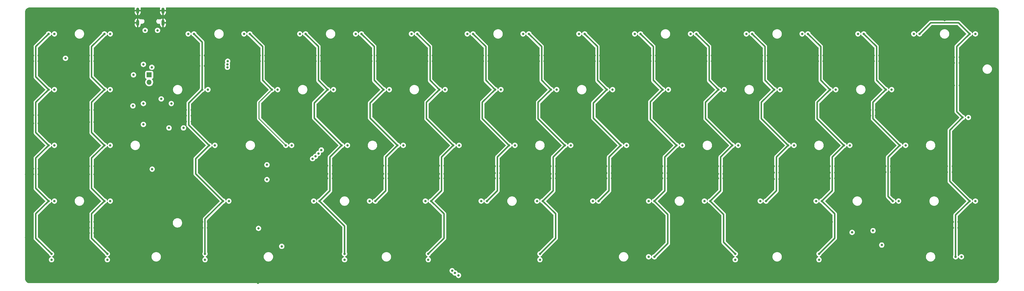
<source format=gbr>
%TF.GenerationSoftware,KiCad,Pcbnew,(6.0.0)*%
%TF.CreationDate,2022-08-23T10:18:13-07:00*%
%TF.ProjectId,Faen65XT,4661656e-3635-4585-942e-6b696361645f,rev?*%
%TF.SameCoordinates,Original*%
%TF.FileFunction,Copper,L3,Inr*%
%TF.FilePolarity,Positive*%
%FSLAX46Y46*%
G04 Gerber Fmt 4.6, Leading zero omitted, Abs format (unit mm)*
G04 Created by KiCad (PCBNEW (6.0.0)) date 2022-08-23 10:18:13*
%MOMM*%
%LPD*%
G01*
G04 APERTURE LIST*
%TA.AperFunction,ComponentPad*%
%ADD10O,1.050000X2.100000*%
%TD*%
%TA.AperFunction,ComponentPad*%
%ADD11R,1.700000X1.700000*%
%TD*%
%TA.AperFunction,ComponentPad*%
%ADD12O,1.700000X1.700000*%
%TD*%
%TA.AperFunction,ViaPad*%
%ADD13C,0.800000*%
%TD*%
%TA.AperFunction,Conductor*%
%ADD14C,0.500000*%
%TD*%
%TA.AperFunction,Conductor*%
%ADD15C,0.350000*%
%TD*%
G04 APERTURE END LIST*
D10*
%TO.N,GND*%
%TO.C,J2*%
X29414460Y3757520D03*
X38054460Y3757520D03*
X29414460Y7937520D03*
X38054460Y7937520D03*
%TD*%
D11*
%TO.N,VBAT*%
%TO.C,JP1*%
X33337584Y-14004726D03*
D12*
%TO.N,BOOT0*%
X33337584Y-16544726D03*
%TD*%
D13*
%TO.N,GND*%
X124817502Y-44846988D03*
%TO.N,COL3*%
X73535184Y-44761674D03*
%TO.N,GND*%
X47823558Y-27979758D03*
X45839178Y-27979758D03*
%TO.N,COL10*%
X213320850Y-38100096D03*
%TO.N,ROW2*%
X291505422Y-38100096D03*
%TO.N,COL14*%
X289521042Y-38100096D03*
%TO.N,ROW2*%
X272455374Y-38100096D03*
%TO.N,COL13*%
X270470994Y-38100096D03*
%TO.N,ROW2*%
X253405326Y-38100096D03*
%TO.N,COL12*%
X251420946Y-38100096D03*
%TO.N,ROW2*%
X234355278Y-38100096D03*
%TO.N,COL11*%
X232370898Y-38100096D03*
%TO.N,ROW2*%
X215305230Y-38100096D03*
X196255182Y-38100096D03*
%TO.N,COL9*%
X194270802Y-38100096D03*
%TO.N,ROW2*%
X177205134Y-38100096D03*
%TO.N,COL8*%
X175220754Y-38100096D03*
%TO.N,ROW2*%
X158155086Y-38100096D03*
%TO.N,COL7*%
X156170706Y-38100096D03*
%TO.N,ROW2*%
X139105038Y-38100096D03*
%TO.N,COL6*%
X137120658Y-38100096D03*
%TO.N,ROW2*%
X120054990Y-38100096D03*
%TO.N,COL5*%
X118070610Y-38100096D03*
%TO.N,ROW2*%
X101004942Y-38100096D03*
%TO.N,COL4*%
X99020562Y-38100096D03*
%TO.N,GND*%
X71040804Y-9326586D03*
X73025184Y-9326586D03*
X71040804Y-7342206D03*
X73025184Y-7342206D03*
X242887500Y-38100000D03*
X301228884Y-61912656D03*
X35917278Y-3175008D03*
X151209756Y-64293912D03*
X166687500Y-33337500D03*
X61118904Y-25400064D03*
X205978644Y-66278292D03*
X228600576Y0D03*
X-4365636Y-7342206D03*
X113109660Y-45045426D03*
X101203380Y-66278292D03*
X12700032Y-66278292D03*
X275035068Y-61912656D03*
X41076666Y-66271272D03*
X87312720Y-45243864D03*
X314722668Y-37504782D03*
X74017374Y-80565828D03*
X119062800Y-57150144D03*
X161131656Y-49609500D03*
X72032994Y-64095474D03*
X255786582Y-47823558D03*
X143669112Y-66285312D03*
X170259804Y-45243864D03*
X148828500Y-49411062D03*
X110728404Y-47823558D03*
X281385084Y-25995378D03*
X28376634Y-19050048D03*
X270669432Y-67468920D03*
X53379822Y-66278292D03*
X172244184Y-45243864D03*
X266105358Y-82947084D03*
X232172460Y-66200000D03*
X-6350016Y-9326586D03*
X91876794Y-49411062D03*
X186928596Y-47823558D03*
X242491236Y-9326586D03*
X145851930Y-49411062D03*
X153194136Y-47625120D03*
X164901978Y-49409471D03*
X194667678Y-49619825D03*
X53379822Y-64293912D03*
X43061046Y-23812560D03*
X90090852Y-7342206D03*
X261938160Y-42862608D03*
X151209756Y-45243864D03*
X211534908Y-66278292D03*
X77787696Y-64095474D03*
X31154766Y8334396D03*
X205978644Y-47625120D03*
X319088304Y-76200192D03*
X279400704Y-27979758D03*
X182166084Y-76200000D03*
X25400064Y-49014186D03*
X83145522Y-80565828D03*
X69453300Y-25995378D03*
X-8731272Y-69651738D03*
X171450432Y0D03*
X139898790Y-49609500D03*
X102790884Y-47823558D03*
X208359900Y-45243864D03*
X291306984Y-28971948D03*
X260152218Y-29765700D03*
X167878548Y-47823558D03*
X64803252Y-47426682D03*
X282575712Y-7342206D03*
X209550528Y4762512D03*
X114300000Y-71040804D03*
X94059612Y-45045426D03*
X307578900Y-66278292D03*
X145851930Y-47625120D03*
X166291044Y-7342206D03*
X295077306Y-19050048D03*
X261541284Y-7342206D03*
X164901978Y-47821967D03*
X247650624Y4762512D03*
X75604878Y-64095474D03*
X64293912Y-12414090D03*
X305594520Y-47228244D03*
X38496972Y-27979758D03*
X198636438Y-49619825D03*
X42987000Y-60523590D03*
X244475616Y-7342206D03*
X9525024Y-19050048D03*
X9525024Y-61912656D03*
X229394328Y-49411062D03*
X92075232Y-69651738D03*
X14684412Y-64293912D03*
X79967189Y-47426682D03*
X150018750Y-29765625D03*
X134540964Y-81756456D03*
X96043992Y-45045426D03*
X41275104Y-45243864D03*
X300038256Y-71636118D03*
X142875360Y-49609500D03*
X57603252Y-47426682D03*
X219670866Y-66278292D03*
X139700352Y-62706408D03*
X309563280Y-66278292D03*
X96043992Y-47823558D03*
X83127599Y-76200192D03*
X45839178Y-25995378D03*
X229394328Y-47823558D03*
X268486614Y-64293912D03*
X195461430Y-80962704D03*
X151209756Y-47625120D03*
X152400384Y-4762512D03*
X9525024Y-4762512D03*
X276225696Y-82550208D03*
X4960950Y-48021996D03*
X50403252Y-47426682D03*
X29765700Y-11112528D03*
X248444376Y-45243864D03*
X51395442Y-66278292D03*
X240308418Y-47833883D03*
X173236374Y-66278292D03*
X128587500Y-38100000D03*
X45839178Y-29964138D03*
X194667678Y-47635445D03*
X189309852Y-49411062D03*
X318691428Y-22026618D03*
X198636438Y-47625120D03*
X121444056Y-66278292D03*
X48021996Y-45243864D03*
X202009884Y-47635445D03*
X109537776Y-33337584D03*
X301228884Y-52387632D03*
X44875104Y-49807938D03*
X182959836Y-49411062D03*
X-8731272Y-48021996D03*
X110728404Y-49411062D03*
X227409948Y-49411062D03*
X121840932Y-49609500D03*
X75208002Y-45045426D03*
X135136278Y-64293912D03*
X96043992Y-49411062D03*
X307578900Y-47228244D03*
X9525024Y4960950D03*
X37504782Y-66278292D03*
X35718840Y-71239242D03*
X279400704Y-25995378D03*
X259556904Y-49411062D03*
X190500480Y0D03*
X106136214Y-47823558D03*
X307975776Y-9921900D03*
X74017374Y-30757890D03*
X149225376Y-9326586D03*
X83145522Y-66278292D03*
X92075232Y-9326586D03*
X286544472Y-47228244D03*
X274638192Y-49609500D03*
X130572204Y-29765700D03*
X132755022Y-64293912D03*
X91876794Y-47823558D03*
X123825312Y-14287536D03*
X129976890Y-49411062D03*
X88304910Y-25995378D03*
X75208002Y-47426682D03*
X278408514Y-64293912D03*
X227409948Y-45243864D03*
X234553716Y-66200000D03*
X313730478Y-43854798D03*
X175419192Y-49818263D03*
X307578900Y-45243864D03*
X195262992Y-57150144D03*
X147836310Y-71239242D03*
X102790884Y-49609500D03*
X281186646Y-38100096D03*
X191294232Y-49411062D03*
X113109660Y-49411062D03*
X244277178Y-49411062D03*
X173236374Y-64293912D03*
X114300000Y-81359580D03*
X-4365636Y-48021996D03*
X172244184Y-47823558D03*
X247650624Y-4762512D03*
X30559452Y-19050048D03*
X52387632Y-10914090D03*
X195461430Y-71437680D03*
X29368824Y-66278292D03*
X304800768Y-4762512D03*
X50403252Y-7342206D03*
X183952026Y-29765700D03*
X113109660Y-64293912D03*
X261541284Y-9326586D03*
X319088304Y-65682978D03*
X109537776Y-42862608D03*
X142875360Y-19050048D03*
X9525024Y-38100096D03*
X36314154Y8135958D03*
X-4365636Y-27781320D03*
X67468920Y-66278292D03*
X147637500Y-38100000D03*
X113109660Y-47823558D03*
X319392000Y-16271916D03*
X90090852Y-9326586D03*
X64803252Y-49807938D03*
X38695410Y-36711030D03*
X125809692Y-47823558D03*
X135136278Y-66278292D03*
X77787696Y-66278292D03*
X185737500Y-38100000D03*
X12700032Y-68064234D03*
X132159708Y-45045426D03*
X222052122Y-25995378D03*
X227608386Y-64293912D03*
X85725216Y-23812560D03*
X189905166Y-66278292D03*
X236736534Y-49619825D03*
X281186646Y-44648550D03*
X115094040Y-49411062D03*
X272058498Y-73025184D03*
X221059932Y-47833883D03*
X36711030Y-45243864D03*
X214313040Y-52387632D03*
X147240996Y-7342206D03*
X83740836Y-49807938D03*
X31750080Y-45243864D03*
X157162896Y-49609500D03*
X148233186Y-25995378D03*
X61203252Y-49411062D03*
X210344280Y-49411062D03*
X284560092Y-47228244D03*
X109140900Y-9326586D03*
X225028692Y-49411062D03*
X74017374Y-72032994D03*
X202009884Y-49411062D03*
X25400064Y-66271272D03*
X280591332Y-7342206D03*
X9525024Y-52387632D03*
X63500160Y-66271272D03*
X38496972Y-30559452D03*
X309960156Y-7937520D03*
X79970514Y-49807938D03*
X276225696Y-23812560D03*
X53181384Y-49807938D03*
X187325472Y-7342206D03*
X300236694Y-42862608D03*
X143073798Y-45243864D03*
X278408514Y-50601690D03*
X307975776Y-17660982D03*
X-6350016Y-48021996D03*
X210344280Y-47625120D03*
X208359900Y-49411062D03*
X166687500Y-42862608D03*
X246459996Y-49609500D03*
X185341092Y-9326586D03*
X-6350016Y-46037616D03*
X72032994Y-49807938D03*
X129183138Y-25995378D03*
X167283234Y-25995378D03*
X218877114Y-71239434D03*
X244475616Y-9326586D03*
X189309852Y-45243864D03*
X109140900Y-7342206D03*
X307975776Y-7937520D03*
X12700032Y-30162576D03*
X9525024Y-71239242D03*
X14684412Y-48021996D03*
X275035068Y-52387632D03*
X157162896Y-52387632D03*
X56157954Y-66278292D03*
X211534908Y-64293912D03*
X267494424Y-47426682D03*
X28376634Y-33337584D03*
X204787500Y-38100096D03*
X95250240Y-4762512D03*
X185341092Y-66278292D03*
X282178836Y-66278292D03*
X72032994Y-45045426D03*
X12700032Y-25995378D03*
X257175648Y-19050048D03*
X205780206Y-25995378D03*
X198636438Y-64293912D03*
X180975456Y-14287536D03*
X111125280Y-7342206D03*
X260152218Y-25995378D03*
X70445490Y-85129902D03*
X198636438Y-66278292D03*
X225028692Y-47823558D03*
X-6350016Y-30559452D03*
X12700032Y-9326586D03*
X134144088Y-49411062D03*
X300038256Y-80565828D03*
X170259804Y-47823558D03*
X72032994Y-47426682D03*
X278408514Y-66278292D03*
X229394328Y-45243864D03*
X182959836Y-47833883D03*
X14684412Y-68064234D03*
X61118904Y-29567262D03*
X261938160Y-33337584D03*
X87706271Y-47426682D03*
X223838064Y-66278292D03*
X270669432Y-47823558D03*
X33932898Y6945330D03*
X53181384Y-47426682D03*
X189309852Y-47625120D03*
X218877114Y-76200192D03*
X93265860Y-29964138D03*
X210344280Y-45243864D03*
X99190884Y-47823558D03*
X94059612Y-49411062D03*
X194469240Y-66278292D03*
X30559452Y-25400064D03*
X114300288Y0D03*
X97036182Y-64293912D03*
X67865796Y-33337584D03*
X64690788Y-45243864D03*
X91281480Y-25995378D03*
X309563280Y-64293912D03*
X12700032Y-64293912D03*
X41275104Y-47426682D03*
X218877114Y-81161334D03*
X29170386Y-49014186D03*
X-6548454Y-62904846D03*
X182166084Y-71239242D03*
X41275104Y-49807938D03*
X318492990Y-38893848D03*
X61203252Y-47426682D03*
X263922540Y-29765700D03*
X191294232Y-47625120D03*
X187325472Y-9326586D03*
X83737511Y-47426682D03*
X247650624Y-81161142D03*
X18057858Y-66278292D03*
X265510044Y-45243864D03*
X42987000Y-68659548D03*
X43061046Y-14287536D03*
X133350336Y0D03*
X4960950Y-46037616D03*
X49609500Y-49807938D03*
X2976570Y-48021996D03*
X5556264Y-64293912D03*
X204391140Y-7342206D03*
X161925408Y-19050048D03*
X108744024Y-66271272D03*
X64492350Y-19050048D03*
X255786582Y-49818263D03*
X12700032Y-45243864D03*
X34329774Y-30559452D03*
X67865796Y-42862608D03*
X232767774Y-49619825D03*
X139898790Y-47625120D03*
X244277178Y-47823558D03*
X147836310Y-81161142D03*
X130175328Y-7342206D03*
X278011638Y-45045426D03*
X14684412Y-9326586D03*
X213717726Y-49619825D03*
X-6350016Y-27781320D03*
X61090788Y-45243864D03*
X233363088Y-64095474D03*
X249436566Y-64095474D03*
X282575712Y-9326586D03*
X241102170Y-25995378D03*
X48021996Y-47426682D03*
X251817822Y-47833883D03*
X265510044Y-47426682D03*
X240308418Y-49411062D03*
X285750720Y0D03*
X47823558Y-29964138D03*
X265510044Y-49411062D03*
X76200192Y0D03*
X-4365636Y-9326586D03*
X305594520Y-51593880D03*
X93464298Y-82748646D03*
X2976570Y-46037616D03*
X-4365636Y-30559452D03*
X110133090Y-25995378D03*
X266303796Y-64293912D03*
X281385084Y-27979758D03*
X206375520Y-7342206D03*
X100012752Y-52387632D03*
X155575392Y-66278292D03*
X-6350016Y-7342206D03*
X157162896Y-61912656D03*
X147836310Y-76200000D03*
X50403252Y-45243864D03*
X214313040Y-61912656D03*
X33734460Y-66278292D03*
X307578900Y-64293912D03*
X279202266Y-47228244D03*
X104775264Y-19050048D03*
X65682978Y-80565828D03*
X215503668Y-66278292D03*
X95250240Y4762512D03*
X305594520Y-45243864D03*
X5556264Y-67468920D03*
X200025504Y-19050048D03*
X36711030Y-39886038D03*
X59928276Y-66278292D03*
X85725216Y-14287536D03*
X87511158Y-31353204D03*
X25400064Y-45243864D03*
X209153652Y-66278292D03*
X246459996Y-47426682D03*
X41473542Y-7143768D03*
X263525664Y-7342206D03*
X38496972Y-45243133D03*
X145851930Y-25995378D03*
X270669432Y-49609500D03*
X134144088Y-45045426D03*
X209550528Y-4762512D03*
X309960156Y-9921900D03*
X44875104Y-47426682D03*
X14684412Y-25995378D03*
X167878548Y-49411062D03*
X263525664Y-47823558D03*
X284560092Y-45243864D03*
X205978644Y-49411062D03*
X175419192Y-47833883D03*
X129976890Y-47823558D03*
X168275424Y-7342206D03*
X209153652Y-64293912D03*
X139898790Y-66285312D03*
X75208002Y-49807938D03*
X319392000Y-8135958D03*
X281583522Y-47228244D03*
X172244184Y-49411062D03*
X302816388Y-25598502D03*
X182166084Y-81161142D03*
X79375200Y-66278292D03*
X112117470Y-29964138D03*
X46037616Y-38100096D03*
X243483426Y-25995378D03*
X79375200Y-64095474D03*
X157162896Y-47625120D03*
X179387952Y-47823558D03*
X106136214Y-45045426D03*
X267494424Y-49411062D03*
X-6945330Y-84137712D03*
X159345714Y-66278292D03*
X248444376Y-49609500D03*
X191294232Y-45243864D03*
X12700032Y-48021996D03*
X118240932Y-47823558D03*
X28376634Y-57150144D03*
X204391140Y-9326586D03*
X127000320Y-29765700D03*
X31750080Y-49014186D03*
X130175328Y-9326586D03*
X98822124Y-66278292D03*
X149225376Y-7342206D03*
X65665055Y-76200192D03*
X47823558Y-25995378D03*
X238125600Y-14287536D03*
X194469240Y-64293912D03*
X75604878Y-66278292D03*
X263525664Y-49411062D03*
X221059932Y-49411062D03*
X141089418Y-64293912D03*
X148828500Y-47625120D03*
X28376634Y-42862608D03*
X99190884Y-49609500D03*
X168275424Y-9326586D03*
X152400384Y4762512D03*
X320874246Y6548454D03*
X236736534Y-47625120D03*
X123626874Y-68659548D03*
X248444376Y-47426682D03*
X252413136Y-57150144D03*
X128190948Y-7342206D03*
X217686486Y-47625120D03*
X227608386Y-66278292D03*
X38496972Y-47823558D03*
X117673734Y-66278292D03*
X48220434Y-66278292D03*
X115094040Y-45045426D03*
X14684412Y-66278292D03*
X92075232Y-7342206D03*
X65682978Y-72231432D03*
X208359900Y-47625120D03*
X286544472Y-45243864D03*
X128190948Y-9326586D03*
X14684412Y-7342206D03*
X262533474Y-25995378D03*
X30361014Y-3373446D03*
X267494424Y-45243864D03*
X222250560Y-29765700D03*
X125015940Y-66271272D03*
X113109660Y-66278292D03*
X126801882Y-25995378D03*
X246459996Y-45243864D03*
X132159708Y-49411062D03*
X247253748Y-64095474D03*
X36396972Y-28481320D03*
X132755022Y-82947084D03*
X134144088Y-47823558D03*
X90487728Y-66271272D03*
X227409948Y-47823558D03*
X280591332Y-9326586D03*
X135334716Y-68857986D03*
X35917278Y-198438D03*
X233363088Y-57150144D03*
X206375520Y-9326586D03*
X187920786Y-29765700D03*
X224433378Y-25995378D03*
X-6548454Y6350016D03*
X269478804Y-82947084D03*
X170259804Y-49411062D03*
X266700672Y0D03*
X281583522Y-50601690D03*
X300832008Y-9921900D03*
X300236694Y-33337584D03*
X12700032Y-7342206D03*
X35718750Y-81161142D03*
X41473542Y-11112528D03*
X147240996Y-9326586D03*
X45045426Y-66278292D03*
X225822444Y-29765700D03*
X223441188Y-9326586D03*
X100012752Y-61912656D03*
X316310172Y-82550208D03*
X86915844Y-66278292D03*
X259556904Y-47833883D03*
X57150144Y4762512D03*
X51395442Y-64293912D03*
X168672300Y-29765700D03*
X142875360Y-47614795D03*
X22820370Y-45243864D03*
X68403252Y-47426682D03*
X147240996Y-66278292D03*
X179387952Y-49818263D03*
X72231432Y-25995378D03*
X83145522Y-72231432D03*
X223837500Y-33337500D03*
X125809692Y-49609500D03*
X242491236Y-7342206D03*
X176411382Y-66278292D03*
X52387632Y-7342206D03*
X70643928Y-30757890D03*
X165100416Y-29765700D03*
X274638192Y-47813233D03*
X94059612Y-47823558D03*
X247650000Y-71239242D03*
X106136214Y-49609500D03*
X232767774Y-47635445D03*
X14684412Y-45243864D03*
X183753588Y-25995378D03*
X225425568Y-9326586D03*
X30956328Y5357826D03*
X128984700Y-66278292D03*
X170855118Y-66278292D03*
X273447564Y-82550208D03*
X57150144Y-4762512D03*
X-6548454Y-69651738D03*
X123825312Y-23812560D03*
X241102170Y-29765700D03*
X238125600Y-23812560D03*
X34329774Y-27979758D03*
X21828180Y-66278292D03*
X180975456Y-23812560D03*
X50403252Y-10914090D03*
X219075552Y-19050048D03*
X164901978Y-25995378D03*
X68403252Y-49807938D03*
X121840932Y-47823558D03*
X303014826Y-68659548D03*
X104775264Y-66278292D03*
X202803636Y-29765700D03*
X132755022Y-66278292D03*
X115094040Y-47823558D03*
X107751834Y-30162576D03*
X146248806Y-30162576D03*
X263525664Y-9326586D03*
X57603252Y-49411062D03*
X32940708Y-20240676D03*
X186928596Y-49411062D03*
X230584956Y-64293912D03*
X223441188Y-7342206D03*
X69254862Y-64095474D03*
X304800768Y4762512D03*
X311944536Y-42068856D03*
X36711030Y-37107906D03*
X283369464Y-64095474D03*
X153194136Y-49411062D03*
X151209756Y-49411062D03*
X29170386Y-45243864D03*
X111125280Y-9326586D03*
X36711030Y-42862608D03*
X185341092Y-7342206D03*
X153194136Y-45243864D03*
X151209756Y-66285312D03*
X64492350Y-25400064D03*
X202803636Y-66278292D03*
X107553396Y-25995378D03*
X180975456Y-66267562D03*
X94456488Y-66278292D03*
X225425568Y-7342206D03*
X313928916Y-84534588D03*
X163512912Y-66278292D03*
X300236694Y-24209436D03*
X251817822Y-49818263D03*
X309960156Y-17660982D03*
X102989322Y-64293912D03*
X161131656Y-47614795D03*
X303213264Y-11906280D03*
X87709596Y-49411062D03*
X299641380Y-28971948D03*
X36711030Y5357826D03*
X176212944Y-57150144D03*
X166291044Y-9326586D03*
X-4365636Y-46037616D03*
X203002074Y-25995378D03*
X223837500Y-42862500D03*
X14684412Y-30162576D03*
X206772396Y-29765700D03*
X217686486Y-49619825D03*
X167481672Y-66278292D03*
X247849062Y-66200000D03*
X245268750Y-29765625D03*
X186134844Y-25995378D03*
X118240932Y-49609500D03*
X9525024Y-81161142D03*
X189508290Y-64293912D03*
X170855118Y-64293912D03*
X213717726Y-47635445D03*
X276225696Y-14287536D03*
X132159708Y-47823558D03*
%TO.N,VBAT*%
X45045426Y-32146956D03*
X27781320Y-24606312D03*
X31353204Y-30956328D03*
X27979758Y-14004726D03*
X31353125Y-23812500D03*
X70643928Y-66476730D03*
X40084476Y-32146956D03*
X40878228Y-23812560D03*
X273249126Y-67846426D03*
%TO.N,D+*%
X60023590Y-11414090D03*
X34234460Y-11414090D03*
%TO.N,D-*%
X31353204Y-10414090D03*
X60023590Y-10414090D03*
%TO.N,VBUS*%
X31948518Y1190628D03*
X60126714Y-9326586D03*
X36184375Y1190628D03*
%TO.N,BOOT0*%
X37443125Y-22225056D03*
%TO.N,APLEX_EN_PIN_0*%
X78581448Y-72628308D03*
X89098662Y-42664170D03*
%TO.N,COL0*%
X-992190Y-57150144D03*
X0Y-75208002D03*
X-992190Y-38100096D03*
X-992190Y-19050048D03*
X-992190Y0D03*
%TO.N,ROW0*%
X992190Y0D03*
X199033314Y0D03*
X179983266Y0D03*
X275233506Y0D03*
X46632930Y0D03*
X20042238Y0D03*
X237133410Y0D03*
X141883170Y0D03*
X103783074Y0D03*
X4762512Y-8334396D03*
X160933218Y0D03*
X294283554Y0D03*
X256183458Y0D03*
X218083362Y0D03*
X122833122Y0D03*
X84733026Y0D03*
X65682978Y0D03*
%TO.N,ROW1*%
X53379822Y-19050048D03*
X229592766Y-19050048D03*
X267692862Y-19050048D03*
X315317982Y0D03*
X172442622Y-19050048D03*
X20042238Y-19050048D03*
X134342526Y-19050048D03*
X96242430Y-19050048D03*
X248642814Y-19050048D03*
X191492670Y-19050048D03*
X77192382Y-19050048D03*
X992190Y-19050048D03*
X115292478Y-19050048D03*
X153392574Y-19050048D03*
X286742910Y-19050048D03*
X210542718Y-19050048D03*
%TO.N,ROW2*%
X34346650Y-46236054D03*
X992190Y-38100096D03*
X312936726Y-28575072D03*
X81954894Y-38100096D03*
X55761078Y-38100096D03*
X20042238Y-38100096D03*
%TO.N,ROW3*%
X992190Y-57150144D03*
X260945970Y-57150144D03*
X108545586Y-57150144D03*
X146645682Y-57150144D03*
X127595634Y-57150144D03*
X60523590Y-57150144D03*
X89495538Y-57150144D03*
X222845874Y-57150144D03*
X241895922Y-57150144D03*
X289124166Y-57150144D03*
X165695730Y-57150144D03*
X20042238Y-57150144D03*
X315317982Y-57150144D03*
X184745778Y-57150144D03*
X203795826Y-57150144D03*
%TO.N,ROW4*%
X203795826Y-76200192D03*
X233363088Y-77192382D03*
X261938160Y-77192382D03*
X128587824Y-77192382D03*
X100012752Y-77192382D03*
X52387632Y-77192382D03*
X310555470Y-76200192D03*
X19050048Y-77192382D03*
X0Y-77192382D03*
X166687920Y-77192382D03*
%TO.N,COL1*%
X18057858Y-19050048D03*
X18057858Y-57150144D03*
X19050048Y-75208002D03*
X18057858Y0D03*
X18057858Y-38100096D03*
%TO.N,COL2*%
X51395442Y-19050048D03*
X58539210Y-57150144D03*
X48617310Y0D03*
X52387632Y-75208002D03*
X53776698Y-38100096D03*
%TO.N,COL3*%
X79970514Y-38100096D03*
X67667358Y0D03*
X75208002Y-19050048D03*
X73535184Y-49807938D03*
%TO.N,COL4*%
X86717406Y0D03*
X94258050Y-19050048D03*
X91479918Y-57150144D03*
X100012752Y-75208002D03*
%TO.N,COL5*%
X105767454Y0D03*
X110529966Y-57150144D03*
X113308098Y-19050048D03*
%TO.N,COL6*%
X129580014Y-57150144D03*
X132358146Y-19050048D03*
X124817502Y0D03*
X128587824Y-75208002D03*
%TO.N,COL7*%
X143867550Y0D03*
X148630062Y-57150144D03*
X151408194Y-19050048D03*
%TO.N,COL8*%
X167680110Y-57150144D03*
X170458242Y-19050048D03*
X166687920Y-75208002D03*
X162917598Y0D03*
%TO.N,COL9*%
X189508290Y-19050048D03*
X186730158Y-57150144D03*
X181967646Y0D03*
%TO.N,COL10*%
X201017694Y0D03*
X205780206Y-76200192D03*
X208558338Y-19050048D03*
X205780206Y-57150144D03*
%TO.N,COL11*%
X224830254Y-57150144D03*
X233363088Y-75208002D03*
X227608386Y-19050048D03*
X220067742Y0D03*
%TO.N,COL12*%
X239117790Y0D03*
X243880302Y-57150144D03*
X246658434Y-19050048D03*
%TO.N,COL13*%
X258167838Y0D03*
X262930350Y-57150144D03*
X261938160Y-75208002D03*
X265708482Y-19050048D03*
%TO.N,COL14*%
X277217886Y0D03*
X284758530Y-19050048D03*
X287139786Y-57150144D03*
%TO.N,COL15*%
X308571090Y-76200192D03*
X313333602Y0D03*
X310952346Y-28575072D03*
X296267934Y0D03*
X313333602Y-57150144D03*
%TO.N,APLEX_EN_PIN_1*%
X280392894Y-67270482D03*
X283369464Y-72192692D03*
%TO.N,AMUX_SEL_2*%
X138906600Y-82550208D03*
X92075232Y-39687600D03*
%TO.N,AMUX_SEL_1*%
X137715972Y-81756456D03*
X91083042Y-40878228D03*
%TO.N,AMUX_SEL_0*%
X90090852Y-41870418D03*
X136723782Y-80962704D03*
%TD*%
D14*
%TO.N,COL13*%
X267295986Y-69850176D02*
X261938160Y-75208002D01*
X267295986Y-61515780D02*
X267295986Y-69850176D01*
X262930350Y-57150144D02*
X267295986Y-61515780D01*
%TO.N,COL11*%
X229394328Y-61714218D02*
X229394328Y-71239242D01*
X224830254Y-57150144D02*
X229394328Y-61714218D01*
X229394328Y-71239242D02*
X233363088Y-75208002D01*
%TO.N,COL10*%
X210344280Y-71636118D02*
X205780206Y-76200192D01*
X210344280Y-61714218D02*
X210344280Y-71636118D01*
X205780206Y-57150144D02*
X210344280Y-61714218D01*
%TO.N,COL8*%
X172045746Y-69850176D02*
X166687920Y-75208002D01*
X172045746Y-61515780D02*
X172045746Y-69850176D01*
X167680110Y-57150144D02*
X172045746Y-61515780D01*
%TO.N,COL6*%
X133945650Y-69850176D02*
X128587824Y-75208002D01*
X133945650Y-61515780D02*
X133945650Y-69850176D01*
X129580014Y-57150144D02*
X133945650Y-61515780D01*
%TO.N,COL4*%
X100012752Y-65682978D02*
X100012752Y-75208002D01*
X91479918Y-57150144D02*
X100012752Y-65682978D01*
%TO.N,COL14*%
X285552282Y-55562640D02*
X287139786Y-57150144D01*
X289521042Y-38100096D02*
X285552282Y-42068856D01*
X285552282Y-42068856D02*
X285552282Y-55562640D01*
%TO.N,COL13*%
X266502234Y-53578260D02*
X262930350Y-57150144D01*
X266502234Y-42068856D02*
X266502234Y-53578260D01*
X270470994Y-38100096D02*
X266502234Y-42068856D01*
%TO.N,COL12*%
X247452186Y-53578260D02*
X243880302Y-57150144D01*
X247452186Y-42068856D02*
X247452186Y-53578260D01*
X251420946Y-38100096D02*
X247452186Y-42068856D01*
%TO.N,COL11*%
X228402138Y-53578260D02*
X224830254Y-57150144D01*
X228402138Y-42068856D02*
X228402138Y-53578260D01*
X232370898Y-38100096D02*
X228402138Y-42068856D01*
%TO.N,COL10*%
X209352090Y-53578260D02*
X205780206Y-57150144D01*
X209352090Y-42068856D02*
X209352090Y-53578260D01*
X213320850Y-38100096D02*
X209352090Y-42068856D01*
%TO.N,COL9*%
X190302042Y-53578260D02*
X186730158Y-57150144D01*
X194270802Y-38100096D02*
X190302042Y-42068856D01*
X190302042Y-42068856D02*
X190302042Y-53578260D01*
%TO.N,COL8*%
X171251994Y-53578260D02*
X167680110Y-57150144D01*
X171251994Y-42068856D02*
X171251994Y-53578260D01*
X175220754Y-38100096D02*
X171251994Y-42068856D01*
%TO.N,COL7*%
X152201946Y-53578260D02*
X148630062Y-57150144D01*
X152201946Y-42068856D02*
X152201946Y-53578260D01*
X156170706Y-38100096D02*
X152201946Y-42068856D01*
%TO.N,COL6*%
X133151898Y-42068856D02*
X133151898Y-53578260D01*
X133151898Y-53578260D02*
X129580014Y-57150144D01*
X137120658Y-38100096D02*
X133151898Y-42068856D01*
%TO.N,COL5*%
X114101850Y-53578260D02*
X110529966Y-57150144D01*
X114101850Y-42068856D02*
X114101850Y-53578260D01*
X118070610Y-38100096D02*
X114101850Y-42068856D01*
%TO.N,COL4*%
X95051802Y-42068856D02*
X99020562Y-38100096D01*
X91479918Y-57150144D02*
X95051802Y-53578260D01*
X95051802Y-53578260D02*
X95051802Y-42068856D01*
%TO.N,COL10*%
X204391140Y-23217246D02*
X208558338Y-19050048D01*
X204391140Y-29170386D02*
X204391140Y-23217246D01*
X213320850Y-38100096D02*
X204391140Y-29170386D01*
%TO.N,COL14*%
X289521042Y-38100096D02*
X280392894Y-28971948D01*
X280392894Y-23415684D02*
X284758530Y-19050048D01*
X280392894Y-28971948D02*
X280392894Y-23415684D01*
%TO.N,COL13*%
X261342846Y-23415684D02*
X265708482Y-19050048D01*
X261342846Y-28971948D02*
X261342846Y-23415684D01*
X270470994Y-38100096D02*
X261342846Y-28971948D01*
%TO.N,COL12*%
X242292798Y-23415684D02*
X246658434Y-19050048D01*
X242292798Y-28971948D02*
X242292798Y-23415684D01*
X251420946Y-38100096D02*
X242292798Y-28971948D01*
%TO.N,COL11*%
X223242750Y-23415684D02*
X227608386Y-19050048D01*
X223242750Y-28971948D02*
X223242750Y-23415684D01*
X232370898Y-38100096D02*
X223242750Y-28971948D01*
%TO.N,COL9*%
X184944216Y-23614122D02*
X189508290Y-19050048D01*
X194270802Y-38100096D02*
X184944216Y-28773510D01*
X184944216Y-28773510D02*
X184944216Y-23614122D01*
%TO.N,COL8*%
X166092606Y-28971948D02*
X166092606Y-23415684D01*
X166092606Y-23415684D02*
X170458242Y-19050048D01*
X175220754Y-38100096D02*
X166092606Y-28971948D01*
%TO.N,COL7*%
X147042558Y-23415684D02*
X151408194Y-19050048D01*
X147042558Y-28971948D02*
X147042558Y-23415684D01*
X156170706Y-38100096D02*
X147042558Y-28971948D01*
%TO.N,COL6*%
X137120658Y-38100096D02*
X127992510Y-28971948D01*
%TO.N,COL5*%
X118070610Y-38100096D02*
X108744024Y-28773510D01*
%TO.N,COL4*%
X99020562Y-38100096D02*
X89693976Y-28773510D01*
%TO.N,COL6*%
X127992510Y-23415684D02*
X132358146Y-19050048D01*
X127992510Y-28971948D02*
X127992510Y-23415684D01*
%TO.N,COL5*%
X108744024Y-23614122D02*
X113308098Y-19050048D01*
X108744024Y-28773510D02*
X108744024Y-23614122D01*
%TO.N,COL4*%
X89693976Y-23614122D02*
X94258050Y-19050048D01*
X89693976Y-28773510D02*
X89693976Y-23614122D01*
%TO.N,COL14*%
X281583522Y-15875040D02*
X281583522Y-4365636D01*
X281583522Y-4365636D02*
X277217886Y0D01*
X284758530Y-19050048D02*
X281583522Y-15875040D01*
%TO.N,COL13*%
X262533474Y-4365636D02*
X258167838Y0D01*
X262533474Y-15875040D02*
X262533474Y-4365636D01*
X265708482Y-19050048D02*
X262533474Y-15875040D01*
%TO.N,COL12*%
X243483426Y-4365636D02*
X239117790Y0D01*
X243483426Y-15875040D02*
X243483426Y-4365636D01*
X246658434Y-19050048D02*
X243483426Y-15875040D01*
%TO.N,COL11*%
X224433378Y-4365636D02*
X220067742Y0D01*
X224433378Y-15875040D02*
X224433378Y-4365636D01*
X227608386Y-19050048D02*
X224433378Y-15875040D01*
%TO.N,COL10*%
X205383330Y-15875040D02*
X205383330Y-4365636D01*
X208558338Y-19050048D02*
X205383330Y-15875040D01*
X205383330Y-4365636D02*
X201017694Y0D01*
%TO.N,COL9*%
X186333282Y-4365636D02*
X181967646Y0D01*
X189508290Y-19050048D02*
X186333282Y-15875040D01*
X186333282Y-15875040D02*
X186333282Y-4365636D01*
%TO.N,COL8*%
X167283234Y-4365636D02*
X162917598Y0D01*
X167283234Y-15875040D02*
X167283234Y-4365636D01*
X170458242Y-19050048D02*
X167283234Y-15875040D01*
%TO.N,COL7*%
X148233186Y-4365636D02*
X143867550Y0D01*
X151408194Y-19050048D02*
X148233186Y-15875040D01*
X148233186Y-15875040D02*
X148233186Y-4365636D01*
%TO.N,COL6*%
X129183138Y-4365636D02*
X124817502Y0D01*
X129183138Y-15875040D02*
X129183138Y-4365636D01*
X132358146Y-19050048D02*
X129183138Y-15875040D01*
%TO.N,COL5*%
X110133090Y-4365636D02*
X105767454Y0D01*
X110133090Y-15875040D02*
X110133090Y-4365636D01*
X113308098Y-19050048D02*
X110133090Y-15875040D01*
%TO.N,COL4*%
X91083042Y-4365636D02*
X86717406Y0D01*
X91083042Y-15875040D02*
X91083042Y-4365636D01*
X94258050Y-19050048D02*
X91083042Y-15875040D01*
D15*
%TO.N,COL3*%
X70842366Y-28971948D02*
X70842366Y-23415684D01*
X79970514Y-38100096D02*
X70842366Y-28971948D01*
X70842366Y-23415684D02*
X75208002Y-19050048D01*
D14*
X72032994Y-4365636D02*
X72032994Y-15875040D01*
X72032994Y-15875040D02*
X75208002Y-19050048D01*
X67667358Y0D02*
X72032994Y-4365636D01*
%TO.N,COL0*%
X-5357826Y-52784508D02*
X-992190Y-57150144D01*
X-5357826Y-42465732D02*
X-5357826Y-52784508D01*
X-992190Y-38100096D02*
X-5357826Y-42465732D01*
X-5357826Y-33734460D02*
X-992190Y-38100096D01*
X-5357826Y-4365636D02*
X-5357826Y-14684412D01*
X-992190Y-19050048D02*
X-5357826Y-23415684D01*
X-992190Y-57150144D02*
X-5357826Y-61515780D01*
X-5357826Y-14684412D02*
X-992190Y-19050048D01*
X-5357826Y-69850176D02*
X0Y-75208002D01*
X-5357826Y-61515780D02*
X-5357826Y-69850176D01*
X-992190Y0D02*
X-5357826Y-4365636D01*
X-5357826Y-23415684D02*
X-5357826Y-33734460D01*
%TO.N,COL1*%
X13692222Y-61515780D02*
X13692222Y-69850176D01*
X13692222Y-14684412D02*
X18057858Y-19050048D01*
X18057858Y-38100096D02*
X13692222Y-42465732D01*
X13692222Y-23415684D02*
X13692222Y-33734460D01*
X13692222Y-4365636D02*
X13692222Y-14684412D01*
X18057858Y-19050048D02*
X13692222Y-23415684D01*
X13692222Y-52784508D02*
X18057858Y-57150144D01*
X13692222Y-42465732D02*
X13692222Y-52784508D01*
X18057858Y-57150144D02*
X13692222Y-61515780D01*
X13692222Y-33734460D02*
X18057858Y-38100096D01*
X13692222Y-69850176D02*
X19050048Y-75208002D01*
X18057858Y0D02*
X13692222Y-4365636D01*
%TO.N,COL2*%
X53776698Y-38100096D02*
X49212624Y-42664170D01*
X49212624Y-47823558D02*
X58539210Y-57150144D01*
X51395442Y-19050048D02*
X46831368Y-23614122D01*
X58539210Y-57150144D02*
X52387632Y-63301722D01*
X52387632Y-63301722D02*
X52387632Y-75208002D01*
X46831368Y-31154766D02*
X53776698Y-38100096D01*
X51395442Y-19050048D02*
X51395442Y-2778132D01*
X51395442Y-2778132D02*
X48617310Y0D01*
X46831368Y-23614122D02*
X46831368Y-31154766D01*
X49212624Y-42664170D02*
X49212624Y-47823558D01*
%TO.N,COL15*%
X296267934Y0D02*
X300038256Y3770322D01*
X306586710Y-50403252D02*
X313333602Y-57150144D01*
X308571090Y-61912656D02*
X308571090Y-76200192D01*
X313333602Y0D02*
X308967966Y-4365636D01*
X313333602Y-57150144D02*
X308571090Y-61912656D01*
X306586710Y-32940708D02*
X306586710Y-50403252D01*
X308967966Y-26590692D02*
X310952346Y-28575072D01*
X310952346Y-28575072D02*
X306586710Y-32940708D01*
X308967966Y-4365636D02*
X308967966Y-26590692D01*
X309563280Y3770322D02*
X313333602Y0D01*
X300038256Y3770322D02*
X309563280Y3770322D01*
%TD*%
%TA.AperFunction,Conductor*%
%TO.N,GND*%
G36*
X28402540Y8996998D02*
G01*
X28449033Y8943342D01*
X28459137Y8873068D01*
X28454521Y8852902D01*
X28401008Y8684205D01*
X28398458Y8672211D01*
X28381853Y8524170D01*
X28381460Y8517146D01*
X28381460Y8209635D01*
X28385935Y8194396D01*
X28387325Y8193191D01*
X28395008Y8191520D01*
X30429345Y8191520D01*
X30444584Y8195995D01*
X30445789Y8197385D01*
X30447460Y8205068D01*
X30447460Y8510410D01*
X30447160Y8516555D01*
X30433290Y8658001D01*
X30430907Y8670039D01*
X30375190Y8854582D01*
X30374649Y8925577D01*
X30412577Y8985593D01*
X30476931Y9015577D01*
X30495812Y9017000D01*
X36974419Y9017000D01*
X37042540Y8996998D01*
X37089033Y8943342D01*
X37099137Y8873068D01*
X37094521Y8852902D01*
X37041008Y8684205D01*
X37038458Y8672211D01*
X37021853Y8524170D01*
X37021460Y8517146D01*
X37021460Y8209635D01*
X37025935Y8194396D01*
X37027325Y8193191D01*
X37035008Y8191520D01*
X39069345Y8191520D01*
X39084584Y8195995D01*
X39085789Y8197385D01*
X39087460Y8205068D01*
X39087460Y8510410D01*
X39087160Y8516555D01*
X39073290Y8658001D01*
X39070907Y8670039D01*
X39015190Y8854582D01*
X39014649Y8925577D01*
X39052577Y8985593D01*
X39116931Y9015577D01*
X39135812Y9017000D01*
X321816297Y9017000D01*
X321835681Y9015500D01*
X321837909Y9015153D01*
X321850484Y9013195D01*
X321850486Y9013195D01*
X321859355Y9011814D01*
X321868257Y9012978D01*
X321868259Y9012978D01*
X321874584Y9013805D01*
X321899907Y9014548D01*
X322066752Y9002615D01*
X322084540Y9000058D01*
X322228607Y8968717D01*
X322272760Y8959112D01*
X322290009Y8954048D01*
X322470496Y8886730D01*
X322486835Y8879268D01*
X322639389Y8795968D01*
X322655906Y8786949D01*
X322671030Y8777229D01*
X322825234Y8661793D01*
X322838820Y8650020D01*
X322975020Y8513820D01*
X322986793Y8500234D01*
X323102229Y8346030D01*
X323111949Y8330906D01*
X323204268Y8161835D01*
X323211730Y8145496D01*
X323214459Y8138180D01*
X323279048Y7965008D01*
X323284112Y7947760D01*
X323325057Y7759544D01*
X323327616Y7741748D01*
X323339041Y7581996D01*
X323338297Y7564092D01*
X323338195Y7555767D01*
X323336814Y7546895D01*
X323337978Y7537993D01*
X323337978Y7537990D01*
X323340936Y7515374D01*
X323342000Y7499036D01*
X323342000Y-83691297D01*
X323340500Y-83710681D01*
X323336814Y-83734355D01*
X323337978Y-83743257D01*
X323337978Y-83743259D01*
X323338805Y-83749584D01*
X323339548Y-83774911D01*
X323327616Y-83941748D01*
X323325057Y-83959544D01*
X323284112Y-84147760D01*
X323279048Y-84165008D01*
X323211730Y-84345496D01*
X323204268Y-84361835D01*
X323120968Y-84514389D01*
X323111949Y-84530906D01*
X323102229Y-84546030D01*
X322986793Y-84700234D01*
X322975020Y-84713820D01*
X322838820Y-84850020D01*
X322825234Y-84861793D01*
X322671030Y-84977229D01*
X322655905Y-84986949D01*
X322486835Y-85079268D01*
X322470496Y-85086730D01*
X322306605Y-85147858D01*
X322290008Y-85154048D01*
X322272759Y-85159112D01*
X322084540Y-85200058D01*
X322066752Y-85202615D01*
X321906994Y-85214041D01*
X321889092Y-85213297D01*
X321880767Y-85213195D01*
X321871895Y-85211814D01*
X321862993Y-85212978D01*
X321862990Y-85212978D01*
X321840374Y-85215936D01*
X321824036Y-85217000D01*
X-7491297Y-85217000D01*
X-7510682Y-85215500D01*
X-7510964Y-85215456D01*
X-7513508Y-85215060D01*
X-7525484Y-85213195D01*
X-7525486Y-85213195D01*
X-7534355Y-85211814D01*
X-7543257Y-85212978D01*
X-7543259Y-85212978D01*
X-7549584Y-85213805D01*
X-7574907Y-85214548D01*
X-7741752Y-85202615D01*
X-7759540Y-85200058D01*
X-7947759Y-85159112D01*
X-7965008Y-85154048D01*
X-7981605Y-85147858D01*
X-8145496Y-85086730D01*
X-8161835Y-85079268D01*
X-8330905Y-84986949D01*
X-8346030Y-84977229D01*
X-8500234Y-84861793D01*
X-8513820Y-84850020D01*
X-8650020Y-84713820D01*
X-8661793Y-84700234D01*
X-8777229Y-84546030D01*
X-8786949Y-84530906D01*
X-8795968Y-84514389D01*
X-8879268Y-84361835D01*
X-8886730Y-84345496D01*
X-8954048Y-84165008D01*
X-8959112Y-84147760D01*
X-9000057Y-83959544D01*
X-9002616Y-83941748D01*
X-9013783Y-83785606D01*
X-9012698Y-83762854D01*
X-9013171Y-83762812D01*
X-9012736Y-83757961D01*
X-9011929Y-83753164D01*
X-9011776Y-83740625D01*
X-9015727Y-83713037D01*
X-9017000Y-83695174D01*
X-9017000Y-80962704D01*
X135810278Y-80962704D01*
X135830240Y-81152632D01*
X135889255Y-81334260D01*
X135984742Y-81499648D01*
X135989160Y-81504555D01*
X135989161Y-81504556D01*
X136044961Y-81566528D01*
X136112529Y-81641570D01*
X136267030Y-81753822D01*
X136273058Y-81756506D01*
X136273060Y-81756507D01*
X136435463Y-81828813D01*
X136441494Y-81831498D01*
X136534895Y-81851351D01*
X136621838Y-81869832D01*
X136621843Y-81869832D01*
X136628295Y-81871204D01*
X136706458Y-81871204D01*
X136774579Y-81891206D01*
X136821072Y-81944862D01*
X136826291Y-81958267D01*
X136881445Y-82128012D01*
X136976932Y-82293400D01*
X137104719Y-82435322D01*
X137259220Y-82547574D01*
X137265248Y-82550258D01*
X137265250Y-82550259D01*
X137279881Y-82556773D01*
X137433684Y-82625250D01*
X137527085Y-82645103D01*
X137614028Y-82663584D01*
X137614033Y-82663584D01*
X137620485Y-82664956D01*
X137811459Y-82664956D01*
X137817912Y-82663584D01*
X137817925Y-82663583D01*
X137866483Y-82653261D01*
X137937273Y-82658662D01*
X137993906Y-82701478D01*
X138011557Y-82740624D01*
X138013058Y-82740136D01*
X138072073Y-82921764D01*
X138167560Y-83087152D01*
X138295347Y-83229074D01*
X138449848Y-83341326D01*
X138455876Y-83344010D01*
X138455878Y-83344011D01*
X138618281Y-83416317D01*
X138624312Y-83419002D01*
X138717712Y-83438855D01*
X138804656Y-83457336D01*
X138804661Y-83457336D01*
X138811113Y-83458708D01*
X139002087Y-83458708D01*
X139008539Y-83457336D01*
X139008544Y-83457336D01*
X139095488Y-83438855D01*
X139188888Y-83419002D01*
X139194919Y-83416317D01*
X139357322Y-83344011D01*
X139357324Y-83344010D01*
X139363352Y-83341326D01*
X139517853Y-83229074D01*
X139645640Y-83087152D01*
X139741127Y-82921764D01*
X139800142Y-82740136D01*
X139820104Y-82550208D01*
X139800142Y-82360280D01*
X139741127Y-82178652D01*
X139645640Y-82013264D01*
X139517853Y-81871342D01*
X139363352Y-81759090D01*
X139357324Y-81756406D01*
X139357322Y-81756405D01*
X139194919Y-81684099D01*
X139194918Y-81684099D01*
X139188888Y-81681414D01*
X139095487Y-81661561D01*
X139008544Y-81643080D01*
X139008539Y-81643080D01*
X139002087Y-81641708D01*
X138811113Y-81641708D01*
X138804660Y-81643080D01*
X138804647Y-81643081D01*
X138756089Y-81653403D01*
X138685299Y-81648002D01*
X138628666Y-81605186D01*
X138611015Y-81566040D01*
X138609514Y-81566528D01*
X138552541Y-81391185D01*
X138550499Y-81384900D01*
X138455012Y-81219512D01*
X138327225Y-81077590D01*
X138172724Y-80965338D01*
X138166696Y-80962654D01*
X138166694Y-80962653D01*
X138004291Y-80890347D01*
X138004290Y-80890347D01*
X137998260Y-80887662D01*
X137904859Y-80867809D01*
X137817916Y-80849328D01*
X137817911Y-80849328D01*
X137811459Y-80847956D01*
X137733296Y-80847956D01*
X137665175Y-80827954D01*
X137618682Y-80774298D01*
X137613463Y-80760893D01*
X137560350Y-80597430D01*
X137558309Y-80591148D01*
X137462822Y-80425760D01*
X137335035Y-80283838D01*
X137180534Y-80171586D01*
X137174506Y-80168902D01*
X137174504Y-80168901D01*
X137012101Y-80096595D01*
X137012100Y-80096595D01*
X137006070Y-80093910D01*
X136912669Y-80074057D01*
X136825726Y-80055576D01*
X136825721Y-80055576D01*
X136819269Y-80054204D01*
X136628295Y-80054204D01*
X136621843Y-80055576D01*
X136621838Y-80055576D01*
X136534895Y-80074057D01*
X136441494Y-80093910D01*
X136435464Y-80096595D01*
X136435463Y-80096595D01*
X136273060Y-80168901D01*
X136273058Y-80168902D01*
X136267030Y-80171586D01*
X136112529Y-80283838D01*
X135984742Y-80425760D01*
X135889255Y-80591148D01*
X135830240Y-80772776D01*
X135829550Y-80779337D01*
X135829550Y-80779339D01*
X135822338Y-80847956D01*
X135810278Y-80962704D01*
X-9017000Y-80962704D01*
X-9017000Y-69823525D01*
X-6121025Y-69823525D01*
X-6120432Y-69830817D01*
X-6120432Y-69830820D01*
X-6116741Y-69876194D01*
X-6116326Y-69886409D01*
X-6116326Y-69894469D01*
X-6115901Y-69898113D01*
X-6113037Y-69922683D01*
X-6112604Y-69927058D01*
X-6106686Y-69999813D01*
X-6104430Y-70006777D01*
X-6103239Y-70012736D01*
X-6101855Y-70018591D01*
X-6101008Y-70025857D01*
X-6076091Y-70094503D01*
X-6074674Y-70098631D01*
X-6052177Y-70168075D01*
X-6048381Y-70174330D01*
X-6045875Y-70179804D01*
X-6043156Y-70185234D01*
X-6040659Y-70192113D01*
X-6036646Y-70198233D01*
X-6036646Y-70198234D01*
X-6000640Y-70253152D01*
X-5998303Y-70256856D01*
X-5960421Y-70319283D01*
X-5956705Y-70323491D01*
X-5956704Y-70323492D01*
X-5953023Y-70327660D01*
X-5953050Y-70327684D01*
X-5950397Y-70330676D01*
X-5947694Y-70333909D01*
X-5943682Y-70340028D01*
X-5938370Y-70345060D01*
X-5887443Y-70393304D01*
X-5885001Y-70395682D01*
X-920125Y-75360558D01*
X-889387Y-75410716D01*
X-834527Y-75579558D01*
X-739040Y-75744946D01*
X-611253Y-75886868D01*
X-456752Y-75999120D01*
X-450724Y-76001804D01*
X-450722Y-76001805D01*
X-288319Y-76074111D01*
X-282288Y-76076796D01*
X-275832Y-76078168D01*
X-269548Y-76080210D01*
X-270442Y-76082962D01*
X-219114Y-76110673D01*
X-184792Y-76172823D01*
X-189520Y-76243662D01*
X-231795Y-76300699D01*
X-270180Y-76318229D01*
X-269548Y-76320174D01*
X-275832Y-76322216D01*
X-282288Y-76323588D01*
X-288318Y-76326273D01*
X-288319Y-76326273D01*
X-450722Y-76398579D01*
X-450724Y-76398580D01*
X-456752Y-76401264D01*
X-611253Y-76513516D01*
X-739040Y-76655438D01*
X-834527Y-76820826D01*
X-893542Y-77002454D01*
X-913504Y-77192382D01*
X-893542Y-77382310D01*
X-834527Y-77563938D01*
X-739040Y-77729326D01*
X-734622Y-77734233D01*
X-734621Y-77734234D01*
X-674956Y-77800499D01*
X-611253Y-77871248D01*
X-456752Y-77983500D01*
X-450724Y-77986184D01*
X-450722Y-77986185D01*
X-288319Y-78058491D01*
X-282288Y-78061176D01*
X-188887Y-78081029D01*
X-101944Y-78099510D01*
X-101939Y-78099510D01*
X-95487Y-78100882D01*
X95487Y-78100882D01*
X101939Y-78099510D01*
X101944Y-78099510D01*
X188887Y-78081029D01*
X282288Y-78061176D01*
X288319Y-78058491D01*
X450722Y-77986185D01*
X450724Y-77986184D01*
X456752Y-77983500D01*
X611253Y-77871248D01*
X674956Y-77800499D01*
X734621Y-77734234D01*
X734622Y-77734233D01*
X739040Y-77729326D01*
X834527Y-77563938D01*
X893542Y-77382310D01*
X913504Y-77192382D01*
X893542Y-77002454D01*
X834527Y-76820826D01*
X739040Y-76655438D01*
X611253Y-76513516D01*
X456752Y-76401264D01*
X450724Y-76398580D01*
X450722Y-76398579D01*
X288319Y-76326273D01*
X288318Y-76326273D01*
X282288Y-76323588D01*
X275832Y-76322216D01*
X269548Y-76320174D01*
X270442Y-76317422D01*
X219114Y-76289711D01*
X184792Y-76227561D01*
X189520Y-76156722D01*
X231795Y-76099685D01*
X270180Y-76082155D01*
X269548Y-76080210D01*
X275832Y-76078168D01*
X282288Y-76076796D01*
X288319Y-76074111D01*
X450722Y-76001805D01*
X450724Y-76001804D01*
X456752Y-75999120D01*
X611253Y-75886868D01*
X739040Y-75744946D01*
X834527Y-75579558D01*
X893542Y-75397930D01*
X913504Y-75208002D01*
X893542Y-75018074D01*
X834527Y-74836446D01*
X739040Y-74671058D01*
X611253Y-74529136D01*
X456752Y-74416884D01*
X450724Y-74414200D01*
X450722Y-74414199D01*
X288319Y-74341893D01*
X288318Y-74341893D01*
X282288Y-74339208D01*
X275833Y-74337836D01*
X275824Y-74337833D01*
X219228Y-74325803D01*
X156331Y-74291652D01*
X-4311796Y-69823525D01*
X12929023Y-69823525D01*
X12929616Y-69830817D01*
X12929616Y-69830820D01*
X12933307Y-69876194D01*
X12933722Y-69886409D01*
X12933722Y-69894469D01*
X12934147Y-69898113D01*
X12937011Y-69922683D01*
X12937444Y-69927058D01*
X12943362Y-69999813D01*
X12945618Y-70006777D01*
X12946809Y-70012736D01*
X12948193Y-70018591D01*
X12949040Y-70025857D01*
X12973957Y-70094503D01*
X12975374Y-70098631D01*
X12997871Y-70168075D01*
X13001667Y-70174330D01*
X13004173Y-70179804D01*
X13006892Y-70185234D01*
X13009389Y-70192113D01*
X13013402Y-70198233D01*
X13013402Y-70198234D01*
X13049408Y-70253152D01*
X13051745Y-70256856D01*
X13089627Y-70319283D01*
X13093343Y-70323491D01*
X13093344Y-70323492D01*
X13097025Y-70327660D01*
X13096998Y-70327684D01*
X13099651Y-70330676D01*
X13102354Y-70333909D01*
X13106366Y-70340028D01*
X13111678Y-70345060D01*
X13162605Y-70393304D01*
X13165047Y-70395682D01*
X18129923Y-75360558D01*
X18160661Y-75410716D01*
X18215521Y-75579558D01*
X18311008Y-75744946D01*
X18438795Y-75886868D01*
X18593296Y-75999120D01*
X18599324Y-76001804D01*
X18599326Y-76001805D01*
X18761729Y-76074111D01*
X18767760Y-76076796D01*
X18774216Y-76078168D01*
X18780500Y-76080210D01*
X18779606Y-76082962D01*
X18830934Y-76110673D01*
X18865256Y-76172823D01*
X18860528Y-76243662D01*
X18818253Y-76300699D01*
X18779868Y-76318229D01*
X18780500Y-76320174D01*
X18774216Y-76322216D01*
X18767760Y-76323588D01*
X18761730Y-76326273D01*
X18761729Y-76326273D01*
X18599326Y-76398579D01*
X18599324Y-76398580D01*
X18593296Y-76401264D01*
X18438795Y-76513516D01*
X18311008Y-76655438D01*
X18215521Y-76820826D01*
X18156506Y-77002454D01*
X18136544Y-77192382D01*
X18156506Y-77382310D01*
X18215521Y-77563938D01*
X18311008Y-77729326D01*
X18315426Y-77734233D01*
X18315427Y-77734234D01*
X18375092Y-77800499D01*
X18438795Y-77871248D01*
X18593296Y-77983500D01*
X18599324Y-77986184D01*
X18599326Y-77986185D01*
X18761729Y-78058491D01*
X18767760Y-78061176D01*
X18861161Y-78081029D01*
X18948104Y-78099510D01*
X18948109Y-78099510D01*
X18954561Y-78100882D01*
X19145535Y-78100882D01*
X19151987Y-78099510D01*
X19151992Y-78099510D01*
X19238935Y-78081029D01*
X19332336Y-78061176D01*
X19338367Y-78058491D01*
X19500770Y-77986185D01*
X19500772Y-77986184D01*
X19506800Y-77983500D01*
X19661301Y-77871248D01*
X19725004Y-77800499D01*
X19784669Y-77734234D01*
X19784670Y-77734233D01*
X19789088Y-77729326D01*
X19884575Y-77563938D01*
X19943590Y-77382310D01*
X19963552Y-77192382D01*
X19943590Y-77002454D01*
X19884575Y-76820826D01*
X19789088Y-76655438D01*
X19661301Y-76513516D01*
X19506800Y-76401264D01*
X19500772Y-76398580D01*
X19500770Y-76398579D01*
X19338367Y-76326273D01*
X19338366Y-76326273D01*
X19332336Y-76323588D01*
X19325880Y-76322216D01*
X19319596Y-76320174D01*
X19320490Y-76317422D01*
X19269162Y-76289711D01*
X19234840Y-76227561D01*
X19236680Y-76200000D01*
X34113301Y-76200000D01*
X34133067Y-76451148D01*
X34134221Y-76455955D01*
X34134222Y-76455961D01*
X34147108Y-76509633D01*
X34191877Y-76696111D01*
X34193770Y-76700682D01*
X34193771Y-76700684D01*
X34267656Y-76879058D01*
X34288284Y-76928859D01*
X34419914Y-77143659D01*
X34423126Y-77147419D01*
X34423129Y-77147424D01*
X34455920Y-77185817D01*
X34583526Y-77335224D01*
X34587288Y-77338437D01*
X34771326Y-77495621D01*
X34771331Y-77495624D01*
X34775091Y-77498836D01*
X34989891Y-77630466D01*
X34994461Y-77632359D01*
X34994465Y-77632361D01*
X35218066Y-77724979D01*
X35222639Y-77726873D01*
X35307039Y-77747135D01*
X35462789Y-77784528D01*
X35462795Y-77784529D01*
X35467602Y-77785683D01*
X35555899Y-77792632D01*
X35653411Y-77800307D01*
X35653420Y-77800307D01*
X35655868Y-77800500D01*
X35781632Y-77800500D01*
X35784080Y-77800307D01*
X35784089Y-77800307D01*
X35881601Y-77792632D01*
X35969898Y-77785683D01*
X35974705Y-77784529D01*
X35974711Y-77784528D01*
X36130461Y-77747135D01*
X36214861Y-77726873D01*
X36219434Y-77724979D01*
X36443035Y-77632361D01*
X36443039Y-77632359D01*
X36447609Y-77630466D01*
X36662409Y-77498836D01*
X36666169Y-77495624D01*
X36666174Y-77495621D01*
X36850212Y-77338437D01*
X36853974Y-77335224D01*
X36981580Y-77185817D01*
X37014371Y-77147424D01*
X37014374Y-77147419D01*
X37017586Y-77143659D01*
X37149216Y-76928859D01*
X37169845Y-76879058D01*
X37243729Y-76700684D01*
X37243730Y-76700682D01*
X37245623Y-76696111D01*
X37290392Y-76509633D01*
X37303278Y-76455961D01*
X37303279Y-76455955D01*
X37304433Y-76451148D01*
X37324199Y-76200000D01*
X37304433Y-75948852D01*
X37290485Y-75890751D01*
X37254107Y-75739228D01*
X37245623Y-75703889D01*
X37243729Y-75699316D01*
X37151111Y-75475715D01*
X37151109Y-75475711D01*
X37149216Y-75471141D01*
X37017586Y-75256341D01*
X37014374Y-75252581D01*
X37014371Y-75252576D01*
X36857187Y-75068538D01*
X36853974Y-75064776D01*
X36799293Y-75018074D01*
X36666174Y-74904379D01*
X36666169Y-74904376D01*
X36662409Y-74901164D01*
X36447609Y-74769534D01*
X36443039Y-74767641D01*
X36443035Y-74767639D01*
X36219434Y-74675021D01*
X36219432Y-74675020D01*
X36214861Y-74673127D01*
X36130461Y-74652865D01*
X35974711Y-74615472D01*
X35974705Y-74615471D01*
X35969898Y-74614317D01*
X35881601Y-74607368D01*
X35784089Y-74599693D01*
X35784080Y-74599693D01*
X35781632Y-74599500D01*
X35655868Y-74599500D01*
X35653420Y-74599693D01*
X35653411Y-74599693D01*
X35555899Y-74607368D01*
X35467602Y-74614317D01*
X35462795Y-74615471D01*
X35462789Y-74615472D01*
X35307039Y-74652865D01*
X35222639Y-74673127D01*
X35218068Y-74675020D01*
X35218066Y-74675021D01*
X34994465Y-74767639D01*
X34994461Y-74767641D01*
X34989891Y-74769534D01*
X34775091Y-74901164D01*
X34771331Y-74904376D01*
X34771326Y-74904379D01*
X34638207Y-75018074D01*
X34583526Y-75064776D01*
X34580313Y-75068538D01*
X34423129Y-75252576D01*
X34423126Y-75252581D01*
X34419914Y-75256341D01*
X34288284Y-75471141D01*
X34286391Y-75475711D01*
X34286389Y-75475715D01*
X34193771Y-75699316D01*
X34191877Y-75703889D01*
X34183393Y-75739228D01*
X34147016Y-75890751D01*
X34133067Y-75948852D01*
X34113301Y-76200000D01*
X19236680Y-76200000D01*
X19239568Y-76156722D01*
X19281843Y-76099685D01*
X19320228Y-76082155D01*
X19319596Y-76080210D01*
X19325880Y-76078168D01*
X19332336Y-76076796D01*
X19338367Y-76074111D01*
X19500770Y-76001805D01*
X19500772Y-76001804D01*
X19506800Y-75999120D01*
X19661301Y-75886868D01*
X19789088Y-75744946D01*
X19884575Y-75579558D01*
X19943590Y-75397930D01*
X19963552Y-75208002D01*
X19943590Y-75018074D01*
X19884575Y-74836446D01*
X19789088Y-74671058D01*
X19661301Y-74529136D01*
X19506800Y-74416884D01*
X19500772Y-74414200D01*
X19500770Y-74414199D01*
X19338367Y-74341893D01*
X19338366Y-74341893D01*
X19332336Y-74339208D01*
X19325881Y-74337836D01*
X19325872Y-74337833D01*
X19269276Y-74325803D01*
X19206379Y-74291652D01*
X14487627Y-69572900D01*
X14453601Y-69510588D01*
X14450722Y-69483805D01*
X14450722Y-64598000D01*
X41381551Y-64598000D01*
X41401317Y-64849148D01*
X41460127Y-65094111D01*
X41462020Y-65098682D01*
X41462021Y-65098684D01*
X41537135Y-65280025D01*
X41556534Y-65326859D01*
X41688164Y-65541659D01*
X41691376Y-65545419D01*
X41691379Y-65545424D01*
X41814426Y-65689493D01*
X41851776Y-65733224D01*
X41855538Y-65736437D01*
X42039576Y-65893621D01*
X42039581Y-65893624D01*
X42043341Y-65896836D01*
X42258141Y-66028466D01*
X42262711Y-66030359D01*
X42262715Y-66030361D01*
X42486316Y-66122979D01*
X42490889Y-66124873D01*
X42575289Y-66145135D01*
X42731039Y-66182528D01*
X42731045Y-66182529D01*
X42735852Y-66183683D01*
X42824149Y-66190632D01*
X42921661Y-66198307D01*
X42921670Y-66198307D01*
X42924118Y-66198500D01*
X43049882Y-66198500D01*
X43052330Y-66198307D01*
X43052339Y-66198307D01*
X43149851Y-66190632D01*
X43238148Y-66183683D01*
X43242955Y-66182529D01*
X43242961Y-66182528D01*
X43398711Y-66145135D01*
X43483111Y-66124873D01*
X43487684Y-66122979D01*
X43711285Y-66030361D01*
X43711289Y-66030359D01*
X43715859Y-66028466D01*
X43930659Y-65896836D01*
X43934419Y-65893624D01*
X43934424Y-65893621D01*
X44118462Y-65736437D01*
X44122224Y-65733224D01*
X44159574Y-65689493D01*
X44282621Y-65545424D01*
X44282624Y-65545419D01*
X44285836Y-65541659D01*
X44417466Y-65326859D01*
X44436866Y-65280025D01*
X44511979Y-65098684D01*
X44511980Y-65098682D01*
X44513873Y-65094111D01*
X44572683Y-64849148D01*
X44592449Y-64598000D01*
X44572683Y-64346852D01*
X44513873Y-64101889D01*
X44417466Y-63869141D01*
X44285836Y-63654341D01*
X44282624Y-63650581D01*
X44282621Y-63650576D01*
X44125437Y-63466538D01*
X44122224Y-63462776D01*
X43948791Y-63314650D01*
X43934424Y-63302379D01*
X43934419Y-63302376D01*
X43930659Y-63299164D01*
X43715859Y-63167534D01*
X43711289Y-63165641D01*
X43711285Y-63165639D01*
X43487684Y-63073021D01*
X43487682Y-63073020D01*
X43483111Y-63071127D01*
X43387950Y-63048281D01*
X43242961Y-63013472D01*
X43242955Y-63013471D01*
X43238148Y-63012317D01*
X43149851Y-63005368D01*
X43052339Y-62997693D01*
X43052330Y-62997693D01*
X43049882Y-62997500D01*
X42924118Y-62997500D01*
X42921670Y-62997693D01*
X42921661Y-62997693D01*
X42824149Y-63005368D01*
X42735852Y-63012317D01*
X42731045Y-63013471D01*
X42731039Y-63013472D01*
X42586050Y-63048281D01*
X42490889Y-63071127D01*
X42486318Y-63073020D01*
X42486316Y-63073021D01*
X42262715Y-63165639D01*
X42262711Y-63165641D01*
X42258141Y-63167534D01*
X42043341Y-63299164D01*
X42039581Y-63302376D01*
X42039576Y-63302379D01*
X42025209Y-63314650D01*
X41851776Y-63462776D01*
X41848563Y-63466538D01*
X41691379Y-63650576D01*
X41691376Y-63650581D01*
X41688164Y-63654341D01*
X41556534Y-63869141D01*
X41460127Y-64101889D01*
X41401317Y-64346852D01*
X41381551Y-64598000D01*
X14450722Y-64598000D01*
X14450722Y-61882151D01*
X14470724Y-61814030D01*
X14487627Y-61793056D01*
X18214189Y-58066494D01*
X18277086Y-58032343D01*
X18333682Y-58020313D01*
X18333691Y-58020310D01*
X18340146Y-58018938D01*
X18346177Y-58016253D01*
X18508580Y-57943947D01*
X18508582Y-57943946D01*
X18514610Y-57941262D01*
X18669111Y-57829010D01*
X18796898Y-57687088D01*
X18892385Y-57521700D01*
X18930215Y-57405272D01*
X18970289Y-57346666D01*
X19035685Y-57319029D01*
X19105642Y-57331136D01*
X19157948Y-57379142D01*
X19169881Y-57405272D01*
X19207711Y-57521700D01*
X19303198Y-57687088D01*
X19430985Y-57829010D01*
X19585486Y-57941262D01*
X19591514Y-57943946D01*
X19591516Y-57943947D01*
X19753919Y-58016253D01*
X19759950Y-58018938D01*
X19853351Y-58038791D01*
X19940294Y-58057272D01*
X19940299Y-58057272D01*
X19946751Y-58058644D01*
X20137725Y-58058644D01*
X20144177Y-58057272D01*
X20144182Y-58057272D01*
X20231125Y-58038791D01*
X20324526Y-58018938D01*
X20330557Y-58016253D01*
X20492960Y-57943947D01*
X20492962Y-57943946D01*
X20498990Y-57941262D01*
X20653491Y-57829010D01*
X20781278Y-57687088D01*
X20876765Y-57521700D01*
X20935780Y-57340072D01*
X20955742Y-57150144D01*
X20935780Y-56960216D01*
X20876765Y-56778588D01*
X20781278Y-56613200D01*
X20653491Y-56471278D01*
X20498990Y-56359026D01*
X20492962Y-56356342D01*
X20492960Y-56356341D01*
X20330557Y-56284035D01*
X20330556Y-56284035D01*
X20324526Y-56281350D01*
X20231126Y-56261497D01*
X20144182Y-56243016D01*
X20144177Y-56243016D01*
X20137725Y-56241644D01*
X19946751Y-56241644D01*
X19940299Y-56243016D01*
X19940294Y-56243016D01*
X19853351Y-56261497D01*
X19759950Y-56281350D01*
X19753920Y-56284035D01*
X19753919Y-56284035D01*
X19591516Y-56356341D01*
X19591514Y-56356342D01*
X19585486Y-56359026D01*
X19430985Y-56471278D01*
X19303198Y-56613200D01*
X19207711Y-56778588D01*
X19205669Y-56784873D01*
X19169881Y-56895016D01*
X19129807Y-56953622D01*
X19064411Y-56981259D01*
X18994454Y-56969152D01*
X18942148Y-56921146D01*
X18930215Y-56895016D01*
X18894427Y-56784873D01*
X18892385Y-56778588D01*
X18796898Y-56613200D01*
X18669111Y-56471278D01*
X18514610Y-56359026D01*
X18508582Y-56356342D01*
X18508580Y-56356341D01*
X18346177Y-56284035D01*
X18346176Y-56284035D01*
X18340146Y-56281350D01*
X18299553Y-56272722D01*
X18277086Y-56267946D01*
X18214188Y-56233794D01*
X14487627Y-52507232D01*
X14453601Y-52444920D01*
X14450722Y-52418137D01*
X14450722Y-46236054D01*
X33433146Y-46236054D01*
X33453108Y-46425982D01*
X33512123Y-46607610D01*
X33607610Y-46772998D01*
X33735397Y-46914920D01*
X33889898Y-47027172D01*
X33895926Y-47029856D01*
X33895928Y-47029857D01*
X34058331Y-47102163D01*
X34064362Y-47104848D01*
X34157763Y-47124701D01*
X34244706Y-47143182D01*
X34244711Y-47143182D01*
X34251163Y-47144554D01*
X34442137Y-47144554D01*
X34448589Y-47143182D01*
X34448594Y-47143182D01*
X34535537Y-47124701D01*
X34628938Y-47104848D01*
X34634969Y-47102163D01*
X34797372Y-47029857D01*
X34797374Y-47029856D01*
X34803402Y-47027172D01*
X34957903Y-46914920D01*
X35085690Y-46772998D01*
X35181177Y-46607610D01*
X35240192Y-46425982D01*
X35260154Y-46236054D01*
X35240192Y-46046126D01*
X35181177Y-45864498D01*
X35085690Y-45699110D01*
X34957903Y-45557188D01*
X34803402Y-45444936D01*
X34797374Y-45442252D01*
X34797372Y-45442251D01*
X34634969Y-45369945D01*
X34634968Y-45369945D01*
X34628938Y-45367260D01*
X34535538Y-45347407D01*
X34448594Y-45328926D01*
X34448589Y-45328926D01*
X34442137Y-45327554D01*
X34251163Y-45327554D01*
X34244711Y-45328926D01*
X34244706Y-45328926D01*
X34157762Y-45347407D01*
X34064362Y-45367260D01*
X34058332Y-45369945D01*
X34058331Y-45369945D01*
X33895928Y-45442251D01*
X33895926Y-45442252D01*
X33889898Y-45444936D01*
X33735397Y-45557188D01*
X33607610Y-45699110D01*
X33512123Y-45864498D01*
X33453108Y-46046126D01*
X33433146Y-46236054D01*
X14450722Y-46236054D01*
X14450722Y-42832103D01*
X14470724Y-42763982D01*
X14487627Y-42743008D01*
X18214189Y-39016446D01*
X18277086Y-38982295D01*
X18333682Y-38970265D01*
X18333691Y-38970262D01*
X18340146Y-38968890D01*
X18346177Y-38966205D01*
X18508580Y-38893899D01*
X18508582Y-38893898D01*
X18514610Y-38891214D01*
X18669111Y-38778962D01*
X18796898Y-38637040D01*
X18892385Y-38471652D01*
X18930215Y-38355224D01*
X18970289Y-38296618D01*
X19035685Y-38268981D01*
X19105642Y-38281088D01*
X19157948Y-38329094D01*
X19169881Y-38355224D01*
X19207711Y-38471652D01*
X19303198Y-38637040D01*
X19430985Y-38778962D01*
X19585486Y-38891214D01*
X19591514Y-38893898D01*
X19591516Y-38893899D01*
X19753919Y-38966205D01*
X19759950Y-38968890D01*
X19853351Y-38988743D01*
X19940294Y-39007224D01*
X19940299Y-39007224D01*
X19946751Y-39008596D01*
X20137725Y-39008596D01*
X20144177Y-39007224D01*
X20144182Y-39007224D01*
X20231125Y-38988743D01*
X20324526Y-38968890D01*
X20330557Y-38966205D01*
X20492960Y-38893899D01*
X20492962Y-38893898D01*
X20498990Y-38891214D01*
X20653491Y-38778962D01*
X20781278Y-38637040D01*
X20876765Y-38471652D01*
X20935780Y-38290024D01*
X20944841Y-38203819D01*
X20955052Y-38106661D01*
X20955742Y-38100096D01*
X26969623Y-38100096D01*
X26989389Y-38351244D01*
X27048199Y-38596207D01*
X27050092Y-38600778D01*
X27050093Y-38600780D01*
X27142672Y-38824285D01*
X27144606Y-38828955D01*
X27276236Y-39043755D01*
X27279448Y-39047515D01*
X27279451Y-39047520D01*
X27363346Y-39145748D01*
X27439848Y-39235320D01*
X27443610Y-39238533D01*
X27627648Y-39395717D01*
X27627653Y-39395720D01*
X27631413Y-39398932D01*
X27846213Y-39530562D01*
X27850783Y-39532455D01*
X27850787Y-39532457D01*
X28074388Y-39625075D01*
X28078961Y-39626969D01*
X28163361Y-39647231D01*
X28319111Y-39684624D01*
X28319117Y-39684625D01*
X28323924Y-39685779D01*
X28412221Y-39692728D01*
X28509733Y-39700403D01*
X28509742Y-39700403D01*
X28512190Y-39700596D01*
X28637954Y-39700596D01*
X28640402Y-39700403D01*
X28640411Y-39700403D01*
X28737923Y-39692728D01*
X28826220Y-39685779D01*
X28831027Y-39684625D01*
X28831033Y-39684624D01*
X28986783Y-39647231D01*
X29071183Y-39626969D01*
X29075756Y-39625075D01*
X29299357Y-39532457D01*
X29299361Y-39532455D01*
X29303931Y-39530562D01*
X29518731Y-39398932D01*
X29522491Y-39395720D01*
X29522496Y-39395717D01*
X29706534Y-39238533D01*
X29710296Y-39235320D01*
X29786798Y-39145748D01*
X29870693Y-39047520D01*
X29870696Y-39047515D01*
X29873908Y-39043755D01*
X30005538Y-38828955D01*
X30007473Y-38824285D01*
X30100051Y-38600780D01*
X30100052Y-38600778D01*
X30101945Y-38596207D01*
X30160755Y-38351244D01*
X30180521Y-38100096D01*
X30160755Y-37848948D01*
X30159577Y-37844039D01*
X30103100Y-37608797D01*
X30101945Y-37603985D01*
X30087400Y-37568870D01*
X30007433Y-37375811D01*
X30007431Y-37375807D01*
X30005538Y-37371237D01*
X29873908Y-37156437D01*
X29870696Y-37152677D01*
X29870693Y-37152672D01*
X29713509Y-36968634D01*
X29710296Y-36964872D01*
X29692124Y-36949352D01*
X29522496Y-36804475D01*
X29522491Y-36804472D01*
X29518731Y-36801260D01*
X29303931Y-36669630D01*
X29299361Y-36667737D01*
X29299357Y-36667735D01*
X29075756Y-36575117D01*
X29075754Y-36575116D01*
X29071183Y-36573223D01*
X28986783Y-36552961D01*
X28831033Y-36515568D01*
X28831027Y-36515567D01*
X28826220Y-36514413D01*
X28737923Y-36507464D01*
X28640411Y-36499789D01*
X28640402Y-36499789D01*
X28637954Y-36499596D01*
X28512190Y-36499596D01*
X28509742Y-36499789D01*
X28509733Y-36499789D01*
X28412221Y-36507464D01*
X28323924Y-36514413D01*
X28319117Y-36515567D01*
X28319111Y-36515568D01*
X28163361Y-36552961D01*
X28078961Y-36573223D01*
X28074390Y-36575116D01*
X28074388Y-36575117D01*
X27850787Y-36667735D01*
X27850783Y-36667737D01*
X27846213Y-36669630D01*
X27631413Y-36801260D01*
X27627653Y-36804472D01*
X27627648Y-36804475D01*
X27458020Y-36949352D01*
X27439848Y-36964872D01*
X27436635Y-36968634D01*
X27279451Y-37152672D01*
X27279448Y-37152677D01*
X27276236Y-37156437D01*
X27144606Y-37371237D01*
X27142713Y-37375807D01*
X27142711Y-37375811D01*
X27062744Y-37568870D01*
X27048199Y-37603985D01*
X27047044Y-37608797D01*
X26990568Y-37844039D01*
X26989389Y-37848948D01*
X26969623Y-38100096D01*
X20955742Y-38100096D01*
X20935780Y-37910168D01*
X20876765Y-37728540D01*
X20781278Y-37563152D01*
X20653491Y-37421230D01*
X20498990Y-37308978D01*
X20492962Y-37306294D01*
X20492960Y-37306293D01*
X20330557Y-37233987D01*
X20330556Y-37233987D01*
X20324526Y-37231302D01*
X20231126Y-37211449D01*
X20144182Y-37192968D01*
X20144177Y-37192968D01*
X20137725Y-37191596D01*
X19946751Y-37191596D01*
X19940299Y-37192968D01*
X19940294Y-37192968D01*
X19853350Y-37211449D01*
X19759950Y-37231302D01*
X19753920Y-37233987D01*
X19753919Y-37233987D01*
X19591516Y-37306293D01*
X19591514Y-37306294D01*
X19585486Y-37308978D01*
X19430985Y-37421230D01*
X19303198Y-37563152D01*
X19207711Y-37728540D01*
X19205669Y-37734825D01*
X19169881Y-37844968D01*
X19129807Y-37903574D01*
X19064411Y-37931211D01*
X18994454Y-37919104D01*
X18942148Y-37871098D01*
X18930215Y-37844968D01*
X18894427Y-37734825D01*
X18892385Y-37728540D01*
X18796898Y-37563152D01*
X18669111Y-37421230D01*
X18514610Y-37308978D01*
X18508582Y-37306294D01*
X18508580Y-37306293D01*
X18346177Y-37233987D01*
X18346176Y-37233987D01*
X18340146Y-37231302D01*
X18299553Y-37222674D01*
X18277086Y-37217898D01*
X18214188Y-37183746D01*
X14487627Y-33457184D01*
X14453601Y-33394872D01*
X14450722Y-33368089D01*
X14450722Y-32146956D01*
X39170972Y-32146956D01*
X39190934Y-32336884D01*
X39249949Y-32518512D01*
X39253252Y-32524234D01*
X39253253Y-32524235D01*
X39287162Y-32582966D01*
X39345436Y-32683900D01*
X39349854Y-32688807D01*
X39349855Y-32688808D01*
X39366074Y-32706821D01*
X39473223Y-32825822D01*
X39627724Y-32938074D01*
X39633752Y-32940758D01*
X39633754Y-32940759D01*
X39796157Y-33013065D01*
X39802188Y-33015750D01*
X39895589Y-33035603D01*
X39982532Y-33054084D01*
X39982537Y-33054084D01*
X39988989Y-33055456D01*
X40179963Y-33055456D01*
X40186415Y-33054084D01*
X40186420Y-33054084D01*
X40273363Y-33035603D01*
X40366764Y-33015750D01*
X40372795Y-33013065D01*
X40535198Y-32940759D01*
X40535200Y-32940758D01*
X40541228Y-32938074D01*
X40695729Y-32825822D01*
X40802878Y-32706821D01*
X40819097Y-32688808D01*
X40819098Y-32688807D01*
X40823516Y-32683900D01*
X40881790Y-32582966D01*
X40915699Y-32524235D01*
X40915700Y-32524234D01*
X40919003Y-32518512D01*
X40978018Y-32336884D01*
X40997980Y-32146956D01*
X44131922Y-32146956D01*
X44151884Y-32336884D01*
X44210899Y-32518512D01*
X44214202Y-32524234D01*
X44214203Y-32524235D01*
X44248112Y-32582966D01*
X44306386Y-32683900D01*
X44310804Y-32688807D01*
X44310805Y-32688808D01*
X44327024Y-32706821D01*
X44434173Y-32825822D01*
X44588674Y-32938074D01*
X44594702Y-32940758D01*
X44594704Y-32940759D01*
X44757107Y-33013065D01*
X44763138Y-33015750D01*
X44856539Y-33035603D01*
X44943482Y-33054084D01*
X44943487Y-33054084D01*
X44949939Y-33055456D01*
X45140913Y-33055456D01*
X45147365Y-33054084D01*
X45147370Y-33054084D01*
X45234313Y-33035603D01*
X45327714Y-33015750D01*
X45333745Y-33013065D01*
X45496148Y-32940759D01*
X45496150Y-32940758D01*
X45502178Y-32938074D01*
X45656679Y-32825822D01*
X45763828Y-32706821D01*
X45780047Y-32688808D01*
X45780048Y-32688807D01*
X45784466Y-32683900D01*
X45842740Y-32582966D01*
X45876649Y-32524235D01*
X45876650Y-32524234D01*
X45879953Y-32518512D01*
X45938968Y-32336884D01*
X45958930Y-32146956D01*
X45938968Y-31957028D01*
X45879953Y-31775400D01*
X45784466Y-31610012D01*
X45674205Y-31487554D01*
X45661101Y-31473001D01*
X45661100Y-31473000D01*
X45656679Y-31468090D01*
X45502178Y-31355838D01*
X45496150Y-31353154D01*
X45496148Y-31353153D01*
X45333745Y-31280847D01*
X45333744Y-31280847D01*
X45327714Y-31278162D01*
X45234313Y-31258309D01*
X45147370Y-31239828D01*
X45147365Y-31239828D01*
X45140913Y-31238456D01*
X44949939Y-31238456D01*
X44943487Y-31239828D01*
X44943482Y-31239828D01*
X44856539Y-31258309D01*
X44763138Y-31278162D01*
X44757108Y-31280847D01*
X44757107Y-31280847D01*
X44594704Y-31353153D01*
X44594702Y-31353154D01*
X44588674Y-31355838D01*
X44434173Y-31468090D01*
X44429752Y-31473000D01*
X44429751Y-31473001D01*
X44416648Y-31487554D01*
X44306386Y-31610012D01*
X44210899Y-31775400D01*
X44151884Y-31957028D01*
X44131922Y-32146956D01*
X40997980Y-32146956D01*
X40978018Y-31957028D01*
X40919003Y-31775400D01*
X40823516Y-31610012D01*
X40713255Y-31487554D01*
X40700151Y-31473001D01*
X40700150Y-31473000D01*
X40695729Y-31468090D01*
X40541228Y-31355838D01*
X40535200Y-31353154D01*
X40535198Y-31353153D01*
X40372795Y-31280847D01*
X40372794Y-31280847D01*
X40366764Y-31278162D01*
X40273363Y-31258309D01*
X40186420Y-31239828D01*
X40186415Y-31239828D01*
X40179963Y-31238456D01*
X39988989Y-31238456D01*
X39982537Y-31239828D01*
X39982532Y-31239828D01*
X39895589Y-31258309D01*
X39802188Y-31278162D01*
X39796158Y-31280847D01*
X39796157Y-31280847D01*
X39633754Y-31353153D01*
X39633752Y-31353154D01*
X39627724Y-31355838D01*
X39473223Y-31468090D01*
X39468802Y-31473000D01*
X39468801Y-31473001D01*
X39455698Y-31487554D01*
X39345436Y-31610012D01*
X39249949Y-31775400D01*
X39190934Y-31957028D01*
X39170972Y-32146956D01*
X14450722Y-32146956D01*
X14450722Y-30956328D01*
X30439700Y-30956328D01*
X30459662Y-31146256D01*
X30518677Y-31327884D01*
X30614164Y-31493272D01*
X30618582Y-31498179D01*
X30618583Y-31498180D01*
X30735547Y-31628082D01*
X30741951Y-31635194D01*
X30896452Y-31747446D01*
X30902480Y-31750130D01*
X30902482Y-31750131D01*
X30973354Y-31781685D01*
X31070916Y-31825122D01*
X31164317Y-31844975D01*
X31251260Y-31863456D01*
X31251265Y-31863456D01*
X31257717Y-31864828D01*
X31448691Y-31864828D01*
X31455143Y-31863456D01*
X31455148Y-31863456D01*
X31542091Y-31844975D01*
X31635492Y-31825122D01*
X31733054Y-31781685D01*
X31803926Y-31750131D01*
X31803928Y-31750130D01*
X31809956Y-31747446D01*
X31964457Y-31635194D01*
X31970861Y-31628082D01*
X32087825Y-31498180D01*
X32087826Y-31498179D01*
X32092244Y-31493272D01*
X32187731Y-31327884D01*
X32246746Y-31146256D01*
X32266708Y-30956328D01*
X32246746Y-30766400D01*
X32187731Y-30584772D01*
X32092244Y-30419384D01*
X31964457Y-30277462D01*
X31809956Y-30165210D01*
X31803928Y-30162526D01*
X31803926Y-30162525D01*
X31641523Y-30090219D01*
X31641522Y-30090219D01*
X31635492Y-30087534D01*
X31542092Y-30067681D01*
X31455148Y-30049200D01*
X31455143Y-30049200D01*
X31448691Y-30047828D01*
X31257717Y-30047828D01*
X31251265Y-30049200D01*
X31251260Y-30049200D01*
X31164316Y-30067681D01*
X31070916Y-30087534D01*
X31064886Y-30090219D01*
X31064885Y-30090219D01*
X30902482Y-30162525D01*
X30902480Y-30162526D01*
X30896452Y-30165210D01*
X30741951Y-30277462D01*
X30614164Y-30419384D01*
X30518677Y-30584772D01*
X30459662Y-30766400D01*
X30439700Y-30956328D01*
X14450722Y-30956328D01*
X14450722Y-24606312D01*
X26867816Y-24606312D01*
X26887778Y-24796240D01*
X26946793Y-24977868D01*
X27042280Y-25143256D01*
X27170067Y-25285178D01*
X27324568Y-25397430D01*
X27330596Y-25400114D01*
X27330598Y-25400115D01*
X27493001Y-25472421D01*
X27499032Y-25475106D01*
X27592433Y-25494959D01*
X27679376Y-25513440D01*
X27679381Y-25513440D01*
X27685833Y-25514812D01*
X27876807Y-25514812D01*
X27883259Y-25513440D01*
X27883264Y-25513440D01*
X27970208Y-25494959D01*
X28063608Y-25475106D01*
X28069639Y-25472421D01*
X28232042Y-25400115D01*
X28232044Y-25400114D01*
X28238072Y-25397430D01*
X28392573Y-25285178D01*
X28520360Y-25143256D01*
X28615847Y-24977868D01*
X28674862Y-24796240D01*
X28694824Y-24606312D01*
X28674862Y-24416384D01*
X28615847Y-24234756D01*
X28589880Y-24189779D01*
X28523661Y-24075086D01*
X28520360Y-24069368D01*
X28392573Y-23927446D01*
X28238072Y-23815194D01*
X28232044Y-23812510D01*
X28232042Y-23812509D01*
X28232022Y-23812500D01*
X30439621Y-23812500D01*
X30440311Y-23819065D01*
X30457278Y-23980493D01*
X30459583Y-24002428D01*
X30518598Y-24184056D01*
X30521901Y-24189778D01*
X30521902Y-24189779D01*
X30547870Y-24234756D01*
X30614085Y-24349444D01*
X30741872Y-24491366D01*
X30896373Y-24603618D01*
X30902401Y-24606302D01*
X30902403Y-24606303D01*
X30902538Y-24606363D01*
X31070837Y-24681294D01*
X31164238Y-24701147D01*
X31251181Y-24719628D01*
X31251186Y-24719628D01*
X31257638Y-24721000D01*
X31448612Y-24721000D01*
X31455064Y-24719628D01*
X31455069Y-24719628D01*
X31542012Y-24701147D01*
X31635413Y-24681294D01*
X31803712Y-24606363D01*
X31803847Y-24606303D01*
X31803849Y-24606302D01*
X31809877Y-24603618D01*
X31964378Y-24491366D01*
X32092165Y-24349444D01*
X32158380Y-24234756D01*
X32184348Y-24189779D01*
X32184349Y-24189778D01*
X32187652Y-24184056D01*
X32246667Y-24002428D01*
X32248973Y-23980493D01*
X32265939Y-23819065D01*
X32266623Y-23812560D01*
X39964724Y-23812560D01*
X39965414Y-23819125D01*
X39975215Y-23912372D01*
X39984686Y-24002488D01*
X40043701Y-24184116D01*
X40139188Y-24349504D01*
X40266975Y-24491426D01*
X40366071Y-24563424D01*
X40416052Y-24599737D01*
X40421476Y-24603678D01*
X40427504Y-24606362D01*
X40427506Y-24606363D01*
X40589909Y-24678669D01*
X40595940Y-24681354D01*
X40689341Y-24701207D01*
X40776284Y-24719688D01*
X40776289Y-24719688D01*
X40782741Y-24721060D01*
X40973715Y-24721060D01*
X40980167Y-24719688D01*
X40980172Y-24719688D01*
X41067116Y-24701207D01*
X41160516Y-24681354D01*
X41166547Y-24678669D01*
X41328950Y-24606363D01*
X41328952Y-24606362D01*
X41334980Y-24603678D01*
X41340405Y-24599737D01*
X41390385Y-24563424D01*
X41489481Y-24491426D01*
X41617268Y-24349504D01*
X41712755Y-24184116D01*
X41771770Y-24002488D01*
X41781242Y-23912372D01*
X41791042Y-23819125D01*
X41791732Y-23812560D01*
X41779816Y-23699184D01*
X41772460Y-23629195D01*
X41772460Y-23629193D01*
X41771770Y-23622632D01*
X41712755Y-23441004D01*
X41705601Y-23428612D01*
X41655255Y-23341412D01*
X41617268Y-23275616D01*
X41595992Y-23251986D01*
X41493903Y-23138605D01*
X41493902Y-23138604D01*
X41489481Y-23133694D01*
X41334980Y-23021442D01*
X41328952Y-23018758D01*
X41328950Y-23018757D01*
X41166547Y-22946451D01*
X41166546Y-22946451D01*
X41160516Y-22943766D01*
X41067116Y-22923913D01*
X40980172Y-22905432D01*
X40980167Y-22905432D01*
X40973715Y-22904060D01*
X40782741Y-22904060D01*
X40776289Y-22905432D01*
X40776284Y-22905432D01*
X40689340Y-22923913D01*
X40595940Y-22943766D01*
X40589910Y-22946451D01*
X40589909Y-22946451D01*
X40427506Y-23018757D01*
X40427504Y-23018758D01*
X40421476Y-23021442D01*
X40266975Y-23133694D01*
X40262554Y-23138604D01*
X40262553Y-23138605D01*
X40160465Y-23251986D01*
X40139188Y-23275616D01*
X40101201Y-23341412D01*
X40050856Y-23428612D01*
X40043701Y-23441004D01*
X39984686Y-23622632D01*
X39983996Y-23629193D01*
X39983996Y-23629195D01*
X39976640Y-23699184D01*
X39964724Y-23812560D01*
X32266623Y-23812560D01*
X32266629Y-23812500D01*
X32257944Y-23729865D01*
X32247357Y-23629135D01*
X32247357Y-23629133D01*
X32246667Y-23622572D01*
X32187652Y-23440944D01*
X32182677Y-23432326D01*
X32125012Y-23332448D01*
X32092165Y-23275556D01*
X32064163Y-23244456D01*
X31968800Y-23138545D01*
X31968799Y-23138544D01*
X31964378Y-23133634D01*
X31856993Y-23055614D01*
X31815219Y-23025263D01*
X31815218Y-23025262D01*
X31809877Y-23021382D01*
X31803849Y-23018698D01*
X31803847Y-23018697D01*
X31641444Y-22946391D01*
X31641443Y-22946391D01*
X31635413Y-22943706D01*
X31516274Y-22918382D01*
X31455069Y-22905372D01*
X31455064Y-22905372D01*
X31448612Y-22904000D01*
X31257638Y-22904000D01*
X31251186Y-22905372D01*
X31251181Y-22905372D01*
X31189976Y-22918382D01*
X31070837Y-22943706D01*
X31064807Y-22946391D01*
X31064806Y-22946391D01*
X30902403Y-23018697D01*
X30902401Y-23018698D01*
X30896373Y-23021382D01*
X30891032Y-23025262D01*
X30891031Y-23025263D01*
X30849257Y-23055614D01*
X30741872Y-23133634D01*
X30737451Y-23138544D01*
X30737450Y-23138545D01*
X30642088Y-23244456D01*
X30614085Y-23275556D01*
X30581238Y-23332448D01*
X30523574Y-23432326D01*
X30518598Y-23440944D01*
X30459583Y-23622572D01*
X30458893Y-23629133D01*
X30458893Y-23629135D01*
X30448306Y-23729865D01*
X30439621Y-23812500D01*
X28232022Y-23812500D01*
X28069639Y-23740203D01*
X28069638Y-23740203D01*
X28063608Y-23737518D01*
X27952655Y-23713934D01*
X27883264Y-23699184D01*
X27883259Y-23699184D01*
X27876807Y-23697812D01*
X27685833Y-23697812D01*
X27679381Y-23699184D01*
X27679376Y-23699184D01*
X27609985Y-23713934D01*
X27499032Y-23737518D01*
X27493002Y-23740203D01*
X27493001Y-23740203D01*
X27330598Y-23812509D01*
X27330596Y-23812510D01*
X27324568Y-23815194D01*
X27170067Y-23927446D01*
X27042280Y-24069368D01*
X27038979Y-24075086D01*
X26972761Y-24189779D01*
X26946793Y-24234756D01*
X26887778Y-24416384D01*
X26867816Y-24606312D01*
X14450722Y-24606312D01*
X14450722Y-23782055D01*
X14470724Y-23713934D01*
X14487627Y-23692960D01*
X15955531Y-22225056D01*
X36529621Y-22225056D01*
X36549583Y-22414984D01*
X36608598Y-22596612D01*
X36704085Y-22762000D01*
X36708503Y-22766907D01*
X36708504Y-22766908D01*
X36758638Y-22822587D01*
X36831872Y-22903922D01*
X36902139Y-22954974D01*
X36978711Y-23010607D01*
X36986373Y-23016174D01*
X36992401Y-23018858D01*
X36992403Y-23018859D01*
X37139744Y-23084459D01*
X37160837Y-23093850D01*
X37232587Y-23109101D01*
X37341181Y-23132184D01*
X37341186Y-23132184D01*
X37347638Y-23133556D01*
X37538612Y-23133556D01*
X37545064Y-23132184D01*
X37545069Y-23132184D01*
X37653663Y-23109101D01*
X37725413Y-23093850D01*
X37746506Y-23084459D01*
X37893847Y-23018859D01*
X37893849Y-23018858D01*
X37899877Y-23016174D01*
X37907540Y-23010607D01*
X37984111Y-22954974D01*
X38054378Y-22903922D01*
X38127612Y-22822587D01*
X38177746Y-22766908D01*
X38177747Y-22766907D01*
X38182165Y-22762000D01*
X38277652Y-22596612D01*
X38336667Y-22414984D01*
X38356629Y-22225056D01*
X38336667Y-22035128D01*
X38277652Y-21853500D01*
X38182165Y-21688112D01*
X38054378Y-21546190D01*
X37899877Y-21433938D01*
X37893849Y-21431254D01*
X37893847Y-21431253D01*
X37731444Y-21358947D01*
X37731443Y-21358947D01*
X37725413Y-21356262D01*
X37632012Y-21336409D01*
X37545069Y-21317928D01*
X37545064Y-21317928D01*
X37538612Y-21316556D01*
X37347638Y-21316556D01*
X37341186Y-21317928D01*
X37341181Y-21317928D01*
X37254238Y-21336409D01*
X37160837Y-21356262D01*
X37154807Y-21358947D01*
X37154806Y-21358947D01*
X36992403Y-21431253D01*
X36992401Y-21431254D01*
X36986373Y-21433938D01*
X36831872Y-21546190D01*
X36704085Y-21688112D01*
X36608598Y-21853500D01*
X36549583Y-22035128D01*
X36529621Y-22225056D01*
X15955531Y-22225056D01*
X18214189Y-19966398D01*
X18277086Y-19932247D01*
X18333682Y-19920217D01*
X18333691Y-19920214D01*
X18340146Y-19918842D01*
X18346177Y-19916157D01*
X18508580Y-19843851D01*
X18508582Y-19843850D01*
X18514610Y-19841166D01*
X18669111Y-19728914D01*
X18796898Y-19586992D01*
X18892385Y-19421604D01*
X18930215Y-19305176D01*
X18970289Y-19246570D01*
X19035685Y-19218933D01*
X19105642Y-19231040D01*
X19157948Y-19279046D01*
X19169881Y-19305176D01*
X19207711Y-19421604D01*
X19303198Y-19586992D01*
X19430985Y-19728914D01*
X19585486Y-19841166D01*
X19591514Y-19843850D01*
X19591516Y-19843851D01*
X19753919Y-19916157D01*
X19759950Y-19918842D01*
X19853350Y-19938695D01*
X19940294Y-19957176D01*
X19940299Y-19957176D01*
X19946751Y-19958548D01*
X20137725Y-19958548D01*
X20144177Y-19957176D01*
X20144182Y-19957176D01*
X20231126Y-19938695D01*
X20324526Y-19918842D01*
X20330557Y-19916157D01*
X20492960Y-19843851D01*
X20492962Y-19843850D01*
X20498990Y-19841166D01*
X20653491Y-19728914D01*
X20781278Y-19586992D01*
X20876765Y-19421604D01*
X20935780Y-19239976D01*
X20955742Y-19050048D01*
X41455597Y-19050048D01*
X41475363Y-19301196D01*
X41534173Y-19546159D01*
X41536066Y-19550730D01*
X41536067Y-19550732D01*
X41611481Y-19732797D01*
X41630580Y-19778907D01*
X41762210Y-19993707D01*
X41765422Y-19997467D01*
X41765425Y-19997472D01*
X41910302Y-20167100D01*
X41925822Y-20185272D01*
X41929584Y-20188485D01*
X42113622Y-20345669D01*
X42113627Y-20345672D01*
X42117387Y-20348884D01*
X42332187Y-20480514D01*
X42336757Y-20482407D01*
X42336761Y-20482409D01*
X42560362Y-20575027D01*
X42564935Y-20576921D01*
X42649335Y-20597183D01*
X42805085Y-20634576D01*
X42805091Y-20634577D01*
X42809898Y-20635731D01*
X42898195Y-20642680D01*
X42995707Y-20650355D01*
X42995716Y-20650355D01*
X42998164Y-20650548D01*
X43123928Y-20650548D01*
X43126376Y-20650355D01*
X43126385Y-20650355D01*
X43223897Y-20642680D01*
X43312194Y-20635731D01*
X43317001Y-20634577D01*
X43317007Y-20634576D01*
X43472757Y-20597183D01*
X43557157Y-20576921D01*
X43561730Y-20575027D01*
X43785331Y-20482409D01*
X43785335Y-20482407D01*
X43789905Y-20480514D01*
X44004705Y-20348884D01*
X44008465Y-20345672D01*
X44008470Y-20345669D01*
X44192508Y-20188485D01*
X44196270Y-20185272D01*
X44211790Y-20167100D01*
X44356667Y-19997472D01*
X44356670Y-19997467D01*
X44359882Y-19993707D01*
X44491512Y-19778907D01*
X44510612Y-19732797D01*
X44586025Y-19550732D01*
X44586026Y-19550730D01*
X44587919Y-19546159D01*
X44646729Y-19301196D01*
X44666495Y-19050048D01*
X44646729Y-18798900D01*
X44587919Y-18553937D01*
X44573374Y-18518822D01*
X44493407Y-18325763D01*
X44493405Y-18325759D01*
X44491512Y-18321189D01*
X44359882Y-18106389D01*
X44356670Y-18102629D01*
X44356667Y-18102624D01*
X44199483Y-17918586D01*
X44196270Y-17914824D01*
X44124769Y-17853756D01*
X44008470Y-17754427D01*
X44008465Y-17754424D01*
X44004705Y-17751212D01*
X43789905Y-17619582D01*
X43785335Y-17617689D01*
X43785331Y-17617687D01*
X43561730Y-17525069D01*
X43561728Y-17525068D01*
X43557157Y-17523175D01*
X43472757Y-17502913D01*
X43317007Y-17465520D01*
X43317001Y-17465519D01*
X43312194Y-17464365D01*
X43223897Y-17457416D01*
X43126385Y-17449741D01*
X43126376Y-17449741D01*
X43123928Y-17449548D01*
X42998164Y-17449548D01*
X42995716Y-17449741D01*
X42995707Y-17449741D01*
X42898195Y-17457416D01*
X42809898Y-17464365D01*
X42805091Y-17465519D01*
X42805085Y-17465520D01*
X42649335Y-17502913D01*
X42564935Y-17523175D01*
X42560364Y-17525068D01*
X42560362Y-17525069D01*
X42336761Y-17617687D01*
X42336757Y-17617689D01*
X42332187Y-17619582D01*
X42117387Y-17751212D01*
X42113627Y-17754424D01*
X42113622Y-17754427D01*
X41997323Y-17853756D01*
X41925822Y-17914824D01*
X41922609Y-17918586D01*
X41765425Y-18102624D01*
X41765422Y-18102629D01*
X41762210Y-18106389D01*
X41630580Y-18321189D01*
X41628687Y-18325759D01*
X41628685Y-18325763D01*
X41548718Y-18518822D01*
X41534173Y-18553937D01*
X41475363Y-18798900D01*
X41455597Y-19050048D01*
X20955742Y-19050048D01*
X20935780Y-18860120D01*
X20876765Y-18678492D01*
X20781278Y-18513104D01*
X20653491Y-18371182D01*
X20498990Y-18258930D01*
X20492962Y-18256246D01*
X20492960Y-18256245D01*
X20330557Y-18183939D01*
X20330556Y-18183939D01*
X20324526Y-18181254D01*
X20231125Y-18161401D01*
X20144182Y-18142920D01*
X20144177Y-18142920D01*
X20137725Y-18141548D01*
X19946751Y-18141548D01*
X19940299Y-18142920D01*
X19940294Y-18142920D01*
X19853351Y-18161401D01*
X19759950Y-18181254D01*
X19753920Y-18183939D01*
X19753919Y-18183939D01*
X19591516Y-18256245D01*
X19591514Y-18256246D01*
X19585486Y-18258930D01*
X19430985Y-18371182D01*
X19303198Y-18513104D01*
X19207711Y-18678492D01*
X19205669Y-18684777D01*
X19169881Y-18794920D01*
X19129807Y-18853526D01*
X19064411Y-18881163D01*
X18994454Y-18869056D01*
X18942148Y-18821050D01*
X18930215Y-18794920D01*
X18894427Y-18684777D01*
X18892385Y-18678492D01*
X18796898Y-18513104D01*
X18669111Y-18371182D01*
X18514610Y-18258930D01*
X18508582Y-18256246D01*
X18508580Y-18256245D01*
X18346177Y-18183939D01*
X18346176Y-18183939D01*
X18340146Y-18181254D01*
X18299553Y-18172626D01*
X18277086Y-18167850D01*
X18214188Y-18133698D01*
X16591911Y-16511421D01*
X31974835Y-16511421D01*
X31975132Y-16516574D01*
X31975132Y-16516577D01*
X31980595Y-16611316D01*
X31987694Y-16734441D01*
X31988831Y-16739487D01*
X31988832Y-16739493D01*
X32008703Y-16827665D01*
X32036806Y-16952365D01*
X32120850Y-17159342D01*
X32237571Y-17349814D01*
X32383834Y-17518664D01*
X32555710Y-17661358D01*
X32748584Y-17774064D01*
X32957276Y-17853756D01*
X32962344Y-17854787D01*
X32962347Y-17854788D01*
X33069601Y-17876609D01*
X33176181Y-17898293D01*
X33181356Y-17898483D01*
X33181358Y-17898483D01*
X33394257Y-17906290D01*
X33394261Y-17906290D01*
X33399421Y-17906479D01*
X33404541Y-17905823D01*
X33404543Y-17905823D01*
X33615872Y-17878751D01*
X33615873Y-17878751D01*
X33621000Y-17878094D01*
X33625950Y-17876609D01*
X33830013Y-17815387D01*
X33830018Y-17815385D01*
X33834968Y-17813900D01*
X34035578Y-17715622D01*
X34217444Y-17585899D01*
X34375680Y-17428215D01*
X34435178Y-17345415D01*
X34503019Y-17251003D01*
X34506037Y-17246803D01*
X34605014Y-17046537D01*
X34669954Y-16832795D01*
X34699113Y-16611316D01*
X34700740Y-16544726D01*
X34682436Y-16322087D01*
X34628015Y-16105428D01*
X34538938Y-15900566D01*
X34417598Y-15713003D01*
X34414116Y-15709176D01*
X34270382Y-15551214D01*
X34239330Y-15487368D01*
X34247725Y-15416869D01*
X34292901Y-15362101D01*
X34319345Y-15348432D01*
X34425881Y-15308493D01*
X34434289Y-15305341D01*
X34550845Y-15217987D01*
X34638199Y-15101431D01*
X34689329Y-14965042D01*
X34696084Y-14902860D01*
X34696084Y-13106592D01*
X34689329Y-13044410D01*
X34638199Y-12908021D01*
X34550845Y-12791465D01*
X34434289Y-12704111D01*
X34297900Y-12652981D01*
X34235718Y-12646226D01*
X32439450Y-12646226D01*
X32377268Y-12652981D01*
X32240879Y-12704111D01*
X32124323Y-12791465D01*
X32036969Y-12908021D01*
X31985839Y-13044410D01*
X31979084Y-13106592D01*
X31979084Y-14902860D01*
X31985839Y-14965042D01*
X32036969Y-15101431D01*
X32124323Y-15217987D01*
X32240879Y-15305341D01*
X32249288Y-15308493D01*
X32249289Y-15308494D01*
X32358035Y-15349261D01*
X32414800Y-15391902D01*
X32439500Y-15458464D01*
X32424293Y-15527813D01*
X32404900Y-15554294D01*
X32278213Y-15686864D01*
X32152327Y-15871406D01*
X32114953Y-15951922D01*
X32075183Y-16037600D01*
X32058272Y-16074031D01*
X31998573Y-16289296D01*
X31974835Y-16511421D01*
X16591911Y-16511421D01*
X14487627Y-14407136D01*
X14453601Y-14344824D01*
X14450722Y-14318041D01*
X14450722Y-14004726D01*
X27066254Y-14004726D01*
X27086216Y-14194654D01*
X27145231Y-14376282D01*
X27148534Y-14382004D01*
X27148535Y-14382005D01*
X27182444Y-14440736D01*
X27240718Y-14541670D01*
X27368505Y-14683592D01*
X27523006Y-14795844D01*
X27529034Y-14798528D01*
X27529036Y-14798529D01*
X27667312Y-14860093D01*
X27697470Y-14873520D01*
X27790871Y-14893373D01*
X27877814Y-14911854D01*
X27877819Y-14911854D01*
X27884271Y-14913226D01*
X28075245Y-14913226D01*
X28081697Y-14911854D01*
X28081702Y-14911854D01*
X28168645Y-14893373D01*
X28262046Y-14873520D01*
X28292204Y-14860093D01*
X28430480Y-14798529D01*
X28430482Y-14798528D01*
X28436510Y-14795844D01*
X28591011Y-14683592D01*
X28718798Y-14541670D01*
X28777072Y-14440736D01*
X28810981Y-14382005D01*
X28810982Y-14382004D01*
X28814285Y-14376282D01*
X28873300Y-14194654D01*
X28893262Y-14004726D01*
X28873300Y-13814798D01*
X28814285Y-13633170D01*
X28804100Y-13615528D01*
X28722099Y-13473500D01*
X28718798Y-13467782D01*
X28591011Y-13325860D01*
X28436510Y-13213608D01*
X28430482Y-13210924D01*
X28430480Y-13210923D01*
X28268077Y-13138617D01*
X28268076Y-13138617D01*
X28262046Y-13135932D01*
X28140089Y-13110009D01*
X28081702Y-13097598D01*
X28081697Y-13097598D01*
X28075245Y-13096226D01*
X27884271Y-13096226D01*
X27877819Y-13097598D01*
X27877814Y-13097598D01*
X27819427Y-13110009D01*
X27697470Y-13135932D01*
X27691440Y-13138617D01*
X27691439Y-13138617D01*
X27529036Y-13210923D01*
X27529034Y-13210924D01*
X27523006Y-13213608D01*
X27368505Y-13325860D01*
X27240718Y-13467782D01*
X27237417Y-13473500D01*
X27155417Y-13615528D01*
X27145231Y-13633170D01*
X27086216Y-13814798D01*
X27066254Y-14004726D01*
X14450722Y-14004726D01*
X14450722Y-11414090D01*
X33320956Y-11414090D01*
X33340918Y-11604018D01*
X33399933Y-11785646D01*
X33495420Y-11951034D01*
X33499838Y-11955941D01*
X33499839Y-11955942D01*
X33618785Y-12088045D01*
X33623207Y-12092956D01*
X33777708Y-12205208D01*
X33783736Y-12207892D01*
X33783738Y-12207893D01*
X33939437Y-12277214D01*
X33952172Y-12282884D01*
X34045572Y-12302737D01*
X34132516Y-12321218D01*
X34132521Y-12321218D01*
X34138973Y-12322590D01*
X34329947Y-12322590D01*
X34336399Y-12321218D01*
X34336404Y-12321218D01*
X34423348Y-12302737D01*
X34516748Y-12282884D01*
X34529483Y-12277214D01*
X34685182Y-12207893D01*
X34685184Y-12207892D01*
X34691212Y-12205208D01*
X34845713Y-12092956D01*
X34850135Y-12088045D01*
X34969081Y-11955942D01*
X34969082Y-11955941D01*
X34973500Y-11951034D01*
X35068987Y-11785646D01*
X35128002Y-11604018D01*
X35147964Y-11414090D01*
X35128002Y-11224162D01*
X35068987Y-11042534D01*
X34973500Y-10877146D01*
X34845713Y-10735224D01*
X34691212Y-10622972D01*
X34685184Y-10620288D01*
X34685182Y-10620287D01*
X34522779Y-10547981D01*
X34522778Y-10547981D01*
X34516748Y-10545296D01*
X34423348Y-10525443D01*
X34336404Y-10506962D01*
X34336399Y-10506962D01*
X34329947Y-10505590D01*
X34138973Y-10505590D01*
X34132521Y-10506962D01*
X34132516Y-10506962D01*
X34045572Y-10525443D01*
X33952172Y-10545296D01*
X33946142Y-10547981D01*
X33946141Y-10547981D01*
X33783738Y-10620287D01*
X33783736Y-10620288D01*
X33777708Y-10622972D01*
X33623207Y-10735224D01*
X33495420Y-10877146D01*
X33399933Y-11042534D01*
X33340918Y-11224162D01*
X33320956Y-11414090D01*
X14450722Y-11414090D01*
X14450722Y-10414090D01*
X30439700Y-10414090D01*
X30459662Y-10604018D01*
X30518677Y-10785646D01*
X30614164Y-10951034D01*
X30741951Y-11092956D01*
X30896452Y-11205208D01*
X30902480Y-11207892D01*
X30902482Y-11207893D01*
X30953764Y-11230725D01*
X31070916Y-11282884D01*
X31161513Y-11302141D01*
X31251260Y-11321218D01*
X31251265Y-11321218D01*
X31257717Y-11322590D01*
X31448691Y-11322590D01*
X31455143Y-11321218D01*
X31455148Y-11321218D01*
X31544895Y-11302141D01*
X31635492Y-11282884D01*
X31752644Y-11230725D01*
X31803926Y-11207893D01*
X31803928Y-11207892D01*
X31809956Y-11205208D01*
X31964457Y-11092956D01*
X32092244Y-10951034D01*
X32187731Y-10785646D01*
X32246746Y-10604018D01*
X32266708Y-10414090D01*
X32246746Y-10224162D01*
X32187731Y-10042534D01*
X32092244Y-9877146D01*
X32015361Y-9791758D01*
X31968879Y-9740135D01*
X31968878Y-9740134D01*
X31964457Y-9735224D01*
X31809956Y-9622972D01*
X31803928Y-9620288D01*
X31803926Y-9620287D01*
X31641523Y-9547981D01*
X31641522Y-9547981D01*
X31635492Y-9545296D01*
X31529620Y-9522792D01*
X31455148Y-9506962D01*
X31455143Y-9506962D01*
X31448691Y-9505590D01*
X31257717Y-9505590D01*
X31251265Y-9506962D01*
X31251260Y-9506962D01*
X31176788Y-9522792D01*
X31070916Y-9545296D01*
X31064886Y-9547981D01*
X31064885Y-9547981D01*
X30902482Y-9620287D01*
X30902480Y-9620288D01*
X30896452Y-9622972D01*
X30741951Y-9735224D01*
X30737530Y-9740134D01*
X30737529Y-9740135D01*
X30691048Y-9791758D01*
X30614164Y-9877146D01*
X30518677Y-10042534D01*
X30459662Y-10224162D01*
X30439700Y-10414090D01*
X14450722Y-10414090D01*
X14450722Y-4732007D01*
X14470724Y-4663886D01*
X14487627Y-4642912D01*
X18214189Y-916350D01*
X18277086Y-882199D01*
X18333682Y-870169D01*
X18333691Y-870166D01*
X18340146Y-868794D01*
X18346177Y-866109D01*
X18508580Y-793803D01*
X18508582Y-793802D01*
X18514610Y-791118D01*
X18669111Y-678866D01*
X18796898Y-536944D01*
X18892385Y-371556D01*
X18930215Y-255128D01*
X18970289Y-196522D01*
X19035685Y-168885D01*
X19105642Y-180992D01*
X19157948Y-228998D01*
X19169881Y-255128D01*
X19207711Y-371556D01*
X19303198Y-536944D01*
X19430985Y-678866D01*
X19585486Y-791118D01*
X19591514Y-793802D01*
X19591516Y-793803D01*
X19753919Y-866109D01*
X19759950Y-868794D01*
X19853350Y-888647D01*
X19940294Y-907128D01*
X19940299Y-907128D01*
X19946751Y-908500D01*
X20137725Y-908500D01*
X20144177Y-907128D01*
X20144182Y-907128D01*
X20231126Y-888647D01*
X20324526Y-868794D01*
X20330557Y-866109D01*
X20492960Y-793803D01*
X20492962Y-793802D01*
X20498990Y-791118D01*
X20653491Y-678866D01*
X20781278Y-536944D01*
X20876765Y-371556D01*
X20935780Y-189928D01*
X20955742Y0D01*
X45719426Y0D01*
X45739388Y-189928D01*
X45798403Y-371556D01*
X45893890Y-536944D01*
X46021677Y-678866D01*
X46176178Y-791118D01*
X46182206Y-793802D01*
X46182208Y-793803D01*
X46344611Y-866109D01*
X46350642Y-868794D01*
X46444042Y-888647D01*
X46530986Y-907128D01*
X46530991Y-907128D01*
X46537443Y-908500D01*
X46728417Y-908500D01*
X46734869Y-907128D01*
X46734874Y-907128D01*
X46821818Y-888647D01*
X46915218Y-868794D01*
X46921249Y-866109D01*
X47083652Y-793803D01*
X47083654Y-793802D01*
X47089682Y-791118D01*
X47244183Y-678866D01*
X47371970Y-536944D01*
X47467457Y-371556D01*
X47505287Y-255128D01*
X47545361Y-196522D01*
X47610757Y-168885D01*
X47680714Y-180992D01*
X47733020Y-228998D01*
X47744953Y-255128D01*
X47782783Y-371556D01*
X47878270Y-536944D01*
X48006057Y-678866D01*
X48160558Y-791118D01*
X48166586Y-793802D01*
X48166588Y-793803D01*
X48328991Y-866109D01*
X48335022Y-868794D01*
X48341477Y-870166D01*
X48341486Y-870169D01*
X48398082Y-882199D01*
X48460979Y-916350D01*
X50600037Y-3055408D01*
X50634063Y-3117720D01*
X50636942Y-3144503D01*
X50636942Y-18513049D01*
X50620061Y-18576048D01*
X50560915Y-18678492D01*
X50558873Y-18684777D01*
X50506055Y-18847333D01*
X50475317Y-18897492D01*
X46342457Y-23030352D01*
X46328045Y-23042738D01*
X46316450Y-23051271D01*
X46316445Y-23051276D01*
X46310550Y-23055614D01*
X46305811Y-23061192D01*
X46305808Y-23061195D01*
X46276333Y-23095890D01*
X46269403Y-23103406D01*
X46263708Y-23109101D01*
X46261428Y-23111983D01*
X46246087Y-23131373D01*
X46243296Y-23134777D01*
X46200777Y-23184825D01*
X46196035Y-23190407D01*
X46192707Y-23196923D01*
X46189340Y-23201972D01*
X46186173Y-23207101D01*
X46181634Y-23212838D01*
X46150713Y-23278997D01*
X46148810Y-23282891D01*
X46115599Y-23347930D01*
X46113860Y-23355038D01*
X46111761Y-23360681D01*
X46109844Y-23366444D01*
X46106746Y-23373072D01*
X46105256Y-23380234D01*
X46105256Y-23380235D01*
X46091882Y-23444534D01*
X46090912Y-23448818D01*
X46073560Y-23519732D01*
X46072868Y-23530886D01*
X46072832Y-23530884D01*
X46072593Y-23534877D01*
X46072219Y-23539069D01*
X46070728Y-23546237D01*
X46070926Y-23553554D01*
X46072822Y-23623643D01*
X46072868Y-23627050D01*
X46072868Y-31087696D01*
X46071435Y-31106646D01*
X46068169Y-31128115D01*
X46068762Y-31135407D01*
X46068762Y-31135410D01*
X46072453Y-31180784D01*
X46072868Y-31190999D01*
X46072868Y-31199059D01*
X46073293Y-31202703D01*
X46076157Y-31227273D01*
X46076590Y-31231648D01*
X46080374Y-31278162D01*
X46082508Y-31304403D01*
X46084764Y-31311367D01*
X46085955Y-31317326D01*
X46087339Y-31323181D01*
X46088186Y-31330447D01*
X46113103Y-31399093D01*
X46114520Y-31403221D01*
X46137017Y-31472665D01*
X46140813Y-31478920D01*
X46143319Y-31484394D01*
X46146038Y-31489824D01*
X46148535Y-31496703D01*
X46152548Y-31502823D01*
X46152548Y-31502824D01*
X46188554Y-31557742D01*
X46190891Y-31561446D01*
X46228773Y-31623873D01*
X46232489Y-31628081D01*
X46232490Y-31628082D01*
X46236171Y-31632250D01*
X46236144Y-31632274D01*
X46238797Y-31635266D01*
X46241500Y-31638499D01*
X46245512Y-31644618D01*
X46250824Y-31649650D01*
X46301751Y-31697894D01*
X46304193Y-31700272D01*
X52614922Y-38011001D01*
X52648948Y-38073313D01*
X52643883Y-38144128D01*
X52614922Y-38189191D01*
X48723713Y-42080400D01*
X48709301Y-42092786D01*
X48697706Y-42101319D01*
X48697701Y-42101324D01*
X48691806Y-42105662D01*
X48687067Y-42111240D01*
X48687064Y-42111243D01*
X48657589Y-42145938D01*
X48650659Y-42153454D01*
X48644964Y-42159149D01*
X48642684Y-42162031D01*
X48627343Y-42181421D01*
X48624552Y-42184825D01*
X48582033Y-42234873D01*
X48577291Y-42240455D01*
X48573963Y-42246971D01*
X48570596Y-42252020D01*
X48567429Y-42257149D01*
X48562890Y-42262886D01*
X48531969Y-42329045D01*
X48530066Y-42332939D01*
X48496855Y-42397978D01*
X48495116Y-42405086D01*
X48493017Y-42410729D01*
X48491100Y-42416492D01*
X48488002Y-42423120D01*
X48486512Y-42430282D01*
X48486512Y-42430283D01*
X48473138Y-42494582D01*
X48472168Y-42498866D01*
X48454816Y-42569780D01*
X48454124Y-42580934D01*
X48454088Y-42580932D01*
X48453849Y-42584925D01*
X48453475Y-42589117D01*
X48451984Y-42596285D01*
X48452182Y-42603602D01*
X48454078Y-42673691D01*
X48454124Y-42677098D01*
X48454124Y-47756488D01*
X48452691Y-47775438D01*
X48449425Y-47796907D01*
X48450018Y-47804199D01*
X48450018Y-47804202D01*
X48453709Y-47849576D01*
X48454124Y-47859791D01*
X48454124Y-47867851D01*
X48454549Y-47871495D01*
X48457413Y-47896065D01*
X48457846Y-47900440D01*
X48463764Y-47973195D01*
X48466020Y-47980159D01*
X48467211Y-47986118D01*
X48468595Y-47991973D01*
X48469442Y-47999239D01*
X48494359Y-48067885D01*
X48495776Y-48072013D01*
X48518273Y-48141457D01*
X48522069Y-48147712D01*
X48524575Y-48153186D01*
X48527294Y-48158616D01*
X48529791Y-48165495D01*
X48533804Y-48171615D01*
X48533804Y-48171616D01*
X48569810Y-48226534D01*
X48572147Y-48230238D01*
X48610029Y-48292665D01*
X48613745Y-48296873D01*
X48613746Y-48296874D01*
X48617427Y-48301042D01*
X48617400Y-48301066D01*
X48620053Y-48304058D01*
X48622756Y-48307291D01*
X48626768Y-48313410D01*
X48632080Y-48318442D01*
X48683007Y-48366686D01*
X48685449Y-48369064D01*
X57377434Y-57061049D01*
X57411460Y-57123361D01*
X57406395Y-57194176D01*
X57377434Y-57239239D01*
X51898721Y-62717952D01*
X51884309Y-62730338D01*
X51872714Y-62738871D01*
X51872709Y-62738876D01*
X51866814Y-62743214D01*
X51862075Y-62748792D01*
X51862072Y-62748795D01*
X51832597Y-62783490D01*
X51825667Y-62791006D01*
X51819972Y-62796701D01*
X51817692Y-62799583D01*
X51802351Y-62818973D01*
X51799560Y-62822377D01*
X51757041Y-62872425D01*
X51752299Y-62878007D01*
X51748971Y-62884523D01*
X51745604Y-62889572D01*
X51742437Y-62894701D01*
X51737898Y-62900438D01*
X51706977Y-62966597D01*
X51705074Y-62970491D01*
X51671863Y-63035530D01*
X51670124Y-63042638D01*
X51668025Y-63048281D01*
X51666108Y-63054044D01*
X51663010Y-63060672D01*
X51661520Y-63067834D01*
X51661520Y-63067835D01*
X51648146Y-63132134D01*
X51647176Y-63136418D01*
X51629824Y-63207332D01*
X51629132Y-63218486D01*
X51629096Y-63218484D01*
X51628857Y-63222477D01*
X51628483Y-63226669D01*
X51626992Y-63233837D01*
X51627190Y-63241154D01*
X51629086Y-63311243D01*
X51629132Y-63314650D01*
X51629132Y-74671003D01*
X51612251Y-74734002D01*
X51553105Y-74836446D01*
X51494090Y-75018074D01*
X51474128Y-75208002D01*
X51494090Y-75397930D01*
X51553105Y-75579558D01*
X51648592Y-75744946D01*
X51776379Y-75886868D01*
X51930880Y-75999120D01*
X51936908Y-76001804D01*
X51936910Y-76001805D01*
X52099313Y-76074111D01*
X52105344Y-76076796D01*
X52111800Y-76078168D01*
X52118084Y-76080210D01*
X52117190Y-76082962D01*
X52168518Y-76110673D01*
X52202840Y-76172823D01*
X52198112Y-76243662D01*
X52155837Y-76300699D01*
X52117452Y-76318229D01*
X52118084Y-76320174D01*
X52111800Y-76322216D01*
X52105344Y-76323588D01*
X52099314Y-76326273D01*
X52099313Y-76326273D01*
X51936910Y-76398579D01*
X51936908Y-76398580D01*
X51930880Y-76401264D01*
X51776379Y-76513516D01*
X51648592Y-76655438D01*
X51553105Y-76820826D01*
X51494090Y-77002454D01*
X51474128Y-77192382D01*
X51494090Y-77382310D01*
X51553105Y-77563938D01*
X51648592Y-77729326D01*
X51653010Y-77734233D01*
X51653011Y-77734234D01*
X51712676Y-77800499D01*
X51776379Y-77871248D01*
X51930880Y-77983500D01*
X51936908Y-77986184D01*
X51936910Y-77986185D01*
X52099313Y-78058491D01*
X52105344Y-78061176D01*
X52198745Y-78081029D01*
X52285688Y-78099510D01*
X52285693Y-78099510D01*
X52292145Y-78100882D01*
X52483119Y-78100882D01*
X52489571Y-78099510D01*
X52489576Y-78099510D01*
X52576519Y-78081029D01*
X52669920Y-78061176D01*
X52675951Y-78058491D01*
X52838354Y-77986185D01*
X52838356Y-77986184D01*
X52844384Y-77983500D01*
X52998885Y-77871248D01*
X53062588Y-77800499D01*
X53122253Y-77734234D01*
X53122254Y-77734233D01*
X53126672Y-77729326D01*
X53222159Y-77563938D01*
X53281174Y-77382310D01*
X53301136Y-77192382D01*
X53281174Y-77002454D01*
X53222159Y-76820826D01*
X53126672Y-76655438D01*
X52998885Y-76513516D01*
X52844384Y-76401264D01*
X52838356Y-76398580D01*
X52838354Y-76398579D01*
X52675951Y-76326273D01*
X52675950Y-76326273D01*
X52669920Y-76323588D01*
X52663464Y-76322216D01*
X52657180Y-76320174D01*
X52658074Y-76317422D01*
X52606746Y-76289711D01*
X52572424Y-76227561D01*
X52574264Y-76200000D01*
X72411925Y-76200000D01*
X72431691Y-76451148D01*
X72432845Y-76455955D01*
X72432846Y-76455961D01*
X72445732Y-76509633D01*
X72490501Y-76696111D01*
X72492394Y-76700682D01*
X72492395Y-76700684D01*
X72566280Y-76879058D01*
X72586908Y-76928859D01*
X72718538Y-77143659D01*
X72721750Y-77147419D01*
X72721753Y-77147424D01*
X72754544Y-77185817D01*
X72882150Y-77335224D01*
X72885912Y-77338437D01*
X73069950Y-77495621D01*
X73069955Y-77495624D01*
X73073715Y-77498836D01*
X73288515Y-77630466D01*
X73293085Y-77632359D01*
X73293089Y-77632361D01*
X73516690Y-77724979D01*
X73521263Y-77726873D01*
X73605663Y-77747135D01*
X73761413Y-77784528D01*
X73761419Y-77784529D01*
X73766226Y-77785683D01*
X73854523Y-77792632D01*
X73952035Y-77800307D01*
X73952044Y-77800307D01*
X73954492Y-77800500D01*
X74080256Y-77800500D01*
X74082704Y-77800307D01*
X74082713Y-77800307D01*
X74180225Y-77792632D01*
X74268522Y-77785683D01*
X74273329Y-77784529D01*
X74273335Y-77784528D01*
X74429085Y-77747135D01*
X74513485Y-77726873D01*
X74518058Y-77724979D01*
X74741659Y-77632361D01*
X74741663Y-77632359D01*
X74746233Y-77630466D01*
X74961033Y-77498836D01*
X74964793Y-77495624D01*
X74964798Y-77495621D01*
X75148836Y-77338437D01*
X75152598Y-77335224D01*
X75280204Y-77185817D01*
X75312995Y-77147424D01*
X75312998Y-77147419D01*
X75316210Y-77143659D01*
X75447840Y-76928859D01*
X75468469Y-76879058D01*
X75542353Y-76700684D01*
X75542354Y-76700682D01*
X75544247Y-76696111D01*
X75589016Y-76509633D01*
X75601902Y-76455961D01*
X75601903Y-76455955D01*
X75603057Y-76451148D01*
X75622823Y-76200000D01*
X75603057Y-75948852D01*
X75589109Y-75890751D01*
X75552731Y-75739228D01*
X75544247Y-75703889D01*
X75542353Y-75699316D01*
X75449735Y-75475715D01*
X75449733Y-75475711D01*
X75447840Y-75471141D01*
X75316210Y-75256341D01*
X75312998Y-75252581D01*
X75312995Y-75252576D01*
X75155811Y-75068538D01*
X75152598Y-75064776D01*
X75097917Y-75018074D01*
X74964798Y-74904379D01*
X74964793Y-74904376D01*
X74961033Y-74901164D01*
X74746233Y-74769534D01*
X74741663Y-74767641D01*
X74741659Y-74767639D01*
X74518058Y-74675021D01*
X74518056Y-74675020D01*
X74513485Y-74673127D01*
X74429085Y-74652865D01*
X74273335Y-74615472D01*
X74273329Y-74615471D01*
X74268522Y-74614317D01*
X74180225Y-74607368D01*
X74082713Y-74599693D01*
X74082704Y-74599693D01*
X74080256Y-74599500D01*
X73954492Y-74599500D01*
X73952044Y-74599693D01*
X73952035Y-74599693D01*
X73854523Y-74607368D01*
X73766226Y-74614317D01*
X73761419Y-74615471D01*
X73761413Y-74615472D01*
X73605663Y-74652865D01*
X73521263Y-74673127D01*
X73516692Y-74675020D01*
X73516690Y-74675021D01*
X73293089Y-74767639D01*
X73293085Y-74767641D01*
X73288515Y-74769534D01*
X73073715Y-74901164D01*
X73069955Y-74904376D01*
X73069950Y-74904379D01*
X72936831Y-75018074D01*
X72882150Y-75064776D01*
X72878937Y-75068538D01*
X72721753Y-75252576D01*
X72721750Y-75252581D01*
X72718538Y-75256341D01*
X72586908Y-75471141D01*
X72585015Y-75475711D01*
X72585013Y-75475715D01*
X72492395Y-75699316D01*
X72490501Y-75703889D01*
X72482017Y-75739228D01*
X72445640Y-75890751D01*
X72431691Y-75948852D01*
X72411925Y-76200000D01*
X52574264Y-76200000D01*
X52577152Y-76156722D01*
X52619427Y-76099685D01*
X52657812Y-76082155D01*
X52657180Y-76080210D01*
X52663464Y-76078168D01*
X52669920Y-76076796D01*
X52675951Y-76074111D01*
X52838354Y-76001805D01*
X52838356Y-76001804D01*
X52844384Y-75999120D01*
X52998885Y-75886868D01*
X53126672Y-75744946D01*
X53222159Y-75579558D01*
X53281174Y-75397930D01*
X53301136Y-75208002D01*
X53281174Y-75018074D01*
X53222159Y-74836446D01*
X53163013Y-74734002D01*
X53146132Y-74671003D01*
X53146132Y-72628308D01*
X77667944Y-72628308D01*
X77687906Y-72818236D01*
X77746921Y-72999864D01*
X77842408Y-73165252D01*
X77970195Y-73307174D01*
X78124696Y-73419426D01*
X78130724Y-73422110D01*
X78130726Y-73422111D01*
X78293129Y-73494417D01*
X78299160Y-73497102D01*
X78392561Y-73516955D01*
X78479504Y-73535436D01*
X78479509Y-73535436D01*
X78485961Y-73536808D01*
X78676935Y-73536808D01*
X78683387Y-73535436D01*
X78683392Y-73535436D01*
X78770335Y-73516955D01*
X78863736Y-73497102D01*
X78869767Y-73494417D01*
X79032170Y-73422111D01*
X79032172Y-73422110D01*
X79038200Y-73419426D01*
X79192701Y-73307174D01*
X79320488Y-73165252D01*
X79415975Y-72999864D01*
X79474990Y-72818236D01*
X79494952Y-72628308D01*
X79474990Y-72438380D01*
X79415975Y-72256752D01*
X79320488Y-72091364D01*
X79297124Y-72065415D01*
X79197123Y-71954353D01*
X79197122Y-71954352D01*
X79192701Y-71949442D01*
X79038200Y-71837190D01*
X79032172Y-71834506D01*
X79032170Y-71834505D01*
X78869767Y-71762199D01*
X78869766Y-71762199D01*
X78863736Y-71759514D01*
X78744296Y-71734126D01*
X78683392Y-71721180D01*
X78683387Y-71721180D01*
X78676935Y-71719808D01*
X78485961Y-71719808D01*
X78479509Y-71721180D01*
X78479504Y-71721180D01*
X78418600Y-71734126D01*
X78299160Y-71759514D01*
X78293130Y-71762199D01*
X78293129Y-71762199D01*
X78130726Y-71834505D01*
X78130724Y-71834506D01*
X78124696Y-71837190D01*
X77970195Y-71949442D01*
X77965774Y-71954352D01*
X77965773Y-71954353D01*
X77865773Y-72065415D01*
X77842408Y-72091364D01*
X77746921Y-72256752D01*
X77687906Y-72438380D01*
X77667944Y-72628308D01*
X53146132Y-72628308D01*
X53146132Y-66476730D01*
X69730424Y-66476730D01*
X69750386Y-66666658D01*
X69809401Y-66848286D01*
X69904888Y-67013674D01*
X70032675Y-67155596D01*
X70187176Y-67267848D01*
X70193204Y-67270532D01*
X70193206Y-67270533D01*
X70355609Y-67342839D01*
X70361640Y-67345524D01*
X70455041Y-67365377D01*
X70541984Y-67383858D01*
X70541989Y-67383858D01*
X70548441Y-67385230D01*
X70739415Y-67385230D01*
X70745867Y-67383858D01*
X70745872Y-67383858D01*
X70832815Y-67365377D01*
X70926216Y-67345524D01*
X70932247Y-67342839D01*
X71094650Y-67270533D01*
X71094652Y-67270532D01*
X71100680Y-67267848D01*
X71255181Y-67155596D01*
X71382968Y-67013674D01*
X71478455Y-66848286D01*
X71537470Y-66666658D01*
X71557432Y-66476730D01*
X71537470Y-66286802D01*
X71478455Y-66105174D01*
X71382968Y-65939786D01*
X71255181Y-65797864D01*
X71143693Y-65716863D01*
X71106022Y-65689493D01*
X71106021Y-65689492D01*
X71100680Y-65685612D01*
X71094652Y-65682928D01*
X71094650Y-65682927D01*
X70932247Y-65610621D01*
X70932246Y-65610621D01*
X70926216Y-65607936D01*
X70832815Y-65588083D01*
X70745872Y-65569602D01*
X70745867Y-65569602D01*
X70739415Y-65568230D01*
X70548441Y-65568230D01*
X70541989Y-65569602D01*
X70541984Y-65569602D01*
X70455041Y-65588083D01*
X70361640Y-65607936D01*
X70355610Y-65610621D01*
X70355609Y-65610621D01*
X70193206Y-65682927D01*
X70193204Y-65682928D01*
X70187176Y-65685612D01*
X70181835Y-65689492D01*
X70181834Y-65689493D01*
X70144163Y-65716863D01*
X70032675Y-65797864D01*
X69904888Y-65939786D01*
X69809401Y-66105174D01*
X69750386Y-66286802D01*
X69730424Y-66476730D01*
X53146132Y-66476730D01*
X53146132Y-63668093D01*
X53166134Y-63599972D01*
X53183037Y-63578998D01*
X58695541Y-58066494D01*
X58758438Y-58032343D01*
X58815034Y-58020313D01*
X58815043Y-58020310D01*
X58821498Y-58018938D01*
X58827529Y-58016253D01*
X58989932Y-57943947D01*
X58989934Y-57943946D01*
X58995962Y-57941262D01*
X59150463Y-57829010D01*
X59278250Y-57687088D01*
X59373737Y-57521700D01*
X59411567Y-57405272D01*
X59451641Y-57346666D01*
X59517037Y-57319029D01*
X59586994Y-57331136D01*
X59639300Y-57379142D01*
X59651233Y-57405272D01*
X59689063Y-57521700D01*
X59784550Y-57687088D01*
X59912337Y-57829010D01*
X60066838Y-57941262D01*
X60072866Y-57943946D01*
X60072868Y-57943947D01*
X60235271Y-58016253D01*
X60241302Y-58018938D01*
X60334703Y-58038791D01*
X60421646Y-58057272D01*
X60421651Y-58057272D01*
X60428103Y-58058644D01*
X60619077Y-58058644D01*
X60625529Y-58057272D01*
X60625534Y-58057272D01*
X60712477Y-58038791D01*
X60805878Y-58018938D01*
X60811909Y-58016253D01*
X60974312Y-57943947D01*
X60974314Y-57943946D01*
X60980342Y-57941262D01*
X61134843Y-57829010D01*
X61262630Y-57687088D01*
X61358117Y-57521700D01*
X61417132Y-57340072D01*
X61437094Y-57150144D01*
X61417132Y-56960216D01*
X61358117Y-56778588D01*
X61262630Y-56613200D01*
X61134843Y-56471278D01*
X60980342Y-56359026D01*
X60974314Y-56356342D01*
X60974312Y-56356341D01*
X60811909Y-56284035D01*
X60811908Y-56284035D01*
X60805878Y-56281350D01*
X60712478Y-56261497D01*
X60625534Y-56243016D01*
X60625529Y-56243016D01*
X60619077Y-56241644D01*
X60428103Y-56241644D01*
X60421651Y-56243016D01*
X60421646Y-56243016D01*
X60334703Y-56261497D01*
X60241302Y-56281350D01*
X60235272Y-56284035D01*
X60235271Y-56284035D01*
X60072868Y-56356341D01*
X60072866Y-56356342D01*
X60066838Y-56359026D01*
X59912337Y-56471278D01*
X59784550Y-56613200D01*
X59689063Y-56778588D01*
X59687021Y-56784873D01*
X59651233Y-56895016D01*
X59611159Y-56953622D01*
X59545763Y-56981259D01*
X59475806Y-56969152D01*
X59423500Y-56921146D01*
X59411567Y-56895016D01*
X59375779Y-56784873D01*
X59373737Y-56778588D01*
X59278250Y-56613200D01*
X59150463Y-56471278D01*
X58995962Y-56359026D01*
X58989934Y-56356342D01*
X58989932Y-56356341D01*
X58827529Y-56284035D01*
X58827528Y-56284035D01*
X58821498Y-56281350D01*
X58815043Y-56279978D01*
X58815034Y-56279975D01*
X58758438Y-56267945D01*
X58695541Y-56233794D01*
X52269685Y-49807938D01*
X72621680Y-49807938D01*
X72641642Y-49997866D01*
X72700657Y-50179494D01*
X72796144Y-50344882D01*
X72923931Y-50486804D01*
X73004844Y-50545591D01*
X73060194Y-50585805D01*
X73078432Y-50599056D01*
X73084460Y-50601740D01*
X73084462Y-50601741D01*
X73246865Y-50674047D01*
X73252896Y-50676732D01*
X73346296Y-50696585D01*
X73433240Y-50715066D01*
X73433245Y-50715066D01*
X73439697Y-50716438D01*
X73630671Y-50716438D01*
X73637123Y-50715066D01*
X73637128Y-50715066D01*
X73724072Y-50696585D01*
X73817472Y-50676732D01*
X73823503Y-50674047D01*
X73985906Y-50601741D01*
X73985908Y-50601740D01*
X73991936Y-50599056D01*
X74010175Y-50585805D01*
X74065524Y-50545591D01*
X74146437Y-50486804D01*
X74274224Y-50344882D01*
X74369711Y-50179494D01*
X74428726Y-49997866D01*
X74448688Y-49807938D01*
X74428726Y-49618010D01*
X74369711Y-49436382D01*
X74274224Y-49270994D01*
X74146437Y-49129072D01*
X73991936Y-49016820D01*
X73985908Y-49014136D01*
X73985906Y-49014135D01*
X73823503Y-48941829D01*
X73823502Y-48941829D01*
X73817472Y-48939144D01*
X73724072Y-48919291D01*
X73637128Y-48900810D01*
X73637123Y-48900810D01*
X73630671Y-48899438D01*
X73439697Y-48899438D01*
X73433245Y-48900810D01*
X73433240Y-48900810D01*
X73346296Y-48919291D01*
X73252896Y-48939144D01*
X73246866Y-48941829D01*
X73246865Y-48941829D01*
X73084462Y-49014135D01*
X73084460Y-49014136D01*
X73078432Y-49016820D01*
X72923931Y-49129072D01*
X72796144Y-49270994D01*
X72700657Y-49436382D01*
X72641642Y-49618010D01*
X72621680Y-49807938D01*
X52269685Y-49807938D01*
X50008029Y-47546282D01*
X49974003Y-47483970D01*
X49971124Y-47457187D01*
X49971124Y-44761674D01*
X72621680Y-44761674D01*
X72641642Y-44951602D01*
X72700657Y-45133230D01*
X72796144Y-45298618D01*
X72923931Y-45440540D01*
X73078432Y-45552792D01*
X73084460Y-45555476D01*
X73084462Y-45555477D01*
X73246865Y-45627783D01*
X73252896Y-45630468D01*
X73346297Y-45650321D01*
X73433240Y-45668802D01*
X73433245Y-45668802D01*
X73439697Y-45670174D01*
X73630671Y-45670174D01*
X73637123Y-45668802D01*
X73637128Y-45668802D01*
X73724071Y-45650321D01*
X73817472Y-45630468D01*
X73823503Y-45627783D01*
X73985906Y-45555477D01*
X73985908Y-45555476D01*
X73991936Y-45552792D01*
X74146437Y-45440540D01*
X74274224Y-45298618D01*
X74369711Y-45133230D01*
X74428726Y-44951602D01*
X74448688Y-44761674D01*
X74428726Y-44571746D01*
X74369711Y-44390118D01*
X74274224Y-44224730D01*
X74146437Y-44082808D01*
X73991936Y-43970556D01*
X73985908Y-43967872D01*
X73985906Y-43967871D01*
X73823503Y-43895565D01*
X73823502Y-43895565D01*
X73817472Y-43892880D01*
X73724072Y-43873027D01*
X73637128Y-43854546D01*
X73637123Y-43854546D01*
X73630671Y-43853174D01*
X73439697Y-43853174D01*
X73433245Y-43854546D01*
X73433240Y-43854546D01*
X73346297Y-43873027D01*
X73252896Y-43892880D01*
X73246866Y-43895565D01*
X73246865Y-43895565D01*
X73084462Y-43967871D01*
X73084460Y-43967872D01*
X73078432Y-43970556D01*
X72923931Y-44082808D01*
X72796144Y-44224730D01*
X72700657Y-44390118D01*
X72641642Y-44571746D01*
X72621680Y-44761674D01*
X49971124Y-44761674D01*
X49971124Y-43030541D01*
X49991126Y-42962420D01*
X50008029Y-42941446D01*
X50285305Y-42664170D01*
X88185158Y-42664170D01*
X88185848Y-42670735D01*
X88195649Y-42763982D01*
X88205120Y-42854098D01*
X88264135Y-43035726D01*
X88359622Y-43201114D01*
X88487409Y-43343036D01*
X88641910Y-43455288D01*
X88647938Y-43457972D01*
X88647940Y-43457973D01*
X88810343Y-43530279D01*
X88816374Y-43532964D01*
X88909775Y-43552817D01*
X88996718Y-43571298D01*
X88996723Y-43571298D01*
X89003175Y-43572670D01*
X89194149Y-43572670D01*
X89200601Y-43571298D01*
X89200606Y-43571298D01*
X89287549Y-43552817D01*
X89380950Y-43532964D01*
X89386981Y-43530279D01*
X89549384Y-43457973D01*
X89549386Y-43457972D01*
X89555414Y-43455288D01*
X89709915Y-43343036D01*
X89837702Y-43201114D01*
X89933189Y-43035726D01*
X89988343Y-42865981D01*
X90028417Y-42807376D01*
X90093814Y-42779739D01*
X90108176Y-42778918D01*
X90186339Y-42778918D01*
X90192791Y-42777546D01*
X90192796Y-42777546D01*
X90279739Y-42759065D01*
X90373140Y-42739212D01*
X90379171Y-42736527D01*
X90541574Y-42664221D01*
X90541576Y-42664220D01*
X90547604Y-42661536D01*
X90702105Y-42549284D01*
X90809254Y-42430283D01*
X90825473Y-42412270D01*
X90825474Y-42412269D01*
X90829892Y-42407362D01*
X90899446Y-42286891D01*
X90922075Y-42247697D01*
X90922076Y-42247696D01*
X90925379Y-42241974D01*
X90984394Y-42060346D01*
X90986321Y-42042017D01*
X90999901Y-41912805D01*
X91001293Y-41899557D01*
X91028306Y-41833901D01*
X91086527Y-41793271D01*
X91126603Y-41786728D01*
X91178529Y-41786728D01*
X91184981Y-41785356D01*
X91184986Y-41785356D01*
X91271929Y-41766875D01*
X91365330Y-41747022D01*
X91386423Y-41737631D01*
X91533764Y-41672031D01*
X91533766Y-41672030D01*
X91539794Y-41669346D01*
X91557192Y-41656706D01*
X91649677Y-41589511D01*
X91694295Y-41557094D01*
X91822082Y-41415172D01*
X91917569Y-41249784D01*
X91976584Y-41068156D01*
X91996546Y-40878228D01*
X91981521Y-40735270D01*
X91994293Y-40665432D01*
X92042795Y-40613585D01*
X92106831Y-40596100D01*
X92170719Y-40596100D01*
X92177171Y-40594728D01*
X92177176Y-40594728D01*
X92264120Y-40576247D01*
X92357520Y-40556394D01*
X92455082Y-40512957D01*
X92525954Y-40481403D01*
X92525956Y-40481402D01*
X92531984Y-40478718D01*
X92686485Y-40366466D01*
X92690907Y-40361555D01*
X92809853Y-40229452D01*
X92809854Y-40229451D01*
X92814272Y-40224544D01*
X92909759Y-40059156D01*
X92968774Y-39877528D01*
X92988736Y-39687600D01*
X92982353Y-39626873D01*
X92969464Y-39504235D01*
X92969464Y-39504233D01*
X92968774Y-39497672D01*
X92909759Y-39316044D01*
X92814272Y-39150656D01*
X92686485Y-39008734D01*
X92531984Y-38896482D01*
X92525956Y-38893798D01*
X92525954Y-38893797D01*
X92363551Y-38821491D01*
X92363550Y-38821491D01*
X92357520Y-38818806D01*
X92264119Y-38798953D01*
X92177176Y-38780472D01*
X92177171Y-38780472D01*
X92170719Y-38779100D01*
X91979745Y-38779100D01*
X91973293Y-38780472D01*
X91973288Y-38780472D01*
X91886344Y-38798953D01*
X91792944Y-38818806D01*
X91786914Y-38821491D01*
X91786913Y-38821491D01*
X91624510Y-38893797D01*
X91624508Y-38893798D01*
X91618480Y-38896482D01*
X91463979Y-39008734D01*
X91336192Y-39150656D01*
X91240705Y-39316044D01*
X91181690Y-39497672D01*
X91181000Y-39504233D01*
X91181000Y-39504235D01*
X91168111Y-39626873D01*
X91161728Y-39687600D01*
X91162418Y-39694165D01*
X91176753Y-39830558D01*
X91163981Y-39900396D01*
X91115479Y-39952243D01*
X91051443Y-39969728D01*
X90987555Y-39969728D01*
X90981103Y-39971100D01*
X90981098Y-39971100D01*
X90894154Y-39989581D01*
X90800754Y-40009434D01*
X90794724Y-40012119D01*
X90794723Y-40012119D01*
X90632320Y-40084425D01*
X90632318Y-40084426D01*
X90626290Y-40087110D01*
X90471789Y-40199362D01*
X90467368Y-40204272D01*
X90467367Y-40204273D01*
X90454264Y-40218826D01*
X90344002Y-40341284D01*
X90248515Y-40506672D01*
X90189500Y-40688300D01*
X90188810Y-40694861D01*
X90188810Y-40694863D01*
X90172601Y-40849088D01*
X90145588Y-40914745D01*
X90087367Y-40955375D01*
X90047291Y-40961918D01*
X89995365Y-40961918D01*
X89988913Y-40963290D01*
X89988908Y-40963290D01*
X89901964Y-40981771D01*
X89808564Y-41001624D01*
X89802534Y-41004309D01*
X89802533Y-41004309D01*
X89640130Y-41076615D01*
X89640128Y-41076616D01*
X89634100Y-41079300D01*
X89479599Y-41191552D01*
X89351812Y-41333474D01*
X89348511Y-41339192D01*
X89264279Y-41485086D01*
X89256325Y-41498862D01*
X89236057Y-41561239D01*
X89201171Y-41668607D01*
X89161097Y-41727212D01*
X89095700Y-41754849D01*
X89081338Y-41755670D01*
X89003175Y-41755670D01*
X88996723Y-41757042D01*
X88996718Y-41757042D01*
X88909774Y-41775523D01*
X88816374Y-41795376D01*
X88810344Y-41798061D01*
X88810343Y-41798061D01*
X88647940Y-41870367D01*
X88647938Y-41870368D01*
X88641910Y-41873052D01*
X88487409Y-41985304D01*
X88482988Y-41990214D01*
X88482987Y-41990215D01*
X88416148Y-42064448D01*
X88359622Y-42127226D01*
X88327333Y-42183152D01*
X88277474Y-42269511D01*
X88264135Y-42292614D01*
X88205120Y-42474242D01*
X88204430Y-42480803D01*
X88204430Y-42480805D01*
X88193906Y-42580934D01*
X88185158Y-42664170D01*
X50285305Y-42664170D01*
X53933029Y-39016446D01*
X53995926Y-38982295D01*
X54052522Y-38970265D01*
X54052531Y-38970262D01*
X54058986Y-38968890D01*
X54065017Y-38966205D01*
X54227420Y-38893899D01*
X54227422Y-38893898D01*
X54233450Y-38891214D01*
X54387951Y-38778962D01*
X54515738Y-38637040D01*
X54611225Y-38471652D01*
X54649055Y-38355224D01*
X54689129Y-38296618D01*
X54754525Y-38268981D01*
X54824482Y-38281088D01*
X54876788Y-38329094D01*
X54888721Y-38355224D01*
X54926551Y-38471652D01*
X55022038Y-38637040D01*
X55149825Y-38778962D01*
X55304326Y-38891214D01*
X55310354Y-38893898D01*
X55310356Y-38893899D01*
X55472759Y-38966205D01*
X55478790Y-38968890D01*
X55572191Y-38988743D01*
X55659134Y-39007224D01*
X55659139Y-39007224D01*
X55665591Y-39008596D01*
X55856565Y-39008596D01*
X55863017Y-39007224D01*
X55863022Y-39007224D01*
X55949965Y-38988743D01*
X56043366Y-38968890D01*
X56049397Y-38966205D01*
X56211800Y-38893899D01*
X56211802Y-38893898D01*
X56217830Y-38891214D01*
X56372331Y-38778962D01*
X56500118Y-38637040D01*
X56595605Y-38471652D01*
X56654620Y-38290024D01*
X56663681Y-38203819D01*
X56673892Y-38106661D01*
X56674582Y-38100096D01*
X56674572Y-38100000D01*
X66260176Y-38100000D01*
X66279942Y-38351148D01*
X66281096Y-38355955D01*
X66281097Y-38355961D01*
X66307363Y-38465367D01*
X66338752Y-38596111D01*
X66340645Y-38600682D01*
X66340646Y-38600684D01*
X66430427Y-38817434D01*
X66435159Y-38828859D01*
X66566789Y-39043659D01*
X66570001Y-39047419D01*
X66570004Y-39047424D01*
X66653981Y-39145748D01*
X66730401Y-39235224D01*
X66734163Y-39238437D01*
X66918201Y-39395621D01*
X66918206Y-39395624D01*
X66921966Y-39398836D01*
X67136766Y-39530466D01*
X67141336Y-39532359D01*
X67141340Y-39532361D01*
X67364941Y-39624979D01*
X67369514Y-39626873D01*
X67453914Y-39647135D01*
X67609664Y-39684528D01*
X67609670Y-39684529D01*
X67614477Y-39685683D01*
X67702774Y-39692632D01*
X67800286Y-39700307D01*
X67800295Y-39700307D01*
X67802743Y-39700500D01*
X67928507Y-39700500D01*
X67930955Y-39700307D01*
X67930964Y-39700307D01*
X68028476Y-39692632D01*
X68116773Y-39685683D01*
X68121580Y-39684529D01*
X68121586Y-39684528D01*
X68277336Y-39647135D01*
X68361736Y-39626873D01*
X68366309Y-39624979D01*
X68589910Y-39532361D01*
X68589914Y-39532359D01*
X68594484Y-39530466D01*
X68809284Y-39398836D01*
X68813044Y-39395624D01*
X68813049Y-39395621D01*
X68997087Y-39238437D01*
X69000849Y-39235224D01*
X69077269Y-39145748D01*
X69161246Y-39047424D01*
X69161249Y-39047419D01*
X69164461Y-39043659D01*
X69296091Y-38828859D01*
X69300824Y-38817434D01*
X69390604Y-38600684D01*
X69390605Y-38600682D01*
X69392498Y-38596111D01*
X69423887Y-38465367D01*
X69450153Y-38355961D01*
X69450154Y-38355955D01*
X69451308Y-38351148D01*
X69471074Y-38100000D01*
X69451308Y-37848852D01*
X69392498Y-37603889D01*
X69375624Y-37563152D01*
X69297986Y-37375715D01*
X69297984Y-37375711D01*
X69296091Y-37371141D01*
X69164461Y-37156341D01*
X69161249Y-37152581D01*
X69161246Y-37152576D01*
X69004062Y-36968538D01*
X69000849Y-36964776D01*
X68813161Y-36804475D01*
X68813049Y-36804379D01*
X68813044Y-36804376D01*
X68809284Y-36801164D01*
X68594484Y-36669534D01*
X68589914Y-36667641D01*
X68589910Y-36667639D01*
X68366309Y-36575021D01*
X68366307Y-36575020D01*
X68361736Y-36573127D01*
X68277336Y-36552865D01*
X68121586Y-36515472D01*
X68121580Y-36515471D01*
X68116773Y-36514317D01*
X68028476Y-36507368D01*
X67930964Y-36499693D01*
X67930955Y-36499693D01*
X67928507Y-36499500D01*
X67802743Y-36499500D01*
X67800295Y-36499693D01*
X67800286Y-36499693D01*
X67702774Y-36507368D01*
X67614477Y-36514317D01*
X67609670Y-36515471D01*
X67609664Y-36515472D01*
X67453914Y-36552865D01*
X67369514Y-36573127D01*
X67364943Y-36575020D01*
X67364941Y-36575021D01*
X67141340Y-36667639D01*
X67141336Y-36667641D01*
X67136766Y-36669534D01*
X66921966Y-36801164D01*
X66918206Y-36804376D01*
X66918201Y-36804379D01*
X66918089Y-36804475D01*
X66730401Y-36964776D01*
X66727188Y-36968538D01*
X66570004Y-37152576D01*
X66570001Y-37152581D01*
X66566789Y-37156341D01*
X66435159Y-37371141D01*
X66433266Y-37375711D01*
X66433264Y-37375715D01*
X66355626Y-37563152D01*
X66338752Y-37603889D01*
X66279942Y-37848852D01*
X66260176Y-38100000D01*
X56674572Y-38100000D01*
X56654620Y-37910168D01*
X56595605Y-37728540D01*
X56500118Y-37563152D01*
X56372331Y-37421230D01*
X56217830Y-37308978D01*
X56211802Y-37306294D01*
X56211800Y-37306293D01*
X56049397Y-37233987D01*
X56049396Y-37233987D01*
X56043366Y-37231302D01*
X55949966Y-37211449D01*
X55863022Y-37192968D01*
X55863017Y-37192968D01*
X55856565Y-37191596D01*
X55665591Y-37191596D01*
X55659139Y-37192968D01*
X55659134Y-37192968D01*
X55572190Y-37211449D01*
X55478790Y-37231302D01*
X55472760Y-37233987D01*
X55472759Y-37233987D01*
X55310356Y-37306293D01*
X55310354Y-37306294D01*
X55304326Y-37308978D01*
X55149825Y-37421230D01*
X55022038Y-37563152D01*
X54926551Y-37728540D01*
X54924509Y-37734825D01*
X54888721Y-37844968D01*
X54848647Y-37903574D01*
X54783251Y-37931211D01*
X54713294Y-37919104D01*
X54660988Y-37871098D01*
X54649055Y-37844968D01*
X54613267Y-37734825D01*
X54611225Y-37728540D01*
X54515738Y-37563152D01*
X54387951Y-37421230D01*
X54233450Y-37308978D01*
X54227422Y-37306294D01*
X54227420Y-37306293D01*
X54065017Y-37233987D01*
X54065016Y-37233987D01*
X54058986Y-37231302D01*
X54052531Y-37229930D01*
X54052522Y-37229927D01*
X53995926Y-37217897D01*
X53933029Y-37183746D01*
X47626773Y-30877490D01*
X47592747Y-30815178D01*
X47589868Y-30788395D01*
X47589868Y-23980493D01*
X47609870Y-23912372D01*
X47626773Y-23891398D01*
X51551773Y-19966398D01*
X51614670Y-19932247D01*
X51671266Y-19920217D01*
X51671275Y-19920214D01*
X51677730Y-19918842D01*
X51683761Y-19916157D01*
X51846164Y-19843851D01*
X51846166Y-19843850D01*
X51852194Y-19841166D01*
X52006695Y-19728914D01*
X52134482Y-19586992D01*
X52229969Y-19421604D01*
X52267799Y-19305176D01*
X52307873Y-19246570D01*
X52373269Y-19218933D01*
X52443226Y-19231040D01*
X52495532Y-19279046D01*
X52507465Y-19305176D01*
X52545295Y-19421604D01*
X52640782Y-19586992D01*
X52768569Y-19728914D01*
X52923070Y-19841166D01*
X52929098Y-19843850D01*
X52929100Y-19843851D01*
X53091503Y-19916157D01*
X53097534Y-19918842D01*
X53190934Y-19938695D01*
X53277878Y-19957176D01*
X53277883Y-19957176D01*
X53284335Y-19958548D01*
X53475309Y-19958548D01*
X53481761Y-19957176D01*
X53481766Y-19957176D01*
X53568710Y-19938695D01*
X53662110Y-19918842D01*
X53668141Y-19916157D01*
X53830544Y-19843851D01*
X53830546Y-19843850D01*
X53836574Y-19841166D01*
X53991075Y-19728914D01*
X54118862Y-19586992D01*
X54214349Y-19421604D01*
X54273364Y-19239976D01*
X54293326Y-19050048D01*
X54273364Y-18860120D01*
X54214349Y-18678492D01*
X54118862Y-18513104D01*
X53991075Y-18371182D01*
X53836574Y-18258930D01*
X53830546Y-18256246D01*
X53830544Y-18256245D01*
X53668141Y-18183939D01*
X53668140Y-18183939D01*
X53662110Y-18181254D01*
X53568709Y-18161401D01*
X53481766Y-18142920D01*
X53481761Y-18142920D01*
X53475309Y-18141548D01*
X53284335Y-18141548D01*
X53277883Y-18142920D01*
X53277878Y-18142920D01*
X53190934Y-18161401D01*
X53097534Y-18181254D01*
X53091504Y-18183939D01*
X53091503Y-18183939D01*
X52929100Y-18256245D01*
X52929098Y-18256246D01*
X52923070Y-18258930D01*
X52768569Y-18371182D01*
X52640782Y-18513104D01*
X52545295Y-18678492D01*
X52543253Y-18684777D01*
X52507465Y-18794920D01*
X52467391Y-18853526D01*
X52401995Y-18881163D01*
X52332038Y-18869056D01*
X52279732Y-18821050D01*
X52267799Y-18794920D01*
X52232011Y-18684777D01*
X52229969Y-18678492D01*
X52170823Y-18576048D01*
X52153942Y-18513049D01*
X52153942Y-11414090D01*
X59110086Y-11414090D01*
X59130048Y-11604018D01*
X59189063Y-11785646D01*
X59284550Y-11951034D01*
X59288968Y-11955941D01*
X59288969Y-11955942D01*
X59407915Y-12088045D01*
X59412337Y-12092956D01*
X59566838Y-12205208D01*
X59572866Y-12207892D01*
X59572868Y-12207893D01*
X59728567Y-12277214D01*
X59741302Y-12282884D01*
X59834702Y-12302737D01*
X59921646Y-12321218D01*
X59921651Y-12321218D01*
X59928103Y-12322590D01*
X60119077Y-12322590D01*
X60125529Y-12321218D01*
X60125534Y-12321218D01*
X60212478Y-12302737D01*
X60305878Y-12282884D01*
X60318613Y-12277214D01*
X60474312Y-12207893D01*
X60474314Y-12207892D01*
X60480342Y-12205208D01*
X60634843Y-12092956D01*
X60639265Y-12088045D01*
X60758211Y-11955942D01*
X60758212Y-11955941D01*
X60762630Y-11951034D01*
X60858117Y-11785646D01*
X60917132Y-11604018D01*
X60937094Y-11414090D01*
X60917132Y-11224162D01*
X60858117Y-11042534D01*
X60820333Y-10977090D01*
X60803595Y-10908095D01*
X60820333Y-10851090D01*
X60854813Y-10791369D01*
X60854814Y-10791368D01*
X60858117Y-10785646D01*
X60917132Y-10604018D01*
X60937094Y-10414090D01*
X60917132Y-10224162D01*
X60858117Y-10042534D01*
X60843902Y-10017913D01*
X60827164Y-9948918D01*
X60850384Y-9881826D01*
X60859380Y-9870610D01*
X60865754Y-9863530D01*
X60961241Y-9698142D01*
X61020256Y-9516514D01*
X61040218Y-9326586D01*
X61020256Y-9136658D01*
X60961241Y-8955030D01*
X60865754Y-8789642D01*
X60737967Y-8647720D01*
X60583466Y-8535468D01*
X60577438Y-8532784D01*
X60577436Y-8532783D01*
X60415033Y-8460477D01*
X60415032Y-8460477D01*
X60409002Y-8457792D01*
X60315602Y-8437939D01*
X60228658Y-8419458D01*
X60228653Y-8419458D01*
X60222201Y-8418086D01*
X60031227Y-8418086D01*
X60024775Y-8419458D01*
X60024770Y-8419458D01*
X59937826Y-8437939D01*
X59844426Y-8457792D01*
X59838396Y-8460477D01*
X59838395Y-8460477D01*
X59675992Y-8532783D01*
X59675990Y-8532784D01*
X59669962Y-8535468D01*
X59515461Y-8647720D01*
X59387674Y-8789642D01*
X59292187Y-8955030D01*
X59233172Y-9136658D01*
X59213210Y-9326586D01*
X59233172Y-9516514D01*
X59292187Y-9698142D01*
X59295490Y-9703864D01*
X59295491Y-9703865D01*
X59306402Y-9722763D01*
X59323140Y-9791758D01*
X59299920Y-9858850D01*
X59290924Y-9870066D01*
X59284550Y-9877146D01*
X59189063Y-10042534D01*
X59130048Y-10224162D01*
X59110086Y-10414090D01*
X59130048Y-10604018D01*
X59189063Y-10785646D01*
X59192366Y-10791368D01*
X59192367Y-10791369D01*
X59226847Y-10851090D01*
X59243585Y-10920085D01*
X59226847Y-10977090D01*
X59189063Y-11042534D01*
X59130048Y-11224162D01*
X59110086Y-11414090D01*
X52153942Y-11414090D01*
X52153942Y-2845202D01*
X52155375Y-2826252D01*
X52157541Y-2812017D01*
X52157541Y-2812013D01*
X52158641Y-2804783D01*
X52154357Y-2752114D01*
X52153942Y-2741899D01*
X52153942Y-2733839D01*
X52150651Y-2705612D01*
X52150220Y-2701253D01*
X52144895Y-2635792D01*
X52144302Y-2628496D01*
X52142047Y-2621535D01*
X52140860Y-2615595D01*
X52139471Y-2609720D01*
X52138624Y-2602451D01*
X52113706Y-2533802D01*
X52112289Y-2529674D01*
X52092049Y-2467196D01*
X52092048Y-2467194D01*
X52089793Y-2460233D01*
X52085997Y-2453978D01*
X52083491Y-2448504D01*
X52080772Y-2443074D01*
X52078275Y-2436195D01*
X52038256Y-2375156D01*
X52035909Y-2371437D01*
X51998037Y-2309025D01*
X51990639Y-2300648D01*
X51990666Y-2300624D01*
X51988013Y-2297632D01*
X51985310Y-2294399D01*
X51981298Y-2288280D01*
X51925059Y-2235004D01*
X51922617Y-2232626D01*
X49689991Y0D01*
X55544695Y0D01*
X55564461Y-251148D01*
X55623271Y-496111D01*
X55625164Y-500682D01*
X55625165Y-500684D01*
X55700579Y-682749D01*
X55719678Y-728859D01*
X55851308Y-943659D01*
X55854520Y-947419D01*
X55854523Y-947424D01*
X55999400Y-1117052D01*
X56014920Y-1135224D01*
X56018682Y-1138437D01*
X56202720Y-1295621D01*
X56202725Y-1295624D01*
X56206485Y-1298836D01*
X56421285Y-1430466D01*
X56425855Y-1432359D01*
X56425859Y-1432361D01*
X56649460Y-1524979D01*
X56654033Y-1526873D01*
X56738433Y-1547135D01*
X56894183Y-1584528D01*
X56894189Y-1584529D01*
X56898996Y-1585683D01*
X56987293Y-1592632D01*
X57084805Y-1600307D01*
X57084814Y-1600307D01*
X57087262Y-1600500D01*
X57213026Y-1600500D01*
X57215474Y-1600307D01*
X57215483Y-1600307D01*
X57312995Y-1592632D01*
X57401292Y-1585683D01*
X57406099Y-1584529D01*
X57406105Y-1584528D01*
X57561855Y-1547135D01*
X57646255Y-1526873D01*
X57650828Y-1524979D01*
X57874429Y-1432361D01*
X57874433Y-1432359D01*
X57879003Y-1430466D01*
X58093803Y-1298836D01*
X58097563Y-1295624D01*
X58097568Y-1295621D01*
X58281606Y-1138437D01*
X58285368Y-1135224D01*
X58300888Y-1117052D01*
X58445765Y-947424D01*
X58445768Y-947419D01*
X58448980Y-943659D01*
X58580610Y-728859D01*
X58599710Y-682749D01*
X58675123Y-500684D01*
X58675124Y-500682D01*
X58677017Y-496111D01*
X58735827Y-251148D01*
X58755593Y0D01*
X64769474Y0D01*
X64789436Y-189928D01*
X64848451Y-371556D01*
X64943938Y-536944D01*
X65071725Y-678866D01*
X65226226Y-791118D01*
X65232254Y-793802D01*
X65232256Y-793803D01*
X65394659Y-866109D01*
X65400690Y-868794D01*
X65494090Y-888647D01*
X65581034Y-907128D01*
X65581039Y-907128D01*
X65587491Y-908500D01*
X65778465Y-908500D01*
X65784917Y-907128D01*
X65784922Y-907128D01*
X65871866Y-888647D01*
X65965266Y-868794D01*
X65971297Y-866109D01*
X66133700Y-793803D01*
X66133702Y-793802D01*
X66139730Y-791118D01*
X66294231Y-678866D01*
X66422018Y-536944D01*
X66517505Y-371556D01*
X66555335Y-255128D01*
X66595409Y-196522D01*
X66660805Y-168885D01*
X66730762Y-180992D01*
X66783068Y-228998D01*
X66795001Y-255128D01*
X66832831Y-371556D01*
X66928318Y-536944D01*
X67056105Y-678866D01*
X67210606Y-791118D01*
X67216634Y-793802D01*
X67216636Y-793803D01*
X67379039Y-866109D01*
X67385070Y-868794D01*
X67391525Y-870166D01*
X67391534Y-870169D01*
X67448130Y-882199D01*
X67511027Y-916350D01*
X71237589Y-4642912D01*
X71271615Y-4705224D01*
X71274494Y-4732007D01*
X71274494Y-15807970D01*
X71273061Y-15826920D01*
X71269795Y-15848389D01*
X71270388Y-15855681D01*
X71270388Y-15855684D01*
X71274079Y-15901058D01*
X71274494Y-15911273D01*
X71274494Y-15919333D01*
X71274919Y-15922977D01*
X71277783Y-15947547D01*
X71278216Y-15951922D01*
X71284134Y-16024677D01*
X71286390Y-16031641D01*
X71287581Y-16037600D01*
X71288965Y-16043455D01*
X71289812Y-16050721D01*
X71314729Y-16119367D01*
X71316146Y-16123495D01*
X71338643Y-16192939D01*
X71342439Y-16199194D01*
X71344945Y-16204668D01*
X71347664Y-16210098D01*
X71350161Y-16216977D01*
X71354174Y-16223097D01*
X71354174Y-16223098D01*
X71390180Y-16278016D01*
X71392517Y-16281720D01*
X71430399Y-16344147D01*
X71434115Y-16348355D01*
X71434116Y-16348356D01*
X71437797Y-16352524D01*
X71437770Y-16352548D01*
X71440423Y-16355540D01*
X71443126Y-16358773D01*
X71447138Y-16364892D01*
X71452450Y-16369924D01*
X71503377Y-16418168D01*
X71505819Y-16420546D01*
X74099259Y-19013986D01*
X74133285Y-19076298D01*
X74128220Y-19147113D01*
X74099259Y-19192176D01*
X70378907Y-22912528D01*
X70372642Y-22918382D01*
X70330696Y-22954974D01*
X70295300Y-23005339D01*
X70291388Y-23010604D01*
X70253431Y-23059012D01*
X70250305Y-23065936D01*
X70247695Y-23070245D01*
X70242324Y-23079660D01*
X70239939Y-23084108D01*
X70235571Y-23090323D01*
X70213224Y-23147641D01*
X70210672Y-23153713D01*
X70185352Y-23209789D01*
X70183966Y-23217266D01*
X70182456Y-23222086D01*
X70179484Y-23232519D01*
X70178236Y-23237380D01*
X70175477Y-23244456D01*
X70167546Y-23304704D01*
X70167448Y-23305446D01*
X70166416Y-23311962D01*
X70161681Y-23337510D01*
X70155205Y-23372451D01*
X70155642Y-23380031D01*
X70155642Y-23380032D01*
X70158657Y-23432326D01*
X70158866Y-23439578D01*
X70158866Y-28943903D01*
X70158574Y-28952472D01*
X70155473Y-28997966D01*
X70154790Y-29007982D01*
X70156095Y-29015459D01*
X70156095Y-29015462D01*
X70165368Y-29068595D01*
X70166331Y-29075119D01*
X70170104Y-29106298D01*
X70173721Y-29136183D01*
X70176408Y-29143293D01*
X70177612Y-29148196D01*
X70180480Y-29158682D01*
X70181927Y-29163474D01*
X70183232Y-29170952D01*
X70186284Y-29177904D01*
X70186284Y-29177905D01*
X70207961Y-29227289D01*
X70210452Y-29233394D01*
X70229154Y-29282884D01*
X70232197Y-29290937D01*
X70236497Y-29297194D01*
X70238833Y-29301662D01*
X70244091Y-29311108D01*
X70246673Y-29315474D01*
X70249728Y-29322433D01*
X70287189Y-29371252D01*
X70291052Y-29376571D01*
X70317244Y-29414680D01*
X70325900Y-29427274D01*
X70331569Y-29432325D01*
X70370689Y-29467180D01*
X70375964Y-29472161D01*
X79031697Y-38127894D01*
X79065723Y-38190206D01*
X79067911Y-38203815D01*
X79076972Y-38290024D01*
X79135987Y-38471652D01*
X79231474Y-38637040D01*
X79359261Y-38778962D01*
X79513762Y-38891214D01*
X79519790Y-38893898D01*
X79519792Y-38893899D01*
X79682195Y-38966205D01*
X79688226Y-38968890D01*
X79781627Y-38988743D01*
X79868570Y-39007224D01*
X79868575Y-39007224D01*
X79875027Y-39008596D01*
X80066001Y-39008596D01*
X80072453Y-39007224D01*
X80072458Y-39007224D01*
X80159401Y-38988743D01*
X80252802Y-38968890D01*
X80258833Y-38966205D01*
X80421236Y-38893899D01*
X80421238Y-38893898D01*
X80427266Y-38891214D01*
X80581767Y-38778962D01*
X80709554Y-38637040D01*
X80805041Y-38471652D01*
X80842871Y-38355224D01*
X80882945Y-38296618D01*
X80948341Y-38268981D01*
X81018298Y-38281088D01*
X81070604Y-38329094D01*
X81082537Y-38355224D01*
X81120367Y-38471652D01*
X81215854Y-38637040D01*
X81343641Y-38778962D01*
X81498142Y-38891214D01*
X81504170Y-38893898D01*
X81504172Y-38893899D01*
X81666575Y-38966205D01*
X81672606Y-38968890D01*
X81766007Y-38988743D01*
X81852950Y-39007224D01*
X81852955Y-39007224D01*
X81859407Y-39008596D01*
X82050381Y-39008596D01*
X82056833Y-39007224D01*
X82056838Y-39007224D01*
X82143781Y-38988743D01*
X82237182Y-38968890D01*
X82243213Y-38966205D01*
X82405616Y-38893899D01*
X82405618Y-38893898D01*
X82411646Y-38891214D01*
X82566147Y-38778962D01*
X82693934Y-38637040D01*
X82789421Y-38471652D01*
X82848436Y-38290024D01*
X82857497Y-38203819D01*
X82867708Y-38106661D01*
X82868398Y-38100096D01*
X82848436Y-37910168D01*
X82789421Y-37728540D01*
X82693934Y-37563152D01*
X82566147Y-37421230D01*
X82411646Y-37308978D01*
X82405618Y-37306294D01*
X82405616Y-37306293D01*
X82243213Y-37233987D01*
X82243212Y-37233987D01*
X82237182Y-37231302D01*
X82143782Y-37211449D01*
X82056838Y-37192968D01*
X82056833Y-37192968D01*
X82050381Y-37191596D01*
X81859407Y-37191596D01*
X81852955Y-37192968D01*
X81852950Y-37192968D01*
X81766006Y-37211449D01*
X81672606Y-37231302D01*
X81666576Y-37233987D01*
X81666575Y-37233987D01*
X81504172Y-37306293D01*
X81504170Y-37306294D01*
X81498142Y-37308978D01*
X81343641Y-37421230D01*
X81215854Y-37563152D01*
X81120367Y-37728540D01*
X81118325Y-37734825D01*
X81082537Y-37844968D01*
X81042463Y-37903574D01*
X80977067Y-37931211D01*
X80907110Y-37919104D01*
X80854804Y-37871098D01*
X80842871Y-37844968D01*
X80807083Y-37734825D01*
X80805041Y-37728540D01*
X80709554Y-37563152D01*
X80581767Y-37421230D01*
X80427266Y-37308978D01*
X80421238Y-37306294D01*
X80421236Y-37306293D01*
X80258833Y-37233987D01*
X80258832Y-37233987D01*
X80252802Y-37231302D01*
X80135027Y-37206268D01*
X80072457Y-37192968D01*
X80072454Y-37192968D01*
X80066001Y-37191596D01*
X80066068Y-37191279D01*
X80003733Y-37165634D01*
X79993464Y-37156431D01*
X71562771Y-28725738D01*
X71528745Y-28663426D01*
X71525866Y-28636643D01*
X71525866Y-23750989D01*
X71545868Y-23682868D01*
X71562771Y-23661894D01*
X75230952Y-19993713D01*
X75293264Y-19959687D01*
X75300348Y-19958548D01*
X75303489Y-19958548D01*
X75309942Y-19957176D01*
X75309945Y-19957176D01*
X75390726Y-19940005D01*
X75490290Y-19918842D01*
X75496321Y-19916157D01*
X75658724Y-19843851D01*
X75658726Y-19843850D01*
X75664754Y-19841166D01*
X75819255Y-19728914D01*
X75947042Y-19586992D01*
X76042529Y-19421604D01*
X76080359Y-19305176D01*
X76120433Y-19246570D01*
X76185829Y-19218933D01*
X76255786Y-19231040D01*
X76308092Y-19279046D01*
X76320025Y-19305176D01*
X76357855Y-19421604D01*
X76453342Y-19586992D01*
X76581129Y-19728914D01*
X76735630Y-19841166D01*
X76741658Y-19843850D01*
X76741660Y-19843851D01*
X76904063Y-19916157D01*
X76910094Y-19918842D01*
X77003494Y-19938695D01*
X77090438Y-19957176D01*
X77090443Y-19957176D01*
X77096895Y-19958548D01*
X77287869Y-19958548D01*
X77294321Y-19957176D01*
X77294326Y-19957176D01*
X77381270Y-19938695D01*
X77474670Y-19918842D01*
X77480701Y-19916157D01*
X77643104Y-19843851D01*
X77643106Y-19843850D01*
X77649134Y-19841166D01*
X77803635Y-19728914D01*
X77931422Y-19586992D01*
X78026909Y-19421604D01*
X78085924Y-19239976D01*
X78105886Y-19050048D01*
X84119767Y-19050048D01*
X84139533Y-19301196D01*
X84198343Y-19546159D01*
X84200236Y-19550730D01*
X84200237Y-19550732D01*
X84275651Y-19732797D01*
X84294750Y-19778907D01*
X84426380Y-19993707D01*
X84429592Y-19997467D01*
X84429595Y-19997472D01*
X84574472Y-20167100D01*
X84589992Y-20185272D01*
X84593754Y-20188485D01*
X84777792Y-20345669D01*
X84777797Y-20345672D01*
X84781557Y-20348884D01*
X84996357Y-20480514D01*
X85000927Y-20482407D01*
X85000931Y-20482409D01*
X85224532Y-20575027D01*
X85229105Y-20576921D01*
X85313505Y-20597183D01*
X85469255Y-20634576D01*
X85469261Y-20634577D01*
X85474068Y-20635731D01*
X85562365Y-20642680D01*
X85659877Y-20650355D01*
X85659886Y-20650355D01*
X85662334Y-20650548D01*
X85788098Y-20650548D01*
X85790546Y-20650355D01*
X85790555Y-20650355D01*
X85888067Y-20642680D01*
X85976364Y-20635731D01*
X85981171Y-20634577D01*
X85981177Y-20634576D01*
X86136927Y-20597183D01*
X86221327Y-20576921D01*
X86225900Y-20575027D01*
X86449501Y-20482409D01*
X86449505Y-20482407D01*
X86454075Y-20480514D01*
X86668875Y-20348884D01*
X86672635Y-20345672D01*
X86672640Y-20345669D01*
X86856678Y-20188485D01*
X86860440Y-20185272D01*
X86875960Y-20167100D01*
X87020837Y-19997472D01*
X87020840Y-19997467D01*
X87024052Y-19993707D01*
X87155682Y-19778907D01*
X87174782Y-19732797D01*
X87250195Y-19550732D01*
X87250196Y-19550730D01*
X87252089Y-19546159D01*
X87310899Y-19301196D01*
X87330665Y-19050048D01*
X87310899Y-18798900D01*
X87252089Y-18553937D01*
X87237544Y-18518822D01*
X87157577Y-18325763D01*
X87157575Y-18325759D01*
X87155682Y-18321189D01*
X87024052Y-18106389D01*
X87020840Y-18102629D01*
X87020837Y-18102624D01*
X86863653Y-17918586D01*
X86860440Y-17914824D01*
X86788939Y-17853756D01*
X86672640Y-17754427D01*
X86672635Y-17754424D01*
X86668875Y-17751212D01*
X86454075Y-17619582D01*
X86449505Y-17617689D01*
X86449501Y-17617687D01*
X86225900Y-17525069D01*
X86225898Y-17525068D01*
X86221327Y-17523175D01*
X86136927Y-17502913D01*
X85981177Y-17465520D01*
X85981171Y-17465519D01*
X85976364Y-17464365D01*
X85888067Y-17457416D01*
X85790555Y-17449741D01*
X85790546Y-17449741D01*
X85788098Y-17449548D01*
X85662334Y-17449548D01*
X85659886Y-17449741D01*
X85659877Y-17449741D01*
X85562365Y-17457416D01*
X85474068Y-17464365D01*
X85469261Y-17465519D01*
X85469255Y-17465520D01*
X85313505Y-17502913D01*
X85229105Y-17523175D01*
X85224534Y-17525068D01*
X85224532Y-17525069D01*
X85000931Y-17617687D01*
X85000927Y-17617689D01*
X84996357Y-17619582D01*
X84781557Y-17751212D01*
X84777797Y-17754424D01*
X84777792Y-17754427D01*
X84661493Y-17853756D01*
X84589992Y-17914824D01*
X84586779Y-17918586D01*
X84429595Y-18102624D01*
X84429592Y-18102629D01*
X84426380Y-18106389D01*
X84294750Y-18321189D01*
X84292857Y-18325759D01*
X84292855Y-18325763D01*
X84212888Y-18518822D01*
X84198343Y-18553937D01*
X84139533Y-18798900D01*
X84119767Y-19050048D01*
X78105886Y-19050048D01*
X78085924Y-18860120D01*
X78026909Y-18678492D01*
X77931422Y-18513104D01*
X77803635Y-18371182D01*
X77649134Y-18258930D01*
X77643106Y-18256246D01*
X77643104Y-18256245D01*
X77480701Y-18183939D01*
X77480700Y-18183939D01*
X77474670Y-18181254D01*
X77381269Y-18161401D01*
X77294326Y-18142920D01*
X77294321Y-18142920D01*
X77287869Y-18141548D01*
X77096895Y-18141548D01*
X77090443Y-18142920D01*
X77090438Y-18142920D01*
X77003494Y-18161401D01*
X76910094Y-18181254D01*
X76904064Y-18183939D01*
X76904063Y-18183939D01*
X76741660Y-18256245D01*
X76741658Y-18256246D01*
X76735630Y-18258930D01*
X76581129Y-18371182D01*
X76453342Y-18513104D01*
X76357855Y-18678492D01*
X76355813Y-18684777D01*
X76320025Y-18794920D01*
X76279951Y-18853526D01*
X76214555Y-18881163D01*
X76144598Y-18869056D01*
X76092292Y-18821050D01*
X76080359Y-18794920D01*
X76044571Y-18684777D01*
X76042529Y-18678492D01*
X75947042Y-18513104D01*
X75819255Y-18371182D01*
X75664754Y-18258930D01*
X75658726Y-18256246D01*
X75658724Y-18256245D01*
X75496321Y-18183939D01*
X75496320Y-18183939D01*
X75490290Y-18181254D01*
X75483835Y-18179882D01*
X75483826Y-18179879D01*
X75427230Y-18167849D01*
X75364333Y-18133698D01*
X72828399Y-15597764D01*
X72794373Y-15535452D01*
X72791494Y-15508669D01*
X72791494Y-4432706D01*
X72792927Y-4413756D01*
X72795093Y-4399521D01*
X72795093Y-4399517D01*
X72796193Y-4392287D01*
X72791909Y-4339618D01*
X72791494Y-4329403D01*
X72791494Y-4321343D01*
X72788203Y-4293116D01*
X72787772Y-4288757D01*
X72782448Y-4223298D01*
X72782447Y-4223295D01*
X72781854Y-4216000D01*
X72779598Y-4209036D01*
X72778411Y-4203097D01*
X72777024Y-4197226D01*
X72776176Y-4189955D01*
X72773680Y-4183079D01*
X72773678Y-4183070D01*
X72751269Y-4121338D01*
X72749859Y-4117234D01*
X72727346Y-4047737D01*
X72723550Y-4041482D01*
X72721051Y-4036023D01*
X72718323Y-4030575D01*
X72715827Y-4023699D01*
X72675799Y-3962646D01*
X72673475Y-3958963D01*
X72638498Y-3901322D01*
X72638495Y-3901318D01*
X72635589Y-3896529D01*
X72628191Y-3888153D01*
X72628218Y-3888129D01*
X72625573Y-3885147D01*
X72622866Y-3881910D01*
X72618850Y-3875784D01*
X72562592Y-3822490D01*
X72560150Y-3820112D01*
X68740039Y0D01*
X83819522Y0D01*
X83839484Y-189928D01*
X83898499Y-371556D01*
X83993986Y-536944D01*
X84121773Y-678866D01*
X84276274Y-791118D01*
X84282302Y-793802D01*
X84282304Y-793803D01*
X84444707Y-866109D01*
X84450738Y-868794D01*
X84544138Y-888647D01*
X84631082Y-907128D01*
X84631087Y-907128D01*
X84637539Y-908500D01*
X84828513Y-908500D01*
X84834965Y-907128D01*
X84834970Y-907128D01*
X84921914Y-888647D01*
X85015314Y-868794D01*
X85021345Y-866109D01*
X85183748Y-793803D01*
X85183750Y-793802D01*
X85189778Y-791118D01*
X85344279Y-678866D01*
X85472066Y-536944D01*
X85567553Y-371556D01*
X85605383Y-255128D01*
X85645457Y-196522D01*
X85710853Y-168885D01*
X85780810Y-180992D01*
X85833116Y-228998D01*
X85845049Y-255128D01*
X85882879Y-371556D01*
X85978366Y-536944D01*
X86106153Y-678866D01*
X86260654Y-791118D01*
X86266682Y-793802D01*
X86266684Y-793803D01*
X86429087Y-866109D01*
X86435118Y-868794D01*
X86441573Y-870166D01*
X86441582Y-870169D01*
X86498178Y-882199D01*
X86561075Y-916350D01*
X90287637Y-4642912D01*
X90321663Y-4705224D01*
X90324542Y-4732007D01*
X90324542Y-15807970D01*
X90323109Y-15826920D01*
X90319843Y-15848389D01*
X90320436Y-15855681D01*
X90320436Y-15855684D01*
X90324127Y-15901058D01*
X90324542Y-15911273D01*
X90324542Y-15919333D01*
X90324967Y-15922977D01*
X90327831Y-15947547D01*
X90328264Y-15951922D01*
X90334182Y-16024677D01*
X90336438Y-16031641D01*
X90337629Y-16037600D01*
X90339013Y-16043455D01*
X90339860Y-16050721D01*
X90364777Y-16119367D01*
X90366194Y-16123495D01*
X90388691Y-16192939D01*
X90392487Y-16199194D01*
X90394993Y-16204668D01*
X90397712Y-16210098D01*
X90400209Y-16216977D01*
X90404222Y-16223097D01*
X90404222Y-16223098D01*
X90440228Y-16278016D01*
X90442565Y-16281720D01*
X90480447Y-16344147D01*
X90484163Y-16348355D01*
X90484164Y-16348356D01*
X90487845Y-16352524D01*
X90487818Y-16352548D01*
X90490471Y-16355540D01*
X90493174Y-16358773D01*
X90497186Y-16364892D01*
X90502498Y-16369924D01*
X90553425Y-16418168D01*
X90555867Y-16420546D01*
X93096274Y-18960953D01*
X93130300Y-19023265D01*
X93125235Y-19094080D01*
X93096274Y-19139143D01*
X89205065Y-23030352D01*
X89190653Y-23042738D01*
X89179058Y-23051271D01*
X89179053Y-23051276D01*
X89173158Y-23055614D01*
X89168419Y-23061192D01*
X89168416Y-23061195D01*
X89138941Y-23095890D01*
X89132011Y-23103406D01*
X89126316Y-23109101D01*
X89124036Y-23111983D01*
X89108695Y-23131373D01*
X89105904Y-23134777D01*
X89063385Y-23184825D01*
X89058643Y-23190407D01*
X89055315Y-23196923D01*
X89051948Y-23201972D01*
X89048781Y-23207101D01*
X89044242Y-23212838D01*
X89013321Y-23278997D01*
X89011418Y-23282891D01*
X88978207Y-23347930D01*
X88976468Y-23355038D01*
X88974369Y-23360681D01*
X88972452Y-23366444D01*
X88969354Y-23373072D01*
X88967864Y-23380234D01*
X88967864Y-23380235D01*
X88954490Y-23444534D01*
X88953520Y-23448818D01*
X88936168Y-23519732D01*
X88935476Y-23530886D01*
X88935440Y-23530884D01*
X88935201Y-23534877D01*
X88934827Y-23539069D01*
X88933336Y-23546237D01*
X88933534Y-23553554D01*
X88935430Y-23623643D01*
X88935476Y-23627050D01*
X88935476Y-28706440D01*
X88934043Y-28725390D01*
X88930777Y-28746859D01*
X88931370Y-28754151D01*
X88931370Y-28754154D01*
X88935061Y-28799528D01*
X88935476Y-28809743D01*
X88935476Y-28817803D01*
X88935901Y-28821447D01*
X88938765Y-28846017D01*
X88939198Y-28850392D01*
X88945116Y-28923147D01*
X88947372Y-28930111D01*
X88948563Y-28936070D01*
X88949947Y-28941925D01*
X88950794Y-28949191D01*
X88975711Y-29017837D01*
X88977128Y-29021965D01*
X88994348Y-29075119D01*
X88999625Y-29091409D01*
X89003421Y-29097664D01*
X89005927Y-29103138D01*
X89008646Y-29108568D01*
X89011143Y-29115447D01*
X89015156Y-29121567D01*
X89015156Y-29121568D01*
X89051162Y-29176486D01*
X89053499Y-29180190D01*
X89091381Y-29242617D01*
X89095097Y-29246825D01*
X89095098Y-29246826D01*
X89098779Y-29250994D01*
X89098752Y-29251018D01*
X89101405Y-29254010D01*
X89104108Y-29257243D01*
X89108120Y-29263362D01*
X89113432Y-29268394D01*
X89164359Y-29316638D01*
X89166801Y-29319016D01*
X97858786Y-38011001D01*
X97892812Y-38073313D01*
X97887747Y-38144128D01*
X97858786Y-38189191D01*
X94562891Y-41485086D01*
X94548479Y-41497472D01*
X94536884Y-41506005D01*
X94536879Y-41506010D01*
X94530984Y-41510348D01*
X94526245Y-41515926D01*
X94526242Y-41515929D01*
X94496767Y-41550624D01*
X94489837Y-41558140D01*
X94484142Y-41563835D01*
X94481862Y-41566717D01*
X94466521Y-41586107D01*
X94463730Y-41589511D01*
X94421211Y-41639559D01*
X94416469Y-41645141D01*
X94413141Y-41651657D01*
X94409774Y-41656706D01*
X94406607Y-41661835D01*
X94402068Y-41667572D01*
X94371147Y-41733731D01*
X94369244Y-41737625D01*
X94336033Y-41802664D01*
X94334294Y-41809772D01*
X94332195Y-41815415D01*
X94330278Y-41821178D01*
X94327180Y-41827806D01*
X94325690Y-41834968D01*
X94325690Y-41834969D01*
X94312316Y-41899268D01*
X94311346Y-41903552D01*
X94293994Y-41974466D01*
X94293646Y-41980068D01*
X94293646Y-41980071D01*
X94293358Y-41984714D01*
X94293302Y-41985620D01*
X94293266Y-41985618D01*
X94293027Y-41989611D01*
X94292653Y-41993803D01*
X94291162Y-42000971D01*
X94291360Y-42008288D01*
X94293256Y-42078377D01*
X94293302Y-42081784D01*
X94293302Y-53211889D01*
X94273300Y-53280010D01*
X94256397Y-53300984D01*
X91323587Y-56233794D01*
X91260690Y-56267945D01*
X91204094Y-56279975D01*
X91204085Y-56279978D01*
X91197630Y-56281350D01*
X91191600Y-56284035D01*
X91191599Y-56284035D01*
X91029196Y-56356341D01*
X91029194Y-56356342D01*
X91023166Y-56359026D01*
X90868665Y-56471278D01*
X90740878Y-56613200D01*
X90645391Y-56778588D01*
X90643349Y-56784873D01*
X90607561Y-56895016D01*
X90567487Y-56953622D01*
X90502091Y-56981259D01*
X90432134Y-56969152D01*
X90379828Y-56921146D01*
X90367895Y-56895016D01*
X90332107Y-56784873D01*
X90330065Y-56778588D01*
X90234578Y-56613200D01*
X90106791Y-56471278D01*
X89952290Y-56359026D01*
X89946262Y-56356342D01*
X89946260Y-56356341D01*
X89783857Y-56284035D01*
X89783856Y-56284035D01*
X89777826Y-56281350D01*
X89684426Y-56261497D01*
X89597482Y-56243016D01*
X89597477Y-56243016D01*
X89591025Y-56241644D01*
X89400051Y-56241644D01*
X89393599Y-56243016D01*
X89393594Y-56243016D01*
X89306651Y-56261497D01*
X89213250Y-56281350D01*
X89207220Y-56284035D01*
X89207219Y-56284035D01*
X89044816Y-56356341D01*
X89044814Y-56356342D01*
X89038786Y-56359026D01*
X88884285Y-56471278D01*
X88756498Y-56613200D01*
X88661011Y-56778588D01*
X88601996Y-56960216D01*
X88582034Y-57150144D01*
X88601996Y-57340072D01*
X88661011Y-57521700D01*
X88756498Y-57687088D01*
X88884285Y-57829010D01*
X89038786Y-57941262D01*
X89044814Y-57943946D01*
X89044816Y-57943947D01*
X89207219Y-58016253D01*
X89213250Y-58018938D01*
X89306651Y-58038791D01*
X89393594Y-58057272D01*
X89393599Y-58057272D01*
X89400051Y-58058644D01*
X89591025Y-58058644D01*
X89597477Y-58057272D01*
X89597482Y-58057272D01*
X89684425Y-58038791D01*
X89777826Y-58018938D01*
X89783857Y-58016253D01*
X89946260Y-57943947D01*
X89946262Y-57943946D01*
X89952290Y-57941262D01*
X90106791Y-57829010D01*
X90234578Y-57687088D01*
X90330065Y-57521700D01*
X90367895Y-57405272D01*
X90407969Y-57346666D01*
X90473365Y-57319029D01*
X90543322Y-57331136D01*
X90595628Y-57379142D01*
X90607561Y-57405272D01*
X90645391Y-57521700D01*
X90740878Y-57687088D01*
X90868665Y-57829010D01*
X91023166Y-57941262D01*
X91029194Y-57943946D01*
X91029196Y-57943947D01*
X91191599Y-58016253D01*
X91197630Y-58018938D01*
X91204085Y-58020310D01*
X91204094Y-58020313D01*
X91260690Y-58032343D01*
X91323587Y-58066494D01*
X99217347Y-65960254D01*
X99251373Y-66022566D01*
X99254252Y-66049349D01*
X99254252Y-74671003D01*
X99237371Y-74734002D01*
X99178225Y-74836446D01*
X99119210Y-75018074D01*
X99099248Y-75208002D01*
X99119210Y-75397930D01*
X99178225Y-75579558D01*
X99273712Y-75744946D01*
X99401499Y-75886868D01*
X99556000Y-75999120D01*
X99562028Y-76001804D01*
X99562030Y-76001805D01*
X99724433Y-76074111D01*
X99730464Y-76076796D01*
X99736920Y-76078168D01*
X99743204Y-76080210D01*
X99742310Y-76082962D01*
X99793638Y-76110673D01*
X99827960Y-76172823D01*
X99823232Y-76243662D01*
X99780957Y-76300699D01*
X99742572Y-76318229D01*
X99743204Y-76320174D01*
X99736920Y-76322216D01*
X99730464Y-76323588D01*
X99724434Y-76326273D01*
X99724433Y-76326273D01*
X99562030Y-76398579D01*
X99562028Y-76398580D01*
X99556000Y-76401264D01*
X99401499Y-76513516D01*
X99273712Y-76655438D01*
X99178225Y-76820826D01*
X99119210Y-77002454D01*
X99099248Y-77192382D01*
X99119210Y-77382310D01*
X99178225Y-77563938D01*
X99273712Y-77729326D01*
X99278130Y-77734233D01*
X99278131Y-77734234D01*
X99337796Y-77800499D01*
X99401499Y-77871248D01*
X99556000Y-77983500D01*
X99562028Y-77986184D01*
X99562030Y-77986185D01*
X99724433Y-78058491D01*
X99730464Y-78061176D01*
X99823865Y-78081029D01*
X99910808Y-78099510D01*
X99910813Y-78099510D01*
X99917265Y-78100882D01*
X100108239Y-78100882D01*
X100114691Y-78099510D01*
X100114696Y-78099510D01*
X100201639Y-78081029D01*
X100295040Y-78061176D01*
X100301071Y-78058491D01*
X100463474Y-77986185D01*
X100463476Y-77986184D01*
X100469504Y-77983500D01*
X100624005Y-77871248D01*
X100687708Y-77800499D01*
X100747373Y-77734234D01*
X100747374Y-77734233D01*
X100751792Y-77729326D01*
X100847279Y-77563938D01*
X100906294Y-77382310D01*
X100926256Y-77192382D01*
X100906294Y-77002454D01*
X100847279Y-76820826D01*
X100751792Y-76655438D01*
X100624005Y-76513516D01*
X100469504Y-76401264D01*
X100463476Y-76398580D01*
X100463474Y-76398579D01*
X100301071Y-76326273D01*
X100301070Y-76326273D01*
X100295040Y-76323588D01*
X100288584Y-76322216D01*
X100282300Y-76320174D01*
X100283194Y-76317422D01*
X100231866Y-76289711D01*
X100197544Y-76227561D01*
X100199384Y-76200000D01*
X112694551Y-76200000D01*
X112714317Y-76451148D01*
X112715471Y-76455955D01*
X112715472Y-76455961D01*
X112728358Y-76509633D01*
X112773127Y-76696111D01*
X112775020Y-76700682D01*
X112775021Y-76700684D01*
X112848906Y-76879058D01*
X112869534Y-76928859D01*
X113001164Y-77143659D01*
X113004376Y-77147419D01*
X113004379Y-77147424D01*
X113037170Y-77185817D01*
X113164776Y-77335224D01*
X113168538Y-77338437D01*
X113352576Y-77495621D01*
X113352581Y-77495624D01*
X113356341Y-77498836D01*
X113571141Y-77630466D01*
X113575711Y-77632359D01*
X113575715Y-77632361D01*
X113799316Y-77724979D01*
X113803889Y-77726873D01*
X113888289Y-77747135D01*
X114044039Y-77784528D01*
X114044045Y-77784529D01*
X114048852Y-77785683D01*
X114137149Y-77792632D01*
X114234661Y-77800307D01*
X114234670Y-77800307D01*
X114237118Y-77800500D01*
X114362882Y-77800500D01*
X114365330Y-77800307D01*
X114365339Y-77800307D01*
X114462851Y-77792632D01*
X114551148Y-77785683D01*
X114555955Y-77784529D01*
X114555961Y-77784528D01*
X114711711Y-77747135D01*
X114796111Y-77726873D01*
X114800684Y-77724979D01*
X115024285Y-77632361D01*
X115024289Y-77632359D01*
X115028859Y-77630466D01*
X115243659Y-77498836D01*
X115247419Y-77495624D01*
X115247424Y-77495621D01*
X115431462Y-77338437D01*
X115435224Y-77335224D01*
X115562830Y-77185817D01*
X115595621Y-77147424D01*
X115595624Y-77147419D01*
X115598836Y-77143659D01*
X115730466Y-76928859D01*
X115751095Y-76879058D01*
X115824979Y-76700684D01*
X115824980Y-76700682D01*
X115826873Y-76696111D01*
X115871642Y-76509633D01*
X115884528Y-76455961D01*
X115884529Y-76455955D01*
X115885683Y-76451148D01*
X115905449Y-76200000D01*
X115885683Y-75948852D01*
X115871735Y-75890751D01*
X115835357Y-75739228D01*
X115826873Y-75703889D01*
X115824979Y-75699316D01*
X115732361Y-75475715D01*
X115732359Y-75475711D01*
X115730466Y-75471141D01*
X115598836Y-75256341D01*
X115595624Y-75252581D01*
X115595621Y-75252576D01*
X115438437Y-75068538D01*
X115435224Y-75064776D01*
X115380543Y-75018074D01*
X115247424Y-74904379D01*
X115247419Y-74904376D01*
X115243659Y-74901164D01*
X115028859Y-74769534D01*
X115024289Y-74767641D01*
X115024285Y-74767639D01*
X114800684Y-74675021D01*
X114800682Y-74675020D01*
X114796111Y-74673127D01*
X114711711Y-74652865D01*
X114555961Y-74615472D01*
X114555955Y-74615471D01*
X114551148Y-74614317D01*
X114462851Y-74607368D01*
X114365339Y-74599693D01*
X114365330Y-74599693D01*
X114362882Y-74599500D01*
X114237118Y-74599500D01*
X114234670Y-74599693D01*
X114234661Y-74599693D01*
X114137149Y-74607368D01*
X114048852Y-74614317D01*
X114044045Y-74615471D01*
X114044039Y-74615472D01*
X113888289Y-74652865D01*
X113803889Y-74673127D01*
X113799318Y-74675020D01*
X113799316Y-74675021D01*
X113575715Y-74767639D01*
X113575711Y-74767641D01*
X113571141Y-74769534D01*
X113356341Y-74901164D01*
X113352581Y-74904376D01*
X113352576Y-74904379D01*
X113219457Y-75018074D01*
X113164776Y-75064776D01*
X113161563Y-75068538D01*
X113004379Y-75252576D01*
X113004376Y-75252581D01*
X113001164Y-75256341D01*
X112869534Y-75471141D01*
X112867641Y-75475711D01*
X112867639Y-75475715D01*
X112775021Y-75699316D01*
X112773127Y-75703889D01*
X112764643Y-75739228D01*
X112728266Y-75890751D01*
X112714317Y-75948852D01*
X112694551Y-76200000D01*
X100199384Y-76200000D01*
X100202272Y-76156722D01*
X100244547Y-76099685D01*
X100282932Y-76082155D01*
X100282300Y-76080210D01*
X100288584Y-76078168D01*
X100295040Y-76076796D01*
X100301071Y-76074111D01*
X100463474Y-76001805D01*
X100463476Y-76001804D01*
X100469504Y-75999120D01*
X100624005Y-75886868D01*
X100751792Y-75744946D01*
X100847279Y-75579558D01*
X100906294Y-75397930D01*
X100926256Y-75208002D01*
X100906294Y-75018074D01*
X100847279Y-74836446D01*
X100788133Y-74734002D01*
X100771252Y-74671003D01*
X100771252Y-65750048D01*
X100772685Y-65731098D01*
X100774851Y-65716863D01*
X100774851Y-65716859D01*
X100775951Y-65709629D01*
X100773998Y-65685612D01*
X100771667Y-65656960D01*
X100771252Y-65646745D01*
X100771252Y-65638685D01*
X100767961Y-65610458D01*
X100767530Y-65606099D01*
X100762206Y-65540640D01*
X100762205Y-65540637D01*
X100761612Y-65533342D01*
X100759356Y-65526378D01*
X100758169Y-65520439D01*
X100756782Y-65514568D01*
X100755934Y-65507297D01*
X100753438Y-65500421D01*
X100753436Y-65500412D01*
X100731027Y-65438680D01*
X100729617Y-65434576D01*
X100707104Y-65365079D01*
X100703308Y-65358824D01*
X100700809Y-65353365D01*
X100698081Y-65347917D01*
X100695585Y-65341041D01*
X100655557Y-65279988D01*
X100653233Y-65276305D01*
X100618252Y-65218658D01*
X100618251Y-65218657D01*
X100615347Y-65213871D01*
X100607950Y-65205495D01*
X100607977Y-65205471D01*
X100605322Y-65202477D01*
X100602620Y-65199246D01*
X100598608Y-65193126D01*
X100542369Y-65139850D01*
X100539927Y-65137472D01*
X92641694Y-57239239D01*
X92607668Y-57176927D01*
X92609584Y-57150144D01*
X98407303Y-57150144D01*
X98427069Y-57401292D01*
X98485879Y-57646255D01*
X98487772Y-57650826D01*
X98487773Y-57650828D01*
X98563187Y-57832893D01*
X98582286Y-57879003D01*
X98713916Y-58093803D01*
X98717128Y-58097563D01*
X98717131Y-58097568D01*
X98862008Y-58267196D01*
X98877528Y-58285368D01*
X98881290Y-58288581D01*
X99065328Y-58445765D01*
X99065333Y-58445768D01*
X99069093Y-58448980D01*
X99283893Y-58580610D01*
X99288463Y-58582503D01*
X99288467Y-58582505D01*
X99512068Y-58675123D01*
X99516641Y-58677017D01*
X99601041Y-58697279D01*
X99756791Y-58734672D01*
X99756797Y-58734673D01*
X99761604Y-58735827D01*
X99849901Y-58742776D01*
X99947413Y-58750451D01*
X99947422Y-58750451D01*
X99949870Y-58750644D01*
X100075634Y-58750644D01*
X100078082Y-58750451D01*
X100078091Y-58750451D01*
X100175603Y-58742776D01*
X100263900Y-58735827D01*
X100268707Y-58734673D01*
X100268713Y-58734672D01*
X100424463Y-58697279D01*
X100508863Y-58677017D01*
X100513436Y-58675123D01*
X100737037Y-58582505D01*
X100737041Y-58582503D01*
X100741611Y-58580610D01*
X100956411Y-58448980D01*
X100960171Y-58445768D01*
X100960176Y-58445765D01*
X101144214Y-58288581D01*
X101147976Y-58285368D01*
X101163496Y-58267196D01*
X101308373Y-58097568D01*
X101308376Y-58097563D01*
X101311588Y-58093803D01*
X101443218Y-57879003D01*
X101462318Y-57832893D01*
X101537731Y-57650828D01*
X101537732Y-57650826D01*
X101539625Y-57646255D01*
X101598435Y-57401292D01*
X101618201Y-57150144D01*
X101598435Y-56898996D01*
X101539625Y-56654033D01*
X101525080Y-56618918D01*
X101445113Y-56425859D01*
X101445111Y-56425855D01*
X101443218Y-56421285D01*
X101311588Y-56206485D01*
X101308376Y-56202725D01*
X101308373Y-56202720D01*
X101151189Y-56018682D01*
X101147976Y-56014920D01*
X101092398Y-55967452D01*
X100960176Y-55854523D01*
X100960171Y-55854520D01*
X100956411Y-55851308D01*
X100741611Y-55719678D01*
X100737041Y-55717785D01*
X100737037Y-55717783D01*
X100513436Y-55625165D01*
X100513434Y-55625164D01*
X100508863Y-55623271D01*
X100424463Y-55603009D01*
X100268713Y-55565616D01*
X100268707Y-55565615D01*
X100263900Y-55564461D01*
X100175603Y-55557512D01*
X100078091Y-55549837D01*
X100078082Y-55549837D01*
X100075634Y-55549644D01*
X99949870Y-55549644D01*
X99947422Y-55549837D01*
X99947413Y-55549837D01*
X99849901Y-55557512D01*
X99761604Y-55564461D01*
X99756797Y-55565615D01*
X99756791Y-55565616D01*
X99601041Y-55603009D01*
X99516641Y-55623271D01*
X99512070Y-55625164D01*
X99512068Y-55625165D01*
X99288467Y-55717783D01*
X99288463Y-55717785D01*
X99283893Y-55719678D01*
X99069093Y-55851308D01*
X99065333Y-55854520D01*
X99065328Y-55854523D01*
X98933106Y-55967452D01*
X98877528Y-56014920D01*
X98874315Y-56018682D01*
X98717131Y-56202720D01*
X98717128Y-56202725D01*
X98713916Y-56206485D01*
X98582286Y-56421285D01*
X98580393Y-56425855D01*
X98580391Y-56425859D01*
X98500424Y-56618918D01*
X98485879Y-56654033D01*
X98427069Y-56898996D01*
X98407303Y-57150144D01*
X92609584Y-57150144D01*
X92612733Y-57106112D01*
X92641694Y-57061049D01*
X95540713Y-54162030D01*
X95555125Y-54149644D01*
X95566720Y-54141111D01*
X95566725Y-54141106D01*
X95572620Y-54136768D01*
X95577359Y-54131190D01*
X95577362Y-54131187D01*
X95606837Y-54096492D01*
X95613767Y-54088976D01*
X95619463Y-54083280D01*
X95621726Y-54080419D01*
X95621731Y-54080414D01*
X95637095Y-54060994D01*
X95639884Y-54057593D01*
X95641545Y-54055638D01*
X95687135Y-54001975D01*
X95690461Y-53995462D01*
X95693822Y-53990423D01*
X95696998Y-53985281D01*
X95701536Y-53979544D01*
X95732457Y-53913385D01*
X95734363Y-53909485D01*
X95767571Y-53844452D01*
X95769310Y-53837343D01*
X95771406Y-53831709D01*
X95773325Y-53825939D01*
X95776424Y-53819310D01*
X95791293Y-53747825D01*
X95792263Y-53743542D01*
X95808275Y-53678104D01*
X95809610Y-53672650D01*
X95810302Y-53661496D01*
X95810337Y-53661498D01*
X95810577Y-53657526D01*
X95810954Y-53653305D01*
X95812443Y-53646145D01*
X95810348Y-53568718D01*
X95810302Y-53565310D01*
X95810302Y-42435227D01*
X95830304Y-42367106D01*
X95847207Y-42346132D01*
X99176893Y-39016446D01*
X99239790Y-38982295D01*
X99296386Y-38970265D01*
X99296395Y-38970262D01*
X99302850Y-38968890D01*
X99308881Y-38966205D01*
X99471284Y-38893899D01*
X99471286Y-38893898D01*
X99477314Y-38891214D01*
X99631815Y-38778962D01*
X99759602Y-38637040D01*
X99855089Y-38471652D01*
X99892919Y-38355224D01*
X99932993Y-38296618D01*
X99998389Y-38268981D01*
X100068346Y-38281088D01*
X100120652Y-38329094D01*
X100132585Y-38355224D01*
X100170415Y-38471652D01*
X100265902Y-38637040D01*
X100393689Y-38778962D01*
X100548190Y-38891214D01*
X100554218Y-38893898D01*
X100554220Y-38893899D01*
X100716623Y-38966205D01*
X100722654Y-38968890D01*
X100816055Y-38988743D01*
X100902998Y-39007224D01*
X100903003Y-39007224D01*
X100909455Y-39008596D01*
X101100429Y-39008596D01*
X101106881Y-39007224D01*
X101106886Y-39007224D01*
X101193829Y-38988743D01*
X101287230Y-38968890D01*
X101293261Y-38966205D01*
X101455664Y-38893899D01*
X101455666Y-38893898D01*
X101461694Y-38891214D01*
X101616195Y-38778962D01*
X101743982Y-38637040D01*
X101839469Y-38471652D01*
X101898484Y-38290024D01*
X101907545Y-38203819D01*
X101917756Y-38106661D01*
X101918446Y-38100096D01*
X107932327Y-38100096D01*
X107952093Y-38351244D01*
X108010903Y-38596207D01*
X108012796Y-38600778D01*
X108012797Y-38600780D01*
X108105376Y-38824285D01*
X108107310Y-38828955D01*
X108238940Y-39043755D01*
X108242152Y-39047515D01*
X108242155Y-39047520D01*
X108326050Y-39145748D01*
X108402552Y-39235320D01*
X108406314Y-39238533D01*
X108590352Y-39395717D01*
X108590357Y-39395720D01*
X108594117Y-39398932D01*
X108808917Y-39530562D01*
X108813487Y-39532455D01*
X108813491Y-39532457D01*
X109037092Y-39625075D01*
X109041665Y-39626969D01*
X109126065Y-39647231D01*
X109281815Y-39684624D01*
X109281821Y-39684625D01*
X109286628Y-39685779D01*
X109374925Y-39692728D01*
X109472437Y-39700403D01*
X109472446Y-39700403D01*
X109474894Y-39700596D01*
X109600658Y-39700596D01*
X109603106Y-39700403D01*
X109603115Y-39700403D01*
X109700627Y-39692728D01*
X109788924Y-39685779D01*
X109793731Y-39684625D01*
X109793737Y-39684624D01*
X109949487Y-39647231D01*
X110033887Y-39626969D01*
X110038460Y-39625075D01*
X110262061Y-39532457D01*
X110262065Y-39532455D01*
X110266635Y-39530562D01*
X110481435Y-39398932D01*
X110485195Y-39395720D01*
X110485200Y-39395717D01*
X110669238Y-39238533D01*
X110673000Y-39235320D01*
X110749502Y-39145748D01*
X110833397Y-39047520D01*
X110833400Y-39047515D01*
X110836612Y-39043755D01*
X110968242Y-38828955D01*
X110970177Y-38824285D01*
X111062755Y-38600780D01*
X111062756Y-38600778D01*
X111064649Y-38596207D01*
X111123459Y-38351244D01*
X111143225Y-38100096D01*
X111123459Y-37848948D01*
X111122281Y-37844039D01*
X111065804Y-37608797D01*
X111064649Y-37603985D01*
X111050104Y-37568870D01*
X110970137Y-37375811D01*
X110970135Y-37375807D01*
X110968242Y-37371237D01*
X110836612Y-37156437D01*
X110833400Y-37152677D01*
X110833397Y-37152672D01*
X110676213Y-36968634D01*
X110673000Y-36964872D01*
X110654828Y-36949352D01*
X110485200Y-36804475D01*
X110485195Y-36804472D01*
X110481435Y-36801260D01*
X110266635Y-36669630D01*
X110262065Y-36667737D01*
X110262061Y-36667735D01*
X110038460Y-36575117D01*
X110038458Y-36575116D01*
X110033887Y-36573223D01*
X109949487Y-36552961D01*
X109793737Y-36515568D01*
X109793731Y-36515567D01*
X109788924Y-36514413D01*
X109700627Y-36507464D01*
X109603115Y-36499789D01*
X109603106Y-36499789D01*
X109600658Y-36499596D01*
X109474894Y-36499596D01*
X109472446Y-36499789D01*
X109472437Y-36499789D01*
X109374925Y-36507464D01*
X109286628Y-36514413D01*
X109281821Y-36515567D01*
X109281815Y-36515568D01*
X109126065Y-36552961D01*
X109041665Y-36573223D01*
X109037094Y-36575116D01*
X109037092Y-36575117D01*
X108813491Y-36667735D01*
X108813487Y-36667737D01*
X108808917Y-36669630D01*
X108594117Y-36801260D01*
X108590357Y-36804472D01*
X108590352Y-36804475D01*
X108420724Y-36949352D01*
X108402552Y-36964872D01*
X108399339Y-36968634D01*
X108242155Y-37152672D01*
X108242152Y-37152677D01*
X108238940Y-37156437D01*
X108107310Y-37371237D01*
X108105417Y-37375807D01*
X108105415Y-37375811D01*
X108025448Y-37568870D01*
X108010903Y-37603985D01*
X108009748Y-37608797D01*
X107953272Y-37844039D01*
X107952093Y-37848948D01*
X107932327Y-38100096D01*
X101918446Y-38100096D01*
X101898484Y-37910168D01*
X101839469Y-37728540D01*
X101743982Y-37563152D01*
X101616195Y-37421230D01*
X101461694Y-37308978D01*
X101455666Y-37306294D01*
X101455664Y-37306293D01*
X101293261Y-37233987D01*
X101293260Y-37233987D01*
X101287230Y-37231302D01*
X101193830Y-37211449D01*
X101106886Y-37192968D01*
X101106881Y-37192968D01*
X101100429Y-37191596D01*
X100909455Y-37191596D01*
X100903003Y-37192968D01*
X100902998Y-37192968D01*
X100816054Y-37211449D01*
X100722654Y-37231302D01*
X100716624Y-37233987D01*
X100716623Y-37233987D01*
X100554220Y-37306293D01*
X100554218Y-37306294D01*
X100548190Y-37308978D01*
X100393689Y-37421230D01*
X100265902Y-37563152D01*
X100170415Y-37728540D01*
X100168373Y-37734825D01*
X100132585Y-37844968D01*
X100092511Y-37903574D01*
X100027115Y-37931211D01*
X99957158Y-37919104D01*
X99904852Y-37871098D01*
X99892919Y-37844968D01*
X99857131Y-37734825D01*
X99855089Y-37728540D01*
X99759602Y-37563152D01*
X99631815Y-37421230D01*
X99477314Y-37308978D01*
X99471286Y-37306294D01*
X99471284Y-37306293D01*
X99308881Y-37233987D01*
X99308880Y-37233987D01*
X99302850Y-37231302D01*
X99296395Y-37229930D01*
X99296386Y-37229927D01*
X99239790Y-37217897D01*
X99176893Y-37183746D01*
X90489381Y-28496234D01*
X90455355Y-28433922D01*
X90452476Y-28407139D01*
X90452476Y-23980493D01*
X90472478Y-23912372D01*
X90489381Y-23891398D01*
X94414381Y-19966398D01*
X94477278Y-19932247D01*
X94533874Y-19920217D01*
X94533883Y-19920214D01*
X94540338Y-19918842D01*
X94546369Y-19916157D01*
X94708772Y-19843851D01*
X94708774Y-19843850D01*
X94714802Y-19841166D01*
X94869303Y-19728914D01*
X94997090Y-19586992D01*
X95092577Y-19421604D01*
X95130407Y-19305176D01*
X95170481Y-19246570D01*
X95235877Y-19218933D01*
X95305834Y-19231040D01*
X95358140Y-19279046D01*
X95370073Y-19305176D01*
X95407903Y-19421604D01*
X95503390Y-19586992D01*
X95631177Y-19728914D01*
X95785678Y-19841166D01*
X95791706Y-19843850D01*
X95791708Y-19843851D01*
X95954111Y-19916157D01*
X95960142Y-19918842D01*
X96053542Y-19938695D01*
X96140486Y-19957176D01*
X96140491Y-19957176D01*
X96146943Y-19958548D01*
X96337917Y-19958548D01*
X96344369Y-19957176D01*
X96344374Y-19957176D01*
X96431318Y-19938695D01*
X96524718Y-19918842D01*
X96530749Y-19916157D01*
X96693152Y-19843851D01*
X96693154Y-19843850D01*
X96699182Y-19841166D01*
X96853683Y-19728914D01*
X96981470Y-19586992D01*
X97076957Y-19421604D01*
X97135972Y-19239976D01*
X97155934Y-19050048D01*
X97135972Y-18860120D01*
X97076957Y-18678492D01*
X96981470Y-18513104D01*
X96853683Y-18371182D01*
X96699182Y-18258930D01*
X96693154Y-18256246D01*
X96693152Y-18256245D01*
X96530749Y-18183939D01*
X96530748Y-18183939D01*
X96524718Y-18181254D01*
X96431317Y-18161401D01*
X96344374Y-18142920D01*
X96344369Y-18142920D01*
X96337917Y-18141548D01*
X96146943Y-18141548D01*
X96140491Y-18142920D01*
X96140486Y-18142920D01*
X96053542Y-18161401D01*
X95960142Y-18181254D01*
X95954112Y-18183939D01*
X95954111Y-18183939D01*
X95791708Y-18256245D01*
X95791706Y-18256246D01*
X95785678Y-18258930D01*
X95631177Y-18371182D01*
X95503390Y-18513104D01*
X95407903Y-18678492D01*
X95405861Y-18684777D01*
X95370073Y-18794920D01*
X95329999Y-18853526D01*
X95264603Y-18881163D01*
X95194646Y-18869056D01*
X95142340Y-18821050D01*
X95130407Y-18794920D01*
X95094619Y-18684777D01*
X95092577Y-18678492D01*
X94997090Y-18513104D01*
X94869303Y-18371182D01*
X94714802Y-18258930D01*
X94708774Y-18256246D01*
X94708772Y-18256245D01*
X94546369Y-18183939D01*
X94546368Y-18183939D01*
X94540338Y-18181254D01*
X94533883Y-18179882D01*
X94533874Y-18179879D01*
X94477278Y-18167849D01*
X94414381Y-18133698D01*
X91878447Y-15597764D01*
X91844421Y-15535452D01*
X91841542Y-15508669D01*
X91841542Y-4432706D01*
X91842975Y-4413756D01*
X91845141Y-4399521D01*
X91845141Y-4399517D01*
X91846241Y-4392287D01*
X91841957Y-4339618D01*
X91841542Y-4329403D01*
X91841542Y-4321343D01*
X91838251Y-4293116D01*
X91837820Y-4288757D01*
X91832496Y-4223298D01*
X91832495Y-4223295D01*
X91831902Y-4216000D01*
X91829646Y-4209036D01*
X91828459Y-4203097D01*
X91827072Y-4197226D01*
X91826224Y-4189955D01*
X91823728Y-4183079D01*
X91823726Y-4183070D01*
X91801317Y-4121338D01*
X91799907Y-4117234D01*
X91777394Y-4047737D01*
X91773598Y-4041482D01*
X91771099Y-4036023D01*
X91768371Y-4030575D01*
X91765875Y-4023699D01*
X91725847Y-3962646D01*
X91723523Y-3958963D01*
X91688546Y-3901322D01*
X91688543Y-3901318D01*
X91685637Y-3896529D01*
X91678239Y-3888153D01*
X91678266Y-3888129D01*
X91675621Y-3885147D01*
X91672914Y-3881910D01*
X91668898Y-3875784D01*
X91612640Y-3822490D01*
X91610198Y-3820112D01*
X87790087Y0D01*
X93644791Y0D01*
X93664557Y-251148D01*
X93723367Y-496111D01*
X93725260Y-500682D01*
X93725261Y-500684D01*
X93800675Y-682749D01*
X93819774Y-728859D01*
X93951404Y-943659D01*
X93954616Y-947419D01*
X93954619Y-947424D01*
X94099496Y-1117052D01*
X94115016Y-1135224D01*
X94118778Y-1138437D01*
X94302816Y-1295621D01*
X94302821Y-1295624D01*
X94306581Y-1298836D01*
X94521381Y-1430466D01*
X94525951Y-1432359D01*
X94525955Y-1432361D01*
X94749556Y-1524979D01*
X94754129Y-1526873D01*
X94838529Y-1547135D01*
X94994279Y-1584528D01*
X94994285Y-1584529D01*
X94999092Y-1585683D01*
X95087389Y-1592632D01*
X95184901Y-1600307D01*
X95184910Y-1600307D01*
X95187358Y-1600500D01*
X95313122Y-1600500D01*
X95315570Y-1600307D01*
X95315579Y-1600307D01*
X95413091Y-1592632D01*
X95501388Y-1585683D01*
X95506195Y-1584529D01*
X95506201Y-1584528D01*
X95661951Y-1547135D01*
X95746351Y-1526873D01*
X95750924Y-1524979D01*
X95974525Y-1432361D01*
X95974529Y-1432359D01*
X95979099Y-1430466D01*
X96193899Y-1298836D01*
X96197659Y-1295624D01*
X96197664Y-1295621D01*
X96381702Y-1138437D01*
X96385464Y-1135224D01*
X96400984Y-1117052D01*
X96545861Y-947424D01*
X96545864Y-947419D01*
X96549076Y-943659D01*
X96680706Y-728859D01*
X96699806Y-682749D01*
X96775219Y-500684D01*
X96775220Y-500682D01*
X96777113Y-496111D01*
X96835923Y-251148D01*
X96855689Y0D01*
X102869570Y0D01*
X102889532Y-189928D01*
X102948547Y-371556D01*
X103044034Y-536944D01*
X103171821Y-678866D01*
X103326322Y-791118D01*
X103332350Y-793802D01*
X103332352Y-793803D01*
X103494755Y-866109D01*
X103500786Y-868794D01*
X103594186Y-888647D01*
X103681130Y-907128D01*
X103681135Y-907128D01*
X103687587Y-908500D01*
X103878561Y-908500D01*
X103885013Y-907128D01*
X103885018Y-907128D01*
X103971962Y-888647D01*
X104065362Y-868794D01*
X104071393Y-866109D01*
X104233796Y-793803D01*
X104233798Y-793802D01*
X104239826Y-791118D01*
X104394327Y-678866D01*
X104522114Y-536944D01*
X104617601Y-371556D01*
X104655431Y-255128D01*
X104695505Y-196522D01*
X104760901Y-168885D01*
X104830858Y-180992D01*
X104883164Y-228998D01*
X104895097Y-255128D01*
X104932927Y-371556D01*
X105028414Y-536944D01*
X105156201Y-678866D01*
X105310702Y-791118D01*
X105316730Y-793802D01*
X105316732Y-793803D01*
X105479135Y-866109D01*
X105485166Y-868794D01*
X105491621Y-870166D01*
X105491630Y-870169D01*
X105548226Y-882199D01*
X105611123Y-916350D01*
X109337685Y-4642912D01*
X109371711Y-4705224D01*
X109374590Y-4732007D01*
X109374590Y-15807970D01*
X109373157Y-15826920D01*
X109369891Y-15848389D01*
X109370484Y-15855681D01*
X109370484Y-15855684D01*
X109374175Y-15901058D01*
X109374590Y-15911273D01*
X109374590Y-15919333D01*
X109375015Y-15922977D01*
X109377879Y-15947547D01*
X109378312Y-15951922D01*
X109384230Y-16024677D01*
X109386486Y-16031641D01*
X109387677Y-16037600D01*
X109389061Y-16043455D01*
X109389908Y-16050721D01*
X109414825Y-16119367D01*
X109416242Y-16123495D01*
X109438739Y-16192939D01*
X109442535Y-16199194D01*
X109445041Y-16204668D01*
X109447760Y-16210098D01*
X109450257Y-16216977D01*
X109454270Y-16223097D01*
X109454270Y-16223098D01*
X109490276Y-16278016D01*
X109492613Y-16281720D01*
X109530495Y-16344147D01*
X109534211Y-16348355D01*
X109534212Y-16348356D01*
X109537893Y-16352524D01*
X109537866Y-16352548D01*
X109540519Y-16355540D01*
X109543222Y-16358773D01*
X109547234Y-16364892D01*
X109552546Y-16369924D01*
X109603473Y-16418168D01*
X109605915Y-16420546D01*
X112146322Y-18960953D01*
X112180348Y-19023265D01*
X112175283Y-19094080D01*
X112146322Y-19139143D01*
X108255113Y-23030352D01*
X108240701Y-23042738D01*
X108229106Y-23051271D01*
X108229101Y-23051276D01*
X108223206Y-23055614D01*
X108218467Y-23061192D01*
X108218464Y-23061195D01*
X108188989Y-23095890D01*
X108182059Y-23103406D01*
X108176364Y-23109101D01*
X108174084Y-23111983D01*
X108158743Y-23131373D01*
X108155952Y-23134777D01*
X108113433Y-23184825D01*
X108108691Y-23190407D01*
X108105363Y-23196923D01*
X108101996Y-23201972D01*
X108098829Y-23207101D01*
X108094290Y-23212838D01*
X108063369Y-23278997D01*
X108061466Y-23282891D01*
X108028255Y-23347930D01*
X108026516Y-23355038D01*
X108024417Y-23360681D01*
X108022500Y-23366444D01*
X108019402Y-23373072D01*
X108017912Y-23380234D01*
X108017912Y-23380235D01*
X108004538Y-23444534D01*
X108003568Y-23448818D01*
X107986216Y-23519732D01*
X107985524Y-23530886D01*
X107985488Y-23530884D01*
X107985249Y-23534877D01*
X107984875Y-23539069D01*
X107983384Y-23546237D01*
X107983582Y-23553554D01*
X107985478Y-23623643D01*
X107985524Y-23627050D01*
X107985524Y-28706440D01*
X107984091Y-28725390D01*
X107980825Y-28746859D01*
X107981418Y-28754151D01*
X107981418Y-28754154D01*
X107985109Y-28799528D01*
X107985524Y-28809743D01*
X107985524Y-28817803D01*
X107985949Y-28821447D01*
X107988813Y-28846017D01*
X107989246Y-28850392D01*
X107995164Y-28923147D01*
X107997420Y-28930111D01*
X107998611Y-28936070D01*
X107999995Y-28941925D01*
X108000842Y-28949191D01*
X108025759Y-29017837D01*
X108027176Y-29021965D01*
X108044396Y-29075119D01*
X108049673Y-29091409D01*
X108053469Y-29097664D01*
X108055975Y-29103138D01*
X108058694Y-29108568D01*
X108061191Y-29115447D01*
X108065204Y-29121567D01*
X108065204Y-29121568D01*
X108101210Y-29176486D01*
X108103547Y-29180190D01*
X108141429Y-29242617D01*
X108145145Y-29246825D01*
X108145146Y-29246826D01*
X108148827Y-29250994D01*
X108148800Y-29251018D01*
X108151453Y-29254010D01*
X108154156Y-29257243D01*
X108158168Y-29263362D01*
X108163480Y-29268394D01*
X108214407Y-29316638D01*
X108216849Y-29319016D01*
X116908834Y-38011001D01*
X116942860Y-38073313D01*
X116937795Y-38144128D01*
X116908834Y-38189191D01*
X113612939Y-41485086D01*
X113598527Y-41497472D01*
X113586932Y-41506005D01*
X113586927Y-41506010D01*
X113581032Y-41510348D01*
X113576293Y-41515926D01*
X113576290Y-41515929D01*
X113546815Y-41550624D01*
X113539885Y-41558140D01*
X113534190Y-41563835D01*
X113531910Y-41566717D01*
X113516569Y-41586107D01*
X113513778Y-41589511D01*
X113471259Y-41639559D01*
X113466517Y-41645141D01*
X113463189Y-41651657D01*
X113459822Y-41656706D01*
X113456655Y-41661835D01*
X113452116Y-41667572D01*
X113421195Y-41733731D01*
X113419292Y-41737625D01*
X113386081Y-41802664D01*
X113384342Y-41809772D01*
X113382243Y-41815415D01*
X113380326Y-41821178D01*
X113377228Y-41827806D01*
X113375738Y-41834968D01*
X113375738Y-41834969D01*
X113362364Y-41899268D01*
X113361394Y-41903552D01*
X113344042Y-41974466D01*
X113343694Y-41980068D01*
X113343694Y-41980071D01*
X113343406Y-41984714D01*
X113343350Y-41985620D01*
X113343314Y-41985618D01*
X113343075Y-41989611D01*
X113342701Y-41993803D01*
X113341210Y-42000971D01*
X113341408Y-42008288D01*
X113343304Y-42078377D01*
X113343350Y-42081784D01*
X113343350Y-53211889D01*
X113323348Y-53280010D01*
X113306445Y-53300984D01*
X110373635Y-56233794D01*
X110310738Y-56267945D01*
X110254142Y-56279975D01*
X110254133Y-56279978D01*
X110247678Y-56281350D01*
X110241648Y-56284035D01*
X110241647Y-56284035D01*
X110079244Y-56356341D01*
X110079242Y-56356342D01*
X110073214Y-56359026D01*
X109918713Y-56471278D01*
X109790926Y-56613200D01*
X109695439Y-56778588D01*
X109693397Y-56784873D01*
X109657609Y-56895016D01*
X109617535Y-56953622D01*
X109552139Y-56981259D01*
X109482182Y-56969152D01*
X109429876Y-56921146D01*
X109417943Y-56895016D01*
X109382155Y-56784873D01*
X109380113Y-56778588D01*
X109284626Y-56613200D01*
X109156839Y-56471278D01*
X109002338Y-56359026D01*
X108996310Y-56356342D01*
X108996308Y-56356341D01*
X108833905Y-56284035D01*
X108833904Y-56284035D01*
X108827874Y-56281350D01*
X108734474Y-56261497D01*
X108647530Y-56243016D01*
X108647525Y-56243016D01*
X108641073Y-56241644D01*
X108450099Y-56241644D01*
X108443647Y-56243016D01*
X108443642Y-56243016D01*
X108356699Y-56261497D01*
X108263298Y-56281350D01*
X108257268Y-56284035D01*
X108257267Y-56284035D01*
X108094864Y-56356341D01*
X108094862Y-56356342D01*
X108088834Y-56359026D01*
X107934333Y-56471278D01*
X107806546Y-56613200D01*
X107711059Y-56778588D01*
X107652044Y-56960216D01*
X107632082Y-57150144D01*
X107652044Y-57340072D01*
X107711059Y-57521700D01*
X107806546Y-57687088D01*
X107934333Y-57829010D01*
X108088834Y-57941262D01*
X108094862Y-57943946D01*
X108094864Y-57943947D01*
X108257267Y-58016253D01*
X108263298Y-58018938D01*
X108356699Y-58038791D01*
X108443642Y-58057272D01*
X108443647Y-58057272D01*
X108450099Y-58058644D01*
X108641073Y-58058644D01*
X108647525Y-58057272D01*
X108647530Y-58057272D01*
X108734473Y-58038791D01*
X108827874Y-58018938D01*
X108833905Y-58016253D01*
X108996308Y-57943947D01*
X108996310Y-57943946D01*
X109002338Y-57941262D01*
X109156839Y-57829010D01*
X109284626Y-57687088D01*
X109380113Y-57521700D01*
X109417943Y-57405272D01*
X109458017Y-57346666D01*
X109523413Y-57319029D01*
X109593370Y-57331136D01*
X109645676Y-57379142D01*
X109657609Y-57405272D01*
X109695439Y-57521700D01*
X109790926Y-57687088D01*
X109918713Y-57829010D01*
X110073214Y-57941262D01*
X110079242Y-57943946D01*
X110079244Y-57943947D01*
X110241647Y-58016253D01*
X110247678Y-58018938D01*
X110341079Y-58038791D01*
X110428022Y-58057272D01*
X110428027Y-58057272D01*
X110434479Y-58058644D01*
X110625453Y-58058644D01*
X110631905Y-58057272D01*
X110631910Y-58057272D01*
X110718853Y-58038791D01*
X110812254Y-58018938D01*
X110818285Y-58016253D01*
X110980688Y-57943947D01*
X110980690Y-57943946D01*
X110986718Y-57941262D01*
X111141219Y-57829010D01*
X111269006Y-57687088D01*
X111364493Y-57521700D01*
X111419353Y-57352858D01*
X111450091Y-57302700D01*
X114590761Y-54162030D01*
X114605173Y-54149644D01*
X114616768Y-54141111D01*
X114616773Y-54141106D01*
X114622668Y-54136768D01*
X114627407Y-54131190D01*
X114627410Y-54131187D01*
X114656885Y-54096492D01*
X114663815Y-54088976D01*
X114669511Y-54083280D01*
X114671774Y-54080419D01*
X114671779Y-54080414D01*
X114687143Y-54060994D01*
X114689932Y-54057593D01*
X114691593Y-54055638D01*
X114737183Y-54001975D01*
X114740509Y-53995462D01*
X114743870Y-53990423D01*
X114747046Y-53985281D01*
X114751584Y-53979544D01*
X114782505Y-53913385D01*
X114784411Y-53909485D01*
X114817619Y-53844452D01*
X114819358Y-53837343D01*
X114821454Y-53831709D01*
X114823373Y-53825939D01*
X114826472Y-53819310D01*
X114841341Y-53747825D01*
X114842311Y-53743542D01*
X114858323Y-53678104D01*
X114859658Y-53672650D01*
X114860350Y-53661496D01*
X114860385Y-53661498D01*
X114860625Y-53657526D01*
X114861002Y-53653305D01*
X114862491Y-53646145D01*
X114860396Y-53568718D01*
X114860350Y-53565310D01*
X114860350Y-42435227D01*
X114880352Y-42367106D01*
X114897255Y-42346132D01*
X118226941Y-39016446D01*
X118289838Y-38982295D01*
X118346434Y-38970265D01*
X118346443Y-38970262D01*
X118352898Y-38968890D01*
X118358929Y-38966205D01*
X118521332Y-38893899D01*
X118521334Y-38893898D01*
X118527362Y-38891214D01*
X118681863Y-38778962D01*
X118809650Y-38637040D01*
X118905137Y-38471652D01*
X118942967Y-38355224D01*
X118983041Y-38296618D01*
X119048437Y-38268981D01*
X119118394Y-38281088D01*
X119170700Y-38329094D01*
X119182633Y-38355224D01*
X119220463Y-38471652D01*
X119315950Y-38637040D01*
X119443737Y-38778962D01*
X119598238Y-38891214D01*
X119604266Y-38893898D01*
X119604268Y-38893899D01*
X119766671Y-38966205D01*
X119772702Y-38968890D01*
X119866103Y-38988743D01*
X119953046Y-39007224D01*
X119953051Y-39007224D01*
X119959503Y-39008596D01*
X120150477Y-39008596D01*
X120156929Y-39007224D01*
X120156934Y-39007224D01*
X120243877Y-38988743D01*
X120337278Y-38968890D01*
X120343309Y-38966205D01*
X120505712Y-38893899D01*
X120505714Y-38893898D01*
X120511742Y-38891214D01*
X120666243Y-38778962D01*
X120794030Y-38637040D01*
X120889517Y-38471652D01*
X120948532Y-38290024D01*
X120957593Y-38203819D01*
X120967804Y-38106661D01*
X120968494Y-38100096D01*
X120948532Y-37910168D01*
X120889517Y-37728540D01*
X120794030Y-37563152D01*
X120666243Y-37421230D01*
X120511742Y-37308978D01*
X120505714Y-37306294D01*
X120505712Y-37306293D01*
X120343309Y-37233987D01*
X120343308Y-37233987D01*
X120337278Y-37231302D01*
X120243878Y-37211449D01*
X120156934Y-37192968D01*
X120156929Y-37192968D01*
X120150477Y-37191596D01*
X119959503Y-37191596D01*
X119953051Y-37192968D01*
X119953046Y-37192968D01*
X119866102Y-37211449D01*
X119772702Y-37231302D01*
X119766672Y-37233987D01*
X119766671Y-37233987D01*
X119604268Y-37306293D01*
X119604266Y-37306294D01*
X119598238Y-37308978D01*
X119443737Y-37421230D01*
X119315950Y-37563152D01*
X119220463Y-37728540D01*
X119218421Y-37734825D01*
X119182633Y-37844968D01*
X119142559Y-37903574D01*
X119077163Y-37931211D01*
X119007206Y-37919104D01*
X118954900Y-37871098D01*
X118942967Y-37844968D01*
X118907179Y-37734825D01*
X118905137Y-37728540D01*
X118809650Y-37563152D01*
X118681863Y-37421230D01*
X118527362Y-37308978D01*
X118521334Y-37306294D01*
X118521332Y-37306293D01*
X118358929Y-37233987D01*
X118358928Y-37233987D01*
X118352898Y-37231302D01*
X118346443Y-37229930D01*
X118346434Y-37229927D01*
X118289838Y-37217897D01*
X118226941Y-37183746D01*
X109539429Y-28496234D01*
X109505403Y-28433922D01*
X109502524Y-28407139D01*
X109502524Y-23980493D01*
X109522526Y-23912372D01*
X109539429Y-23891398D01*
X113464429Y-19966398D01*
X113527326Y-19932247D01*
X113583922Y-19920217D01*
X113583931Y-19920214D01*
X113590386Y-19918842D01*
X113596417Y-19916157D01*
X113758820Y-19843851D01*
X113758822Y-19843850D01*
X113764850Y-19841166D01*
X113919351Y-19728914D01*
X114047138Y-19586992D01*
X114142625Y-19421604D01*
X114180455Y-19305176D01*
X114220529Y-19246570D01*
X114285925Y-19218933D01*
X114355882Y-19231040D01*
X114408188Y-19279046D01*
X114420121Y-19305176D01*
X114457951Y-19421604D01*
X114553438Y-19586992D01*
X114681225Y-19728914D01*
X114835726Y-19841166D01*
X114841754Y-19843850D01*
X114841756Y-19843851D01*
X115004159Y-19916157D01*
X115010190Y-19918842D01*
X115103590Y-19938695D01*
X115190534Y-19957176D01*
X115190539Y-19957176D01*
X115196991Y-19958548D01*
X115387965Y-19958548D01*
X115394417Y-19957176D01*
X115394422Y-19957176D01*
X115481366Y-19938695D01*
X115574766Y-19918842D01*
X115580797Y-19916157D01*
X115743200Y-19843851D01*
X115743202Y-19843850D01*
X115749230Y-19841166D01*
X115903731Y-19728914D01*
X116031518Y-19586992D01*
X116127005Y-19421604D01*
X116186020Y-19239976D01*
X116205982Y-19050048D01*
X122219863Y-19050048D01*
X122239629Y-19301196D01*
X122298439Y-19546159D01*
X122300332Y-19550730D01*
X122300333Y-19550732D01*
X122375747Y-19732797D01*
X122394846Y-19778907D01*
X122526476Y-19993707D01*
X122529688Y-19997467D01*
X122529691Y-19997472D01*
X122674568Y-20167100D01*
X122690088Y-20185272D01*
X122693850Y-20188485D01*
X122877888Y-20345669D01*
X122877893Y-20345672D01*
X122881653Y-20348884D01*
X123096453Y-20480514D01*
X123101023Y-20482407D01*
X123101027Y-20482409D01*
X123324628Y-20575027D01*
X123329201Y-20576921D01*
X123413601Y-20597183D01*
X123569351Y-20634576D01*
X123569357Y-20634577D01*
X123574164Y-20635731D01*
X123662461Y-20642680D01*
X123759973Y-20650355D01*
X123759982Y-20650355D01*
X123762430Y-20650548D01*
X123888194Y-20650548D01*
X123890642Y-20650355D01*
X123890651Y-20650355D01*
X123988163Y-20642680D01*
X124076460Y-20635731D01*
X124081267Y-20634577D01*
X124081273Y-20634576D01*
X124237023Y-20597183D01*
X124321423Y-20576921D01*
X124325996Y-20575027D01*
X124549597Y-20482409D01*
X124549601Y-20482407D01*
X124554171Y-20480514D01*
X124768971Y-20348884D01*
X124772731Y-20345672D01*
X124772736Y-20345669D01*
X124956774Y-20188485D01*
X124960536Y-20185272D01*
X124976056Y-20167100D01*
X125120933Y-19997472D01*
X125120936Y-19997467D01*
X125124148Y-19993707D01*
X125255778Y-19778907D01*
X125274878Y-19732797D01*
X125350291Y-19550732D01*
X125350292Y-19550730D01*
X125352185Y-19546159D01*
X125410995Y-19301196D01*
X125430761Y-19050048D01*
X125410995Y-18798900D01*
X125352185Y-18553937D01*
X125337640Y-18518822D01*
X125257673Y-18325763D01*
X125257671Y-18325759D01*
X125255778Y-18321189D01*
X125124148Y-18106389D01*
X125120936Y-18102629D01*
X125120933Y-18102624D01*
X124963749Y-17918586D01*
X124960536Y-17914824D01*
X124889035Y-17853756D01*
X124772736Y-17754427D01*
X124772731Y-17754424D01*
X124768971Y-17751212D01*
X124554171Y-17619582D01*
X124549601Y-17617689D01*
X124549597Y-17617687D01*
X124325996Y-17525069D01*
X124325994Y-17525068D01*
X124321423Y-17523175D01*
X124237023Y-17502913D01*
X124081273Y-17465520D01*
X124081267Y-17465519D01*
X124076460Y-17464365D01*
X123988163Y-17457416D01*
X123890651Y-17449741D01*
X123890642Y-17449741D01*
X123888194Y-17449548D01*
X123762430Y-17449548D01*
X123759982Y-17449741D01*
X123759973Y-17449741D01*
X123662461Y-17457416D01*
X123574164Y-17464365D01*
X123569357Y-17465519D01*
X123569351Y-17465520D01*
X123413601Y-17502913D01*
X123329201Y-17523175D01*
X123324630Y-17525068D01*
X123324628Y-17525069D01*
X123101027Y-17617687D01*
X123101023Y-17617689D01*
X123096453Y-17619582D01*
X122881653Y-17751212D01*
X122877893Y-17754424D01*
X122877888Y-17754427D01*
X122761589Y-17853756D01*
X122690088Y-17914824D01*
X122686875Y-17918586D01*
X122529691Y-18102624D01*
X122529688Y-18102629D01*
X122526476Y-18106389D01*
X122394846Y-18321189D01*
X122392953Y-18325759D01*
X122392951Y-18325763D01*
X122312984Y-18518822D01*
X122298439Y-18553937D01*
X122239629Y-18798900D01*
X122219863Y-19050048D01*
X116205982Y-19050048D01*
X116186020Y-18860120D01*
X116127005Y-18678492D01*
X116031518Y-18513104D01*
X115903731Y-18371182D01*
X115749230Y-18258930D01*
X115743202Y-18256246D01*
X115743200Y-18256245D01*
X115580797Y-18183939D01*
X115580796Y-18183939D01*
X115574766Y-18181254D01*
X115481365Y-18161401D01*
X115394422Y-18142920D01*
X115394417Y-18142920D01*
X115387965Y-18141548D01*
X115196991Y-18141548D01*
X115190539Y-18142920D01*
X115190534Y-18142920D01*
X115103590Y-18161401D01*
X115010190Y-18181254D01*
X115004160Y-18183939D01*
X115004159Y-18183939D01*
X114841756Y-18256245D01*
X114841754Y-18256246D01*
X114835726Y-18258930D01*
X114681225Y-18371182D01*
X114553438Y-18513104D01*
X114457951Y-18678492D01*
X114455909Y-18684777D01*
X114420121Y-18794920D01*
X114380047Y-18853526D01*
X114314651Y-18881163D01*
X114244694Y-18869056D01*
X114192388Y-18821050D01*
X114180455Y-18794920D01*
X114144667Y-18684777D01*
X114142625Y-18678492D01*
X114047138Y-18513104D01*
X113919351Y-18371182D01*
X113764850Y-18258930D01*
X113758822Y-18256246D01*
X113758820Y-18256245D01*
X113596417Y-18183939D01*
X113596416Y-18183939D01*
X113590386Y-18181254D01*
X113583931Y-18179882D01*
X113583922Y-18179879D01*
X113527326Y-18167849D01*
X113464429Y-18133698D01*
X110928495Y-15597764D01*
X110894469Y-15535452D01*
X110891590Y-15508669D01*
X110891590Y-4432706D01*
X110893023Y-4413756D01*
X110895189Y-4399521D01*
X110895189Y-4399517D01*
X110896289Y-4392287D01*
X110892005Y-4339618D01*
X110891590Y-4329403D01*
X110891590Y-4321343D01*
X110888299Y-4293116D01*
X110887868Y-4288757D01*
X110882544Y-4223298D01*
X110882543Y-4223295D01*
X110881950Y-4216000D01*
X110879694Y-4209036D01*
X110878507Y-4203097D01*
X110877120Y-4197226D01*
X110876272Y-4189955D01*
X110873776Y-4183079D01*
X110873774Y-4183070D01*
X110851365Y-4121338D01*
X110849955Y-4117234D01*
X110827442Y-4047737D01*
X110823646Y-4041482D01*
X110821147Y-4036023D01*
X110818419Y-4030575D01*
X110815923Y-4023699D01*
X110775895Y-3962646D01*
X110773571Y-3958963D01*
X110738594Y-3901322D01*
X110738591Y-3901318D01*
X110735685Y-3896529D01*
X110728287Y-3888153D01*
X110728314Y-3888129D01*
X110725669Y-3885147D01*
X110722962Y-3881910D01*
X110718946Y-3875784D01*
X110662688Y-3822490D01*
X110660246Y-3820112D01*
X106840135Y0D01*
X121919618Y0D01*
X121939580Y-189928D01*
X121998595Y-371556D01*
X122094082Y-536944D01*
X122221869Y-678866D01*
X122376370Y-791118D01*
X122382398Y-793802D01*
X122382400Y-793803D01*
X122544803Y-866109D01*
X122550834Y-868794D01*
X122644234Y-888647D01*
X122731178Y-907128D01*
X122731183Y-907128D01*
X122737635Y-908500D01*
X122928609Y-908500D01*
X122935061Y-907128D01*
X122935066Y-907128D01*
X123022010Y-888647D01*
X123115410Y-868794D01*
X123121441Y-866109D01*
X123283844Y-793803D01*
X123283846Y-793802D01*
X123289874Y-791118D01*
X123444375Y-678866D01*
X123572162Y-536944D01*
X123667649Y-371556D01*
X123705479Y-255128D01*
X123745553Y-196522D01*
X123810949Y-168885D01*
X123880906Y-180992D01*
X123933212Y-228998D01*
X123945145Y-255128D01*
X123982975Y-371556D01*
X124078462Y-536944D01*
X124206249Y-678866D01*
X124360750Y-791118D01*
X124366778Y-793802D01*
X124366780Y-793803D01*
X124529183Y-866109D01*
X124535214Y-868794D01*
X124541669Y-870166D01*
X124541678Y-870169D01*
X124598274Y-882199D01*
X124661171Y-916350D01*
X128387733Y-4642912D01*
X128421759Y-4705224D01*
X128424638Y-4732007D01*
X128424638Y-15807970D01*
X128423205Y-15826920D01*
X128419939Y-15848389D01*
X128420532Y-15855681D01*
X128420532Y-15855684D01*
X128424223Y-15901058D01*
X128424638Y-15911273D01*
X128424638Y-15919333D01*
X128425063Y-15922977D01*
X128427927Y-15947547D01*
X128428360Y-15951922D01*
X128434278Y-16024677D01*
X128436534Y-16031641D01*
X128437725Y-16037600D01*
X128439109Y-16043455D01*
X128439956Y-16050721D01*
X128464873Y-16119367D01*
X128466290Y-16123495D01*
X128488787Y-16192939D01*
X128492583Y-16199194D01*
X128495089Y-16204668D01*
X128497808Y-16210098D01*
X128500305Y-16216977D01*
X128504318Y-16223097D01*
X128504318Y-16223098D01*
X128540324Y-16278016D01*
X128542661Y-16281720D01*
X128580543Y-16344147D01*
X128584259Y-16348355D01*
X128584260Y-16348356D01*
X128587941Y-16352524D01*
X128587914Y-16352548D01*
X128590567Y-16355540D01*
X128593270Y-16358773D01*
X128597282Y-16364892D01*
X128602594Y-16369924D01*
X128653521Y-16418168D01*
X128655963Y-16420546D01*
X131196370Y-18960953D01*
X131230396Y-19023265D01*
X131225331Y-19094080D01*
X131196370Y-19139143D01*
X127503599Y-22831914D01*
X127489187Y-22844300D01*
X127477592Y-22852833D01*
X127477587Y-22852838D01*
X127471692Y-22857176D01*
X127466953Y-22862754D01*
X127466950Y-22862757D01*
X127437475Y-22897452D01*
X127430545Y-22904968D01*
X127424850Y-22910663D01*
X127422570Y-22913545D01*
X127407229Y-22932935D01*
X127404438Y-22936339D01*
X127361919Y-22986387D01*
X127357177Y-22991969D01*
X127353849Y-22998485D01*
X127350482Y-23003534D01*
X127347315Y-23008663D01*
X127342776Y-23014400D01*
X127311855Y-23080559D01*
X127309952Y-23084453D01*
X127276741Y-23149492D01*
X127275002Y-23156600D01*
X127272903Y-23162243D01*
X127270986Y-23168006D01*
X127267888Y-23174634D01*
X127266398Y-23181796D01*
X127266398Y-23181797D01*
X127253024Y-23246096D01*
X127252054Y-23250380D01*
X127234702Y-23321294D01*
X127234010Y-23332448D01*
X127233974Y-23332446D01*
X127233735Y-23336439D01*
X127233361Y-23340631D01*
X127231870Y-23347799D01*
X127233661Y-23414009D01*
X127233964Y-23425205D01*
X127234010Y-23428612D01*
X127234010Y-28904878D01*
X127232577Y-28923828D01*
X127230715Y-28936070D01*
X127229311Y-28945297D01*
X127229904Y-28952589D01*
X127229904Y-28952592D01*
X127233595Y-28997966D01*
X127234010Y-29008181D01*
X127234010Y-29016241D01*
X127234435Y-29019885D01*
X127237299Y-29044455D01*
X127237732Y-29048830D01*
X127242872Y-29112016D01*
X127243650Y-29121585D01*
X127245906Y-29128549D01*
X127247097Y-29134508D01*
X127248481Y-29140363D01*
X127249328Y-29147629D01*
X127274245Y-29216275D01*
X127275662Y-29220403D01*
X127279871Y-29233394D01*
X127298159Y-29289847D01*
X127301955Y-29296102D01*
X127304461Y-29301576D01*
X127307180Y-29307006D01*
X127309677Y-29313885D01*
X127313690Y-29320005D01*
X127313690Y-29320006D01*
X127349696Y-29374924D01*
X127352033Y-29378628D01*
X127389915Y-29441055D01*
X127393631Y-29445263D01*
X127393632Y-29445264D01*
X127397313Y-29449432D01*
X127397286Y-29449456D01*
X127399939Y-29452448D01*
X127402642Y-29455681D01*
X127406654Y-29461800D01*
X127446702Y-29499738D01*
X127462893Y-29515076D01*
X127465335Y-29517454D01*
X135958882Y-38011001D01*
X135992908Y-38073313D01*
X135987843Y-38144128D01*
X135958882Y-38189191D01*
X132662987Y-41485086D01*
X132648575Y-41497472D01*
X132636980Y-41506005D01*
X132636975Y-41506010D01*
X132631080Y-41510348D01*
X132626341Y-41515926D01*
X132626338Y-41515929D01*
X132596863Y-41550624D01*
X132589933Y-41558140D01*
X132584238Y-41563835D01*
X132581958Y-41566717D01*
X132566617Y-41586107D01*
X132563826Y-41589511D01*
X132521307Y-41639559D01*
X132516565Y-41645141D01*
X132513237Y-41651657D01*
X132509870Y-41656706D01*
X132506703Y-41661835D01*
X132502164Y-41667572D01*
X132471243Y-41733731D01*
X132469340Y-41737625D01*
X132436129Y-41802664D01*
X132434390Y-41809772D01*
X132432291Y-41815415D01*
X132430374Y-41821178D01*
X132427276Y-41827806D01*
X132425786Y-41834968D01*
X132425786Y-41834969D01*
X132412412Y-41899268D01*
X132411442Y-41903552D01*
X132394090Y-41974466D01*
X132393742Y-41980068D01*
X132393742Y-41980071D01*
X132393454Y-41984714D01*
X132393398Y-41985620D01*
X132393362Y-41985618D01*
X132393123Y-41989611D01*
X132392749Y-41993803D01*
X132391258Y-42000971D01*
X132391456Y-42008288D01*
X132393352Y-42078377D01*
X132393398Y-42081784D01*
X132393398Y-53211889D01*
X132373396Y-53280010D01*
X132356493Y-53300984D01*
X129423683Y-56233794D01*
X129360786Y-56267945D01*
X129304190Y-56279975D01*
X129304181Y-56279978D01*
X129297726Y-56281350D01*
X129291696Y-56284035D01*
X129291695Y-56284035D01*
X129129292Y-56356341D01*
X129129290Y-56356342D01*
X129123262Y-56359026D01*
X128968761Y-56471278D01*
X128840974Y-56613200D01*
X128745487Y-56778588D01*
X128743445Y-56784873D01*
X128707657Y-56895016D01*
X128667583Y-56953622D01*
X128602187Y-56981259D01*
X128532230Y-56969152D01*
X128479924Y-56921146D01*
X128467991Y-56895016D01*
X128432203Y-56784873D01*
X128430161Y-56778588D01*
X128334674Y-56613200D01*
X128206887Y-56471278D01*
X128052386Y-56359026D01*
X128046358Y-56356342D01*
X128046356Y-56356341D01*
X127883953Y-56284035D01*
X127883952Y-56284035D01*
X127877922Y-56281350D01*
X127784522Y-56261497D01*
X127697578Y-56243016D01*
X127697573Y-56243016D01*
X127691121Y-56241644D01*
X127500147Y-56241644D01*
X127493695Y-56243016D01*
X127493690Y-56243016D01*
X127406747Y-56261497D01*
X127313346Y-56281350D01*
X127307316Y-56284035D01*
X127307315Y-56284035D01*
X127144912Y-56356341D01*
X127144910Y-56356342D01*
X127138882Y-56359026D01*
X126984381Y-56471278D01*
X126856594Y-56613200D01*
X126761107Y-56778588D01*
X126702092Y-56960216D01*
X126682130Y-57150144D01*
X126702092Y-57340072D01*
X126761107Y-57521700D01*
X126856594Y-57687088D01*
X126984381Y-57829010D01*
X127138882Y-57941262D01*
X127144910Y-57943946D01*
X127144912Y-57943947D01*
X127307315Y-58016253D01*
X127313346Y-58018938D01*
X127406747Y-58038791D01*
X127493690Y-58057272D01*
X127493695Y-58057272D01*
X127500147Y-58058644D01*
X127691121Y-58058644D01*
X127697573Y-58057272D01*
X127697578Y-58057272D01*
X127784521Y-58038791D01*
X127877922Y-58018938D01*
X127883953Y-58016253D01*
X128046356Y-57943947D01*
X128046358Y-57943946D01*
X128052386Y-57941262D01*
X128206887Y-57829010D01*
X128334674Y-57687088D01*
X128430161Y-57521700D01*
X128467991Y-57405272D01*
X128508065Y-57346666D01*
X128573461Y-57319029D01*
X128643418Y-57331136D01*
X128695724Y-57379142D01*
X128707657Y-57405272D01*
X128745487Y-57521700D01*
X128840974Y-57687088D01*
X128968761Y-57829010D01*
X129123262Y-57941262D01*
X129129290Y-57943946D01*
X129129292Y-57943947D01*
X129291695Y-58016253D01*
X129297726Y-58018938D01*
X129304181Y-58020310D01*
X129304190Y-58020313D01*
X129360786Y-58032343D01*
X129423683Y-58066494D01*
X133150245Y-61793056D01*
X133184271Y-61855368D01*
X133187150Y-61882151D01*
X133187150Y-69483805D01*
X133167148Y-69551926D01*
X133150245Y-69572900D01*
X128431493Y-74291652D01*
X128368596Y-74325803D01*
X128312000Y-74337833D01*
X128311991Y-74337836D01*
X128305536Y-74339208D01*
X128299506Y-74341893D01*
X128299505Y-74341893D01*
X128137102Y-74414199D01*
X128137100Y-74414200D01*
X128131072Y-74416884D01*
X127976571Y-74529136D01*
X127848784Y-74671058D01*
X127753297Y-74836446D01*
X127694282Y-75018074D01*
X127674320Y-75208002D01*
X127694282Y-75397930D01*
X127753297Y-75579558D01*
X127848784Y-75744946D01*
X127976571Y-75886868D01*
X128131072Y-75999120D01*
X128137100Y-76001804D01*
X128137102Y-76001805D01*
X128299505Y-76074111D01*
X128305536Y-76076796D01*
X128311992Y-76078168D01*
X128318276Y-76080210D01*
X128317382Y-76082962D01*
X128368710Y-76110673D01*
X128403032Y-76172823D01*
X128398304Y-76243662D01*
X128356029Y-76300699D01*
X128317644Y-76318229D01*
X128318276Y-76320174D01*
X128311992Y-76322216D01*
X128305536Y-76323588D01*
X128299506Y-76326273D01*
X128299505Y-76326273D01*
X128137102Y-76398579D01*
X128137100Y-76398580D01*
X128131072Y-76401264D01*
X127976571Y-76513516D01*
X127848784Y-76655438D01*
X127753297Y-76820826D01*
X127694282Y-77002454D01*
X127674320Y-77192382D01*
X127694282Y-77382310D01*
X127753297Y-77563938D01*
X127848784Y-77729326D01*
X127853202Y-77734233D01*
X127853203Y-77734234D01*
X127912868Y-77800499D01*
X127976571Y-77871248D01*
X128131072Y-77983500D01*
X128137100Y-77986184D01*
X128137102Y-77986185D01*
X128299505Y-78058491D01*
X128305536Y-78061176D01*
X128398937Y-78081029D01*
X128485880Y-78099510D01*
X128485885Y-78099510D01*
X128492337Y-78100882D01*
X128683311Y-78100882D01*
X128689763Y-78099510D01*
X128689768Y-78099510D01*
X128776711Y-78081029D01*
X128870112Y-78061176D01*
X128876143Y-78058491D01*
X129038546Y-77986185D01*
X129038548Y-77986184D01*
X129044576Y-77983500D01*
X129199077Y-77871248D01*
X129262780Y-77800499D01*
X129322445Y-77734234D01*
X129322446Y-77734233D01*
X129326864Y-77729326D01*
X129422351Y-77563938D01*
X129481366Y-77382310D01*
X129501328Y-77192382D01*
X129481366Y-77002454D01*
X129422351Y-76820826D01*
X129326864Y-76655438D01*
X129199077Y-76513516D01*
X129044576Y-76401264D01*
X129038548Y-76398580D01*
X129038546Y-76398579D01*
X128876143Y-76326273D01*
X128876142Y-76326273D01*
X128870112Y-76323588D01*
X128863656Y-76322216D01*
X128857372Y-76320174D01*
X128858266Y-76317422D01*
X128806938Y-76289711D01*
X128772616Y-76227561D01*
X128777344Y-76156722D01*
X128819619Y-76099685D01*
X128858004Y-76082155D01*
X128857372Y-76080210D01*
X128863656Y-76078168D01*
X128870112Y-76076796D01*
X128876143Y-76074111D01*
X129038546Y-76001805D01*
X129038548Y-76001804D01*
X129044576Y-75999120D01*
X129199077Y-75886868D01*
X129326864Y-75744946D01*
X129422351Y-75579558D01*
X129477211Y-75410716D01*
X129507949Y-75360558D01*
X134434561Y-70433946D01*
X134448973Y-70421560D01*
X134460568Y-70413027D01*
X134460573Y-70413022D01*
X134466468Y-70408684D01*
X134471207Y-70403106D01*
X134471210Y-70403103D01*
X134500685Y-70368408D01*
X134507615Y-70360892D01*
X134513310Y-70355197D01*
X134530931Y-70332925D01*
X134533722Y-70329521D01*
X134576241Y-70279473D01*
X134576242Y-70279471D01*
X134580983Y-70273891D01*
X134584311Y-70267375D01*
X134587678Y-70262326D01*
X134590845Y-70257197D01*
X134595384Y-70251460D01*
X134626305Y-70185301D01*
X134628211Y-70181401D01*
X134661419Y-70116368D01*
X134663158Y-70109260D01*
X134665257Y-70103617D01*
X134667174Y-70097854D01*
X134670272Y-70091226D01*
X134685137Y-70019759D01*
X134686107Y-70015475D01*
X134702123Y-69950021D01*
X134703458Y-69944566D01*
X134704150Y-69933412D01*
X134704186Y-69933414D01*
X134704425Y-69929421D01*
X134704799Y-69925229D01*
X134706290Y-69918061D01*
X134704196Y-69840655D01*
X134704150Y-69837248D01*
X134704150Y-61582850D01*
X134705583Y-61563900D01*
X134707749Y-61549665D01*
X134707749Y-61549661D01*
X134708849Y-61542431D01*
X134707974Y-61531665D01*
X134704565Y-61489762D01*
X134704150Y-61479547D01*
X134704150Y-61471487D01*
X134700859Y-61443260D01*
X134700428Y-61438901D01*
X134699697Y-61429907D01*
X134697127Y-61398319D01*
X134695104Y-61373442D01*
X134695103Y-61373439D01*
X134694510Y-61366144D01*
X134692254Y-61359180D01*
X134691067Y-61353241D01*
X134689680Y-61347370D01*
X134688832Y-61340099D01*
X134686336Y-61333223D01*
X134686334Y-61333214D01*
X134663925Y-61271482D01*
X134662515Y-61267378D01*
X134640002Y-61197881D01*
X134636206Y-61191626D01*
X134633707Y-61186167D01*
X134630979Y-61180719D01*
X134628483Y-61173843D01*
X134588455Y-61112790D01*
X134586131Y-61109107D01*
X134551154Y-61051466D01*
X134551151Y-61051462D01*
X134548245Y-61046673D01*
X134540847Y-61038297D01*
X134540874Y-61038273D01*
X134538229Y-61035291D01*
X134535522Y-61032054D01*
X134531506Y-61025928D01*
X134475248Y-60972634D01*
X134472806Y-60970256D01*
X130741790Y-57239239D01*
X130707764Y-57176927D01*
X130712829Y-57106111D01*
X130741790Y-57061049D01*
X133640809Y-54162030D01*
X133655221Y-54149644D01*
X133666816Y-54141111D01*
X133666821Y-54141106D01*
X133672716Y-54136768D01*
X133677455Y-54131190D01*
X133677458Y-54131187D01*
X133706933Y-54096492D01*
X133713863Y-54088976D01*
X133719559Y-54083280D01*
X133721822Y-54080419D01*
X133721827Y-54080414D01*
X133737191Y-54060994D01*
X133739980Y-54057593D01*
X133741641Y-54055638D01*
X133787231Y-54001975D01*
X133790557Y-53995462D01*
X133793918Y-53990423D01*
X133797094Y-53985281D01*
X133801632Y-53979544D01*
X133832553Y-53913385D01*
X133834459Y-53909485D01*
X133867667Y-53844452D01*
X133869406Y-53837343D01*
X133871502Y-53831709D01*
X133873421Y-53825939D01*
X133876520Y-53819310D01*
X133891389Y-53747825D01*
X133892359Y-53743542D01*
X133908371Y-53678104D01*
X133909706Y-53672650D01*
X133910398Y-53661496D01*
X133910433Y-53661498D01*
X133910673Y-53657526D01*
X133911050Y-53653305D01*
X133912539Y-53646145D01*
X133910444Y-53568718D01*
X133910398Y-53565310D01*
X133910398Y-42435227D01*
X133930400Y-42367106D01*
X133947303Y-42346132D01*
X137276989Y-39016446D01*
X137339886Y-38982295D01*
X137396482Y-38970265D01*
X137396491Y-38970262D01*
X137402946Y-38968890D01*
X137408977Y-38966205D01*
X137571380Y-38893899D01*
X137571382Y-38893898D01*
X137577410Y-38891214D01*
X137731911Y-38778962D01*
X137859698Y-38637040D01*
X137955185Y-38471652D01*
X137993015Y-38355224D01*
X138033089Y-38296618D01*
X138098485Y-38268981D01*
X138168442Y-38281088D01*
X138220748Y-38329094D01*
X138232681Y-38355224D01*
X138270511Y-38471652D01*
X138365998Y-38637040D01*
X138493785Y-38778962D01*
X138648286Y-38891214D01*
X138654314Y-38893898D01*
X138654316Y-38893899D01*
X138816719Y-38966205D01*
X138822750Y-38968890D01*
X138916151Y-38988743D01*
X139003094Y-39007224D01*
X139003099Y-39007224D01*
X139009551Y-39008596D01*
X139200525Y-39008596D01*
X139206977Y-39007224D01*
X139206982Y-39007224D01*
X139293925Y-38988743D01*
X139387326Y-38968890D01*
X139393357Y-38966205D01*
X139555760Y-38893899D01*
X139555762Y-38893898D01*
X139561790Y-38891214D01*
X139716291Y-38778962D01*
X139844078Y-38637040D01*
X139939565Y-38471652D01*
X139998580Y-38290024D01*
X140007641Y-38203819D01*
X140017852Y-38106661D01*
X140018542Y-38100096D01*
X139998580Y-37910168D01*
X139939565Y-37728540D01*
X139844078Y-37563152D01*
X139716291Y-37421230D01*
X139561790Y-37308978D01*
X139555762Y-37306294D01*
X139555760Y-37306293D01*
X139393357Y-37233987D01*
X139393356Y-37233987D01*
X139387326Y-37231302D01*
X139293926Y-37211449D01*
X139206982Y-37192968D01*
X139206977Y-37192968D01*
X139200525Y-37191596D01*
X139009551Y-37191596D01*
X139003099Y-37192968D01*
X139003094Y-37192968D01*
X138916150Y-37211449D01*
X138822750Y-37231302D01*
X138816720Y-37233987D01*
X138816719Y-37233987D01*
X138654316Y-37306293D01*
X138654314Y-37306294D01*
X138648286Y-37308978D01*
X138493785Y-37421230D01*
X138365998Y-37563152D01*
X138270511Y-37728540D01*
X138268469Y-37734825D01*
X138232681Y-37844968D01*
X138192607Y-37903574D01*
X138127211Y-37931211D01*
X138057254Y-37919104D01*
X138004948Y-37871098D01*
X137993015Y-37844968D01*
X137957227Y-37734825D01*
X137955185Y-37728540D01*
X137859698Y-37563152D01*
X137731911Y-37421230D01*
X137577410Y-37308978D01*
X137571382Y-37306294D01*
X137571380Y-37306293D01*
X137408977Y-37233987D01*
X137408976Y-37233987D01*
X137402946Y-37231302D01*
X137396491Y-37229930D01*
X137396482Y-37229927D01*
X137339886Y-37217897D01*
X137276989Y-37183746D01*
X128787915Y-28694672D01*
X128753889Y-28632360D01*
X128751010Y-28605577D01*
X128751010Y-23782055D01*
X128771012Y-23713934D01*
X128787915Y-23692960D01*
X132514477Y-19966398D01*
X132577374Y-19932247D01*
X132633970Y-19920217D01*
X132633979Y-19920214D01*
X132640434Y-19918842D01*
X132646465Y-19916157D01*
X132808868Y-19843851D01*
X132808870Y-19843850D01*
X132814898Y-19841166D01*
X132969399Y-19728914D01*
X133097186Y-19586992D01*
X133192673Y-19421604D01*
X133230503Y-19305176D01*
X133270577Y-19246570D01*
X133335973Y-19218933D01*
X133405930Y-19231040D01*
X133458236Y-19279046D01*
X133470169Y-19305176D01*
X133507999Y-19421604D01*
X133603486Y-19586992D01*
X133731273Y-19728914D01*
X133885774Y-19841166D01*
X133891802Y-19843850D01*
X133891804Y-19843851D01*
X134054207Y-19916157D01*
X134060238Y-19918842D01*
X134153638Y-19938695D01*
X134240582Y-19957176D01*
X134240587Y-19957176D01*
X134247039Y-19958548D01*
X134438013Y-19958548D01*
X134444465Y-19957176D01*
X134444470Y-19957176D01*
X134531414Y-19938695D01*
X134624814Y-19918842D01*
X134630845Y-19916157D01*
X134793248Y-19843851D01*
X134793250Y-19843850D01*
X134799278Y-19841166D01*
X134953779Y-19728914D01*
X135081566Y-19586992D01*
X135177053Y-19421604D01*
X135236068Y-19239976D01*
X135256030Y-19050048D01*
X135236068Y-18860120D01*
X135177053Y-18678492D01*
X135081566Y-18513104D01*
X134953779Y-18371182D01*
X134799278Y-18258930D01*
X134793250Y-18256246D01*
X134793248Y-18256245D01*
X134630845Y-18183939D01*
X134630844Y-18183939D01*
X134624814Y-18181254D01*
X134531413Y-18161401D01*
X134444470Y-18142920D01*
X134444465Y-18142920D01*
X134438013Y-18141548D01*
X134247039Y-18141548D01*
X134240587Y-18142920D01*
X134240582Y-18142920D01*
X134153638Y-18161401D01*
X134060238Y-18181254D01*
X134054208Y-18183939D01*
X134054207Y-18183939D01*
X133891804Y-18256245D01*
X133891802Y-18256246D01*
X133885774Y-18258930D01*
X133731273Y-18371182D01*
X133603486Y-18513104D01*
X133507999Y-18678492D01*
X133505957Y-18684777D01*
X133470169Y-18794920D01*
X133430095Y-18853526D01*
X133364699Y-18881163D01*
X133294742Y-18869056D01*
X133242436Y-18821050D01*
X133230503Y-18794920D01*
X133194715Y-18684777D01*
X133192673Y-18678492D01*
X133097186Y-18513104D01*
X132969399Y-18371182D01*
X132814898Y-18258930D01*
X132808870Y-18256246D01*
X132808868Y-18256245D01*
X132646465Y-18183939D01*
X132646464Y-18183939D01*
X132640434Y-18181254D01*
X132633979Y-18179882D01*
X132633970Y-18179879D01*
X132577374Y-18167849D01*
X132514477Y-18133698D01*
X129978543Y-15597764D01*
X129944517Y-15535452D01*
X129941638Y-15508669D01*
X129941638Y-4432706D01*
X129943071Y-4413756D01*
X129945237Y-4399521D01*
X129945237Y-4399517D01*
X129946337Y-4392287D01*
X129942053Y-4339618D01*
X129941638Y-4329403D01*
X129941638Y-4321343D01*
X129938347Y-4293116D01*
X129937916Y-4288757D01*
X129932592Y-4223298D01*
X129932591Y-4223295D01*
X129931998Y-4216000D01*
X129929742Y-4209036D01*
X129928555Y-4203097D01*
X129927168Y-4197226D01*
X129926320Y-4189955D01*
X129923824Y-4183079D01*
X129923822Y-4183070D01*
X129901413Y-4121338D01*
X129900003Y-4117234D01*
X129877490Y-4047737D01*
X129873694Y-4041482D01*
X129871195Y-4036023D01*
X129868467Y-4030575D01*
X129865971Y-4023699D01*
X129825943Y-3962646D01*
X129823619Y-3958963D01*
X129788642Y-3901322D01*
X129788639Y-3901318D01*
X129785733Y-3896529D01*
X129778335Y-3888153D01*
X129778362Y-3888129D01*
X129775717Y-3885147D01*
X129773010Y-3881910D01*
X129768994Y-3875784D01*
X129712736Y-3822490D01*
X129710294Y-3820112D01*
X125890183Y0D01*
X140969666Y0D01*
X140989628Y-189928D01*
X141048643Y-371556D01*
X141144130Y-536944D01*
X141271917Y-678866D01*
X141426418Y-791118D01*
X141432446Y-793802D01*
X141432448Y-793803D01*
X141594851Y-866109D01*
X141600882Y-868794D01*
X141694283Y-888647D01*
X141781226Y-907128D01*
X141781231Y-907128D01*
X141787683Y-908500D01*
X141978657Y-908500D01*
X141985109Y-907128D01*
X141985114Y-907128D01*
X142072057Y-888647D01*
X142165458Y-868794D01*
X142171489Y-866109D01*
X142333892Y-793803D01*
X142333894Y-793802D01*
X142339922Y-791118D01*
X142494423Y-678866D01*
X142622210Y-536944D01*
X142717697Y-371556D01*
X142755527Y-255128D01*
X142795601Y-196522D01*
X142860997Y-168
... [287786 chars truncated]
</source>
